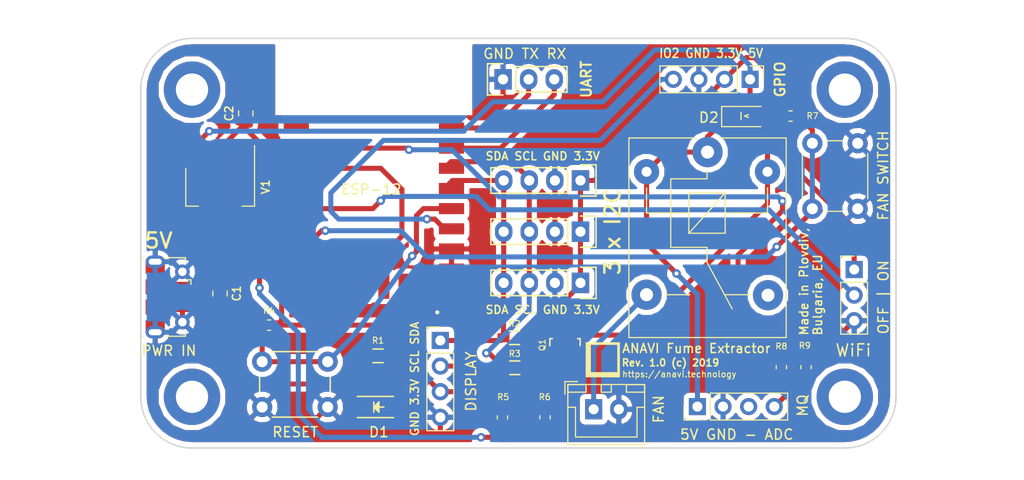
<source format=kicad_pcb>
(kicad_pcb (version 20171130) (host pcbnew 5.0.2-bee76a0~70~ubuntu18.04.1)

  (general
    (thickness 1.6)
    (drawings 24)
    (tracks 239)
    (zones 0)
    (modules 34)
    (nets 21)
  )

  (page A4)
  (layers
    (0 F.Cu signal)
    (31 B.Cu signal)
    (32 B.Adhes user)
    (33 F.Adhes user)
    (34 B.Paste user)
    (35 F.Paste user)
    (36 B.SilkS user)
    (37 F.SilkS user)
    (38 B.Mask user)
    (39 F.Mask user)
    (40 Dwgs.User user)
    (41 Cmts.User user)
    (42 Eco1.User user)
    (43 Eco2.User user)
    (44 Edge.Cuts user)
    (45 Margin user)
    (46 B.CrtYd user)
    (47 F.CrtYd user)
    (48 B.Fab user)
    (49 F.Fab user)
  )

  (setup
    (last_trace_width 0.5)
    (user_trace_width 0.254)
    (user_trace_width 0.5)
    (trace_clearance 0.254)
    (zone_clearance 0.508)
    (zone_45_only yes)
    (trace_min 0.2)
    (segment_width 0.2)
    (edge_width 0.15)
    (via_size 0.85)
    (via_drill 0.4)
    (via_min_size 0.4)
    (via_min_drill 0.3)
    (uvia_size 0.35)
    (uvia_drill 0.1)
    (uvias_allowed no)
    (uvia_min_size 0.2)
    (uvia_min_drill 0.1)
    (pcb_text_width 0.3)
    (pcb_text_size 1.5 1.5)
    (mod_edge_width 0.15)
    (mod_text_size 1 1)
    (mod_text_width 0.15)
    (pad_size 1.7 2)
    (pad_drill 1)
    (pad_to_mask_clearance 0.2)
    (solder_mask_min_width 0.25)
    (aux_axis_origin 0 0)
    (visible_elements FFFFFF7F)
    (pcbplotparams
      (layerselection 0x010fc_ffffffff)
      (usegerberextensions true)
      (usegerberattributes false)
      (usegerberadvancedattributes false)
      (creategerberjobfile false)
      (excludeedgelayer true)
      (linewidth 1.000000)
      (plotframeref false)
      (viasonmask false)
      (mode 1)
      (useauxorigin false)
      (hpglpennumber 1)
      (hpglpenspeed 20)
      (hpglpendiameter 15.000000)
      (psnegative false)
      (psa4output false)
      (plotreference true)
      (plotvalue true)
      (plotinvisibletext false)
      (padsonsilk false)
      (subtractmaskfromsilk false)
      (outputformat 1)
      (mirror false)
      (drillshape 0)
      (scaleselection 1)
      (outputdirectory "plots/anavi-fume-extractor-10/"))
  )

  (net 0 "")
  (net 1 "Net-(D1-Pad2)")
  (net 2 GND)
  (net 3 +3V3)
  (net 4 "Net-(ESP-12-Pad13)")
  (net 5 "Net-(ESP-12-Pad14)")
  (net 6 "Net-(ESP-12-Pad6)")
  (net 7 "Net-(ESP-12-Pad15)")
  (net 8 "Net-(ESP-12-Pad16)")
  (net 9 "Net-(ESP-12-Pad4)")
  (net 10 "Net-(ESP-12-Pad12)")
  (net 11 +5V)
  (net 12 "Net-(ESP-12-Pad11)")
  (net 13 "Net-(D2-Pad2)")
  (net 14 "Net-(ESP-12-Pad2)")
  (net 15 "Net-(ESP-12-Pad7)")
  (net 16 "Net-(U5-Pad3)")
  (net 17 "Net-(R8-Pad1)")
  (net 18 "Net-(FAN1-Pad1)")
  (net 19 "Net-(Q1-Pad1)")
  (net 20 "Net-(ESP-12-Pad5)")

  (net_class Default "This is the default net class."
    (clearance 0.254)
    (trace_width 0.5)
    (via_dia 0.85)
    (via_drill 0.4)
    (uvia_dia 0.35)
    (uvia_drill 0.1)
    (add_net +3V3)
    (add_net +5V)
    (add_net GND)
    (add_net "Net-(D1-Pad2)")
    (add_net "Net-(D2-Pad2)")
    (add_net "Net-(ESP-12-Pad11)")
    (add_net "Net-(ESP-12-Pad12)")
    (add_net "Net-(ESP-12-Pad13)")
    (add_net "Net-(ESP-12-Pad14)")
    (add_net "Net-(ESP-12-Pad15)")
    (add_net "Net-(ESP-12-Pad16)")
    (add_net "Net-(ESP-12-Pad2)")
    (add_net "Net-(ESP-12-Pad4)")
    (add_net "Net-(ESP-12-Pad5)")
    (add_net "Net-(ESP-12-Pad6)")
    (add_net "Net-(ESP-12-Pad7)")
    (add_net "Net-(FAN1-Pad1)")
    (add_net "Net-(Q1-Pad1)")
    (add_net "Net-(R8-Pad1)")
    (add_net "Net-(U5-Pad3)")
  )

  (net_class 12V ""
    (clearance 0.254)
    (trace_width 1.5)
    (via_dia 0.85)
    (via_drill 0.4)
    (uvia_dia 0.35)
    (uvia_drill 0.1)
  )

  (net_class usb ""
    (clearance 0.254)
    (trace_width 0.254)
    (via_dia 0.85)
    (via_drill 0.4)
    (uvia_dia 0.35)
    (uvia_drill 0.1)
  )

  (net_class vcc ""
    (clearance 0.254)
    (trace_width 1.5)
    (via_dia 0.85)
    (via_drill 0.4)
    (uvia_dia 0.35)
    (uvia_drill 0.1)
  )

  (module Pin_Headers:Pin_Header_Straight_1x04 (layer F.Cu) (tedit 598C067A) (tstamp 5BA8F36B)
    (at 108.3945 85.217 270)
    (descr "Through hole pin header")
    (tags "pin header")
    (path /598AD681)
    (fp_text reference U3 (at 0 -5.1 270) (layer F.SilkS) hide
      (effects (font (size 1 1) (thickness 0.15)))
    )
    (fp_text value I2C_SENS_1 (at 0 -3.1 270) (layer F.Fab) hide
      (effects (font (size 1 1) (thickness 0.15)))
    )
    (fp_line (start -1.75 -1.75) (end -1.75 9.4) (layer F.CrtYd) (width 0.05))
    (fp_line (start 1.75 -1.75) (end 1.75 9.4) (layer F.CrtYd) (width 0.05))
    (fp_line (start -1.75 -1.75) (end 1.75 -1.75) (layer F.CrtYd) (width 0.05))
    (fp_line (start -1.75 9.4) (end 1.75 9.4) (layer F.CrtYd) (width 0.05))
    (fp_line (start -1.27 1.27) (end -1.27 8.89) (layer F.SilkS) (width 0.15))
    (fp_line (start 1.27 1.27) (end 1.27 8.89) (layer F.SilkS) (width 0.15))
    (fp_line (start 1.55 -1.55) (end 1.55 0) (layer F.SilkS) (width 0.15))
    (fp_line (start -1.27 8.89) (end 1.27 8.89) (layer F.SilkS) (width 0.15))
    (fp_line (start 1.27 1.27) (end -1.27 1.27) (layer F.SilkS) (width 0.15))
    (fp_line (start -1.55 0) (end -1.55 -1.55) (layer F.SilkS) (width 0.15))
    (fp_line (start -1.55 -1.55) (end 1.55 -1.55) (layer F.SilkS) (width 0.15))
    (pad 1 thru_hole rect (at 0 0 270) (size 2.032 1.7272) (drill 1.016) (layers *.Cu *.Mask)
      (net 3 +3V3))
    (pad 2 thru_hole oval (at 0 2.54 270) (size 2.032 1.7272) (drill 1.016) (layers *.Cu *.Mask)
      (net 2 GND))
    (pad 3 thru_hole oval (at 0 5.08 270) (size 2.032 1.7272) (drill 1.016) (layers *.Cu *.Mask)
      (net 5 "Net-(ESP-12-Pad14)"))
    (pad 4 thru_hole oval (at 0 7.62 270) (size 2.032 1.7272) (drill 1.016) (layers *.Cu *.Mask)
      (net 4 "Net-(ESP-12-Pad13)"))
    (model Pin_Headers.3dshapes/Pin_Header_Straight_1x04.wrl
      (offset (xyz 0 -3.809999942779541 0))
      (scale (xyz 1 1 1))
      (rotate (xyz 0 0 90))
    )
  )

  (module ESP-12E_SMD (layer F.Cu) (tedit 5AEAC490) (tstamp 5BA8EF65)
    (at 80.899 80.01)
    (descr "Module, ESP-8266, ESP-12, 16 pad, SMD")
    (tags "Module ESP-8266 ESP8266")
    (path /598AC515)
    (fp_text reference ESP-12 (at 6.731 6.096 180) (layer F.SilkS)
      (effects (font (size 1 1) (thickness 0.15)))
    )
    (fp_text value ESP-12E (at 5.08 6.35 90) (layer F.Fab) hide
      (effects (font (size 1 1) (thickness 0.15)))
    )
    (fp_line (start -2.25 -0.5) (end -2.25 -8.75) (layer F.CrtYd) (width 0.05))
    (fp_line (start -2.25 -8.75) (end 15.25 -8.75) (layer F.CrtYd) (width 0.05))
    (fp_line (start 15.25 -8.75) (end 16.25 -8.75) (layer F.CrtYd) (width 0.05))
    (fp_line (start 16.25 -8.75) (end 16.25 16) (layer F.CrtYd) (width 0.05))
    (fp_line (start 16.25 16) (end -2.25 16) (layer F.CrtYd) (width 0.05))
    (fp_line (start -2.25 16) (end -2.25 -0.5) (layer F.CrtYd) (width 0.05))
    (fp_line (start -1.016 -8.382) (end 14.986 -8.382) (layer F.CrtYd) (width 0.1524))
    (fp_line (start 14.986 -8.382) (end 14.986 -0.889) (layer F.CrtYd) (width 0.1524))
    (fp_line (start -1.016 -8.382) (end -1.016 -1.016) (layer F.CrtYd) (width 0.1524))
    (fp_line (start 14.992 -8.4) (end -1.008 -2.6) (layer F.CrtYd) (width 0.1524))
    (fp_line (start -1.008 -8.4) (end 14.992 -2.6) (layer F.CrtYd) (width 0.1524))
    (fp_text user "No Copper" (at 6.892 -5.4) (layer F.CrtYd)
      (effects (font (size 1 1) (thickness 0.15)))
    )
    (fp_line (start -1.008 -2.6) (end 14.992 -2.6) (layer F.CrtYd) (width 0.1524))
    (fp_line (start 15 -8.4) (end 15 15.6) (layer F.Fab) (width 0.05))
    (fp_line (start 14.992 15.6) (end -1.008 15.6) (layer F.Fab) (width 0.05))
    (fp_line (start -1.008 15.6) (end -1.008 -8.4) (layer F.Fab) (width 0.05))
    (fp_line (start -1.008 -8.4) (end 14.992 -8.4) (layer F.Fab) (width 0.05))
    (pad 1 smd rect (at 0 0) (size 2.5 1.1) (drill (offset -0.7 0)) (layers F.Cu F.Paste F.Mask))
    (pad 2 smd rect (at 0 2) (size 2.5 1.1) (drill (offset -0.7 0)) (layers F.Cu F.Paste F.Mask)
      (net 14 "Net-(ESP-12-Pad2)"))
    (pad 3 smd rect (at 0 4) (size 2.5 1.1) (drill (offset -0.7 0)) (layers F.Cu F.Paste F.Mask)
      (net 3 +3V3))
    (pad 4 smd rect (at 0 6) (size 2.5 1.1) (drill (offset -0.7 0)) (layers F.Cu F.Paste F.Mask)
      (net 9 "Net-(ESP-12-Pad4)"))
    (pad 5 smd rect (at 0 8) (size 2.5 1.1) (drill (offset -0.7 0)) (layers F.Cu F.Paste F.Mask)
      (net 20 "Net-(ESP-12-Pad5)"))
    (pad 6 smd rect (at 0 10) (size 2.5 1.1) (drill (offset -0.7 0)) (layers F.Cu F.Paste F.Mask)
      (net 6 "Net-(ESP-12-Pad6)"))
    (pad 7 smd rect (at 0 12) (size 2.5 1.1) (drill (offset -0.7 0)) (layers F.Cu F.Paste F.Mask)
      (net 15 "Net-(ESP-12-Pad7)"))
    (pad 8 smd rect (at 0 14) (size 2.5 1.1) (drill (offset -0.7 0)) (layers F.Cu F.Paste F.Mask)
      (net 3 +3V3))
    (pad 9 smd rect (at 14 14) (size 2.5 1.1) (drill (offset 0.7 0)) (layers F.Cu F.Paste F.Mask)
      (net 2 GND))
    (pad 10 smd rect (at 14 12) (size 2.5 1.1) (drill (offset 0.7 0)) (layers F.Cu F.Paste F.Mask)
      (net 2 GND))
    (pad 11 smd rect (at 14 10) (size 2.5 1.1) (drill (offset 0.7 0)) (layers F.Cu F.Paste F.Mask)
      (net 12 "Net-(ESP-12-Pad11)"))
    (pad 12 smd rect (at 14 8) (size 2.5 1.1) (drill (offset 0.7 0)) (layers F.Cu F.Paste F.Mask)
      (net 10 "Net-(ESP-12-Pad12)"))
    (pad 13 smd rect (at 14 6) (size 2.5 1.1) (drill (offset 0.7 0)) (layers F.Cu F.Paste F.Mask)
      (net 4 "Net-(ESP-12-Pad13)"))
    (pad 14 smd rect (at 14 4) (size 2.5 1.1) (drill (offset 0.7 0)) (layers F.Cu F.Paste F.Mask)
      (net 5 "Net-(ESP-12-Pad14)"))
    (pad 15 smd rect (at 14 2) (size 2.5 1.1) (drill (offset 0.7 0)) (layers F.Cu F.Paste F.Mask)
      (net 7 "Net-(ESP-12-Pad15)"))
    (pad 16 smd rect (at 14 0) (size 2.5 1.1) (drill (offset 0.7 0)) (layers F.Cu F.Paste F.Mask)
      (net 8 "Net-(ESP-12-Pad16)"))
    (pad 17 smd rect (at 1.99 15 90) (size 2.5 1.1) (drill (offset -0.7 0)) (layers F.Cu F.Paste F.Mask))
    (pad 18 smd rect (at 3.99 15 90) (size 2.5 1.1) (drill (offset -0.7 0)) (layers F.Cu F.Paste F.Mask))
    (pad 19 smd rect (at 5.99 15 90) (size 2.5 1.1) (drill (offset -0.7 0)) (layers F.Cu F.Paste F.Mask))
    (pad 20 smd rect (at 7.99 15 90) (size 2.5 1.1) (drill (offset -0.7 0)) (layers F.Cu F.Paste F.Mask))
    (pad 21 smd rect (at 9.99 15 90) (size 2.5 1.1) (drill (offset -0.7 0)) (layers F.Cu F.Paste F.Mask))
    (pad 22 smd rect (at 11.99 15 90) (size 2.5 1.1) (drill (offset -0.7 0)) (layers F.Cu F.Paste F.Mask))
    (model ${ESPLIB}/ESP8266.3dshapes/ESP-12.wrl
      (at (xyz 0 0 0))
      (scale (xyz 0.3937 0.3937 0.3937))
      (rotate (xyz 0 0 0))
    )
  )

  (module Mounting_Holes:MountingHole_3.2mm_M3_DIN965_Pad (layer F.Cu) (tedit 598CCB59) (tstamp 599001D4)
    (at 69.85 106.68)
    (descr "Mounting Hole 3.2mm, M3, DIN965")
    (tags "mounting hole 3.2mm m3 din965")
    (fp_text reference REF** (at 0 -3.8) (layer F.SilkS) hide
      (effects (font (size 1 1) (thickness 0.15)))
    )
    (fp_text value MountingHole_3.2mm_M3_DIN965_Pad (at 0 3.8) (layer F.Fab) hide
      (effects (font (size 1 1) (thickness 0.15)))
    )
    (fp_circle (center 0 0) (end 2.8 0) (layer Cmts.User) (width 0.15))
    (fp_circle (center 0 0) (end 3.05 0) (layer F.CrtYd) (width 0.05))
    (pad 4 thru_hole circle (at 0 0) (size 5.6 5.6) (drill 3.2) (layers *.Cu *.Mask))
  )

  (module LEDs:LED_1206 (layer F.Cu) (tedit 5AF0B2B3) (tstamp 598AECB1)
    (at 88.392 107.696)
    (descr "LED 1206 smd package")
    (tags "LED1206 SMD")
    (path /598AC94C)
    (attr smd)
    (fp_text reference D1 (at 0 2.4892) (layer F.SilkS)
      (effects (font (size 1 1) (thickness 0.15)))
    )
    (fp_text value LED (at 0 2) (layer F.Fab) hide
      (effects (font (size 1 1) (thickness 0.15)))
    )
    (fp_line (start -0.5 -0.5) (end -0.5 0.5) (layer F.Fab) (width 0.15))
    (fp_line (start -0.5 0) (end 0 -0.5) (layer F.Fab) (width 0.15))
    (fp_line (start 0 0.5) (end -0.5 0) (layer F.Fab) (width 0.15))
    (fp_line (start 0 -0.5) (end 0 0.5) (layer F.Fab) (width 0.15))
    (fp_line (start -1.6 0.8) (end -1.6 -0.8) (layer F.Fab) (width 0.15))
    (fp_line (start 1.6 0.8) (end -1.6 0.8) (layer F.Fab) (width 0.15))
    (fp_line (start 1.6 -0.8) (end 1.6 0.8) (layer F.Fab) (width 0.15))
    (fp_line (start -1.6 -0.8) (end 1.6 -0.8) (layer F.Fab) (width 0.15))
    (fp_line (start -2.15 1.05) (end 1.45 1.05) (layer F.SilkS) (width 0.15))
    (fp_line (start -2.15 -1.05) (end 1.45 -1.05) (layer F.SilkS) (width 0.15))
    (fp_line (start -0.1 -0.3) (end -0.1 0.3) (layer F.SilkS) (width 0.15))
    (fp_line (start -0.1 0.3) (end -0.4 0) (layer F.SilkS) (width 0.15))
    (fp_line (start -0.4 0) (end -0.2 -0.2) (layer F.SilkS) (width 0.15))
    (fp_line (start -0.2 -0.2) (end -0.2 0.05) (layer F.SilkS) (width 0.15))
    (fp_line (start -0.2 0.05) (end -0.25 0) (layer F.SilkS) (width 0.15))
    (fp_line (start -0.5 -0.5) (end -0.5 0.5) (layer F.SilkS) (width 0.15))
    (fp_line (start 0 0) (end 0.5 0) (layer F.SilkS) (width 0.15))
    (fp_line (start -0.5 0) (end 0 -0.5) (layer F.SilkS) (width 0.15))
    (fp_line (start 0 -0.5) (end 0 0.5) (layer F.SilkS) (width 0.15))
    (fp_line (start 0 0.5) (end -0.5 0) (layer F.SilkS) (width 0.15))
    (fp_line (start 2.5 -1.25) (end -2.5 -1.25) (layer F.CrtYd) (width 0.05))
    (fp_line (start -2.5 -1.25) (end -2.5 1.25) (layer F.CrtYd) (width 0.05))
    (fp_line (start -2.5 1.25) (end 2.5 1.25) (layer F.CrtYd) (width 0.05))
    (fp_line (start 2.5 1.25) (end 2.5 -1.25) (layer F.CrtYd) (width 0.05))
    (pad 2 smd rect (at 1.41986 0 180) (size 1.59766 1.80086) (layers F.Cu F.Paste F.Mask)
      (net 1 "Net-(D1-Pad2)"))
    (pad 1 smd rect (at -1.41986 0 180) (size 1.59766 1.80086) (layers F.Cu F.Paste F.Mask)
      (net 2 GND))
    (model LEDs.3dshapes/LED_1206.wrl
      (at (xyz 0 0 0))
      (scale (xyz 1 1 1))
      (rotate (xyz 0 0 180))
    )
  )

  (module Pin_Headers:Pin_Header_Straight_1x03 (layer F.Cu) (tedit 598C0697) (tstamp 5BA8F3A6)
    (at 100.711 75.184 90)
    (descr "Through hole pin header")
    (tags "pin header")
    (path /598AC863)
    (fp_text reference P1 (at 0 -5.1 90) (layer F.SilkS) hide
      (effects (font (size 1 1) (thickness 0.15)))
    )
    (fp_text value CONN_01X03 (at 0 -3.1 90) (layer F.Fab) hide
      (effects (font (size 1 1) (thickness 0.15)))
    )
    (fp_line (start -1.75 -1.75) (end -1.75 6.85) (layer F.CrtYd) (width 0.05))
    (fp_line (start 1.75 -1.75) (end 1.75 6.85) (layer F.CrtYd) (width 0.05))
    (fp_line (start -1.75 -1.75) (end 1.75 -1.75) (layer F.CrtYd) (width 0.05))
    (fp_line (start -1.75 6.85) (end 1.75 6.85) (layer F.CrtYd) (width 0.05))
    (fp_line (start -1.27 1.27) (end -1.27 6.35) (layer F.SilkS) (width 0.15))
    (fp_line (start -1.27 6.35) (end 1.27 6.35) (layer F.SilkS) (width 0.15))
    (fp_line (start 1.27 6.35) (end 1.27 1.27) (layer F.SilkS) (width 0.15))
    (fp_line (start 1.55 -1.55) (end 1.55 0) (layer F.SilkS) (width 0.15))
    (fp_line (start 1.27 1.27) (end -1.27 1.27) (layer F.SilkS) (width 0.15))
    (fp_line (start -1.55 0) (end -1.55 -1.55) (layer F.SilkS) (width 0.15))
    (fp_line (start -1.55 -1.55) (end 1.55 -1.55) (layer F.SilkS) (width 0.15))
    (pad 1 thru_hole rect (at 0 0 90) (size 2.032 1.7272) (drill 1.016) (layers *.Cu *.Mask)
      (net 2 GND))
    (pad 2 thru_hole oval (at 0 2.54 90) (size 2.032 1.7272) (drill 1.016) (layers *.Cu *.Mask)
      (net 8 "Net-(ESP-12-Pad16)"))
    (pad 3 thru_hole oval (at 0 5.08 90) (size 2.032 1.7272) (drill 1.016) (layers *.Cu *.Mask)
      (net 7 "Net-(ESP-12-Pad15)"))
    (model Pin_Headers.3dshapes/Pin_Header_Straight_1x03.wrl
      (offset (xyz 0 -2.5399999618530269 0))
      (scale (xyz 1 1 1))
      (rotate (xyz 0 0 90))
    )
  )

  (module Resistors_SMD:R_0603_HandSoldering (layer F.Cu) (tedit 5D2A035D) (tstamp 598AED39)
    (at 88.308 102.616)
    (descr "Resistor SMD 0603, hand soldering")
    (tags "resistor 0603")
    (path /598ADC31)
    (attr smd)
    (fp_text reference R1 (at 0 -1.524) (layer F.SilkS)
      (effects (font (size 0.6 0.6) (thickness 0.1)))
    )
    (fp_text value 68R (at 0.1348 1.7272) (layer F.Fab)
      (effects (font (size 1 1) (thickness 0.15)))
    )
    (fp_line (start -0.8 0.4) (end -0.8 -0.4) (layer F.Fab) (width 0.1))
    (fp_line (start 0.8 0.4) (end -0.8 0.4) (layer F.Fab) (width 0.1))
    (fp_line (start 0.8 -0.4) (end 0.8 0.4) (layer F.Fab) (width 0.1))
    (fp_line (start -0.8 -0.4) (end 0.8 -0.4) (layer F.Fab) (width 0.1))
    (fp_line (start -2 -0.8) (end 2 -0.8) (layer F.CrtYd) (width 0.05))
    (fp_line (start -2 0.8) (end 2 0.8) (layer F.CrtYd) (width 0.05))
    (fp_line (start -2 -0.8) (end -2 0.8) (layer F.CrtYd) (width 0.05))
    (fp_line (start 2 -0.8) (end 2 0.8) (layer F.CrtYd) (width 0.05))
    (fp_line (start 0.5 0.675) (end -0.5 0.675) (layer F.SilkS) (width 0.15))
    (fp_line (start -0.5 -0.675) (end 0.5 -0.675) (layer F.SilkS) (width 0.15))
    (pad 1 smd rect (at -1.1 0) (size 1.2 0.9) (layers F.Cu F.Paste F.Mask)
      (net 9 "Net-(ESP-12-Pad4)"))
    (pad 2 smd rect (at 1.1 0) (size 1.2 0.9) (layers F.Cu F.Paste F.Mask)
      (net 1 "Net-(D1-Pad2)"))
    (model Resistors_SMD.3dshapes/R_0603_HandSoldering.wrl
      (at (xyz 0 0 0))
      (scale (xyz 1 1 1))
      (rotate (xyz 0 0 0))
    )
  )

  (module Resistors_SMD:R_0603_HandSoldering (layer F.Cu) (tedit 5D29FBDD) (tstamp 5BA8F2F3)
    (at 101.854 100.825 180)
    (descr "Resistor SMD 0603, hand soldering")
    (tags "resistor 0603")
    (path /598ADBC1)
    (attr smd)
    (fp_text reference R2 (at 0 1.397 180) (layer F.SilkS)
      (effects (font (size 0.6 0.6) (thickness 0.1)))
    )
    (fp_text value 4,7K (at 0.084 1.524 180) (layer F.Fab)
      (effects (font (size 1 1) (thickness 0.15)))
    )
    (fp_line (start -0.5 -0.675) (end 0.5 -0.675) (layer F.SilkS) (width 0.15))
    (fp_line (start 0.5 0.675) (end -0.5 0.675) (layer F.SilkS) (width 0.15))
    (fp_line (start 2 -0.8) (end 2 0.8) (layer F.CrtYd) (width 0.05))
    (fp_line (start -2 -0.8) (end -2 0.8) (layer F.CrtYd) (width 0.05))
    (fp_line (start -2 0.8) (end 2 0.8) (layer F.CrtYd) (width 0.05))
    (fp_line (start -2 -0.8) (end 2 -0.8) (layer F.CrtYd) (width 0.05))
    (fp_line (start -0.8 -0.4) (end 0.8 -0.4) (layer F.Fab) (width 0.1))
    (fp_line (start 0.8 -0.4) (end 0.8 0.4) (layer F.Fab) (width 0.1))
    (fp_line (start 0.8 0.4) (end -0.8 0.4) (layer F.Fab) (width 0.1))
    (fp_line (start -0.8 0.4) (end -0.8 -0.4) (layer F.Fab) (width 0.1))
    (pad 2 smd rect (at 1.1 0 180) (size 1.2 0.9) (layers F.Cu F.Paste F.Mask)
      (net 4 "Net-(ESP-12-Pad13)"))
    (pad 1 smd rect (at -1.1 0 180) (size 1.2 0.9) (layers F.Cu F.Paste F.Mask)
      (net 3 +3V3))
    (model Resistors_SMD.3dshapes/R_0603_HandSoldering.wrl
      (at (xyz 0 0 0))
      (scale (xyz 1 1 1))
      (rotate (xyz 0 0 0))
    )
  )

  (module Resistors_SMD:R_0603_HandSoldering (layer F.Cu) (tedit 5D29FBD6) (tstamp 5BA8F28D)
    (at 101.875 103.8 180)
    (descr "Resistor SMD 0603, hand soldering")
    (tags "resistor 0603")
    (path /598ADBF6)
    (attr smd)
    (fp_text reference R3 (at 0 1.397 180) (layer F.SilkS)
      (effects (font (size 0.6 0.6) (thickness 0.1)))
    )
    (fp_text value 4,7K (at 0 1.27 180) (layer F.Fab)
      (effects (font (size 1 1) (thickness 0.15)))
    )
    (fp_line (start -0.8 0.4) (end -0.8 -0.4) (layer F.Fab) (width 0.1))
    (fp_line (start 0.8 0.4) (end -0.8 0.4) (layer F.Fab) (width 0.1))
    (fp_line (start 0.8 -0.4) (end 0.8 0.4) (layer F.Fab) (width 0.1))
    (fp_line (start -0.8 -0.4) (end 0.8 -0.4) (layer F.Fab) (width 0.1))
    (fp_line (start -2 -0.8) (end 2 -0.8) (layer F.CrtYd) (width 0.05))
    (fp_line (start -2 0.8) (end 2 0.8) (layer F.CrtYd) (width 0.05))
    (fp_line (start -2 -0.8) (end -2 0.8) (layer F.CrtYd) (width 0.05))
    (fp_line (start 2 -0.8) (end 2 0.8) (layer F.CrtYd) (width 0.05))
    (fp_line (start 0.5 0.675) (end -0.5 0.675) (layer F.SilkS) (width 0.15))
    (fp_line (start -0.5 -0.675) (end 0.5 -0.675) (layer F.SilkS) (width 0.15))
    (pad 1 smd rect (at -1.1 0 180) (size 1.2 0.9) (layers F.Cu F.Paste F.Mask)
      (net 3 +3V3))
    (pad 2 smd rect (at 1.1 0 180) (size 1.2 0.9) (layers F.Cu F.Paste F.Mask)
      (net 5 "Net-(ESP-12-Pad14)"))
    (model Resistors_SMD.3dshapes/R_0603_HandSoldering.wrl
      (at (xyz 0 0 0))
      (scale (xyz 1 1 1))
      (rotate (xyz 0 0 0))
    )
  )

  (module Buttons_Switches_ThroughHole:SW_PUSH_6mm_h4.3mm (layer F.Cu) (tedit 5BA48320) (tstamp 598AED77)
    (at 83.312 107.696 180)
    (descr "tactile push button, 6x6mm e.g. PHAP33xx series, height=4.3mm")
    (tags "tact sw push 6mm")
    (path /598B559F)
    (fp_text reference RESET (at 3.222 -2.494) (layer F.SilkS)
      (effects (font (size 1 1) (thickness 0.15)))
    )
    (fp_text value SW_DIP_x01 (at 3.75 6.7 180) (layer F.Fab) hide
      (effects (font (size 1 1) (thickness 0.15)))
    )
    (fp_line (start 3.25 -0.75) (end 6.25 -0.75) (layer F.Fab) (width 0.1))
    (fp_line (start 6.25 -0.75) (end 6.25 5.25) (layer F.Fab) (width 0.1))
    (fp_line (start 6.25 5.25) (end 0.25 5.25) (layer F.Fab) (width 0.1))
    (fp_line (start 0.25 5.25) (end 0.25 -0.75) (layer F.Fab) (width 0.1))
    (fp_line (start 0.25 -0.75) (end 3.25 -0.75) (layer F.Fab) (width 0.1))
    (fp_line (start 7.75 6) (end 8 6) (layer F.CrtYd) (width 0.05))
    (fp_line (start 8 6) (end 8 5.75) (layer F.CrtYd) (width 0.05))
    (fp_line (start 7.75 -1.5) (end 8 -1.5) (layer F.CrtYd) (width 0.05))
    (fp_line (start 8 -1.5) (end 8 -1.25) (layer F.CrtYd) (width 0.05))
    (fp_line (start -1.5 -1.25) (end -1.5 -1.5) (layer F.CrtYd) (width 0.05))
    (fp_line (start -1.5 -1.5) (end -1.25 -1.5) (layer F.CrtYd) (width 0.05))
    (fp_line (start -1.5 5.75) (end -1.5 6) (layer F.CrtYd) (width 0.05))
    (fp_line (start -1.5 6) (end -1.25 6) (layer F.CrtYd) (width 0.05))
    (fp_line (start -1.25 -1.5) (end 7.75 -1.5) (layer F.CrtYd) (width 0.05))
    (fp_line (start -1.5 5.75) (end -1.5 -1.25) (layer F.CrtYd) (width 0.05))
    (fp_line (start 7.75 6) (end -1.25 6) (layer F.CrtYd) (width 0.05))
    (fp_line (start 8 -1.25) (end 8 5.75) (layer F.CrtYd) (width 0.05))
    (fp_line (start 1 5.5) (end 5.5 5.5) (layer F.SilkS) (width 0.15))
    (fp_line (start -0.25 1.5) (end -0.25 3) (layer F.SilkS) (width 0.15))
    (fp_line (start 5.5 -1) (end 1 -1) (layer F.SilkS) (width 0.15))
    (fp_line (start 6.75 3) (end 6.75 1.5) (layer F.SilkS) (width 0.15))
    (fp_circle (center 3.25 2.25) (end 1.25 2.5) (layer F.Fab) (width 0.1))
    (pad 2 thru_hole circle (at 0 4.5 270) (size 2 2) (drill 1.1) (layers *.Cu *.Mask)
      (net 10 "Net-(ESP-12-Pad12)"))
    (pad 1 thru_hole circle (at 0 0 270) (size 2 2) (drill 1.1) (layers *.Cu *.Mask)
      (net 2 GND))
    (pad 2 thru_hole circle (at 6.5 4.5 270) (size 2 2) (drill 1.1) (layers *.Cu *.Mask)
      (net 10 "Net-(ESP-12-Pad12)"))
    (pad 1 thru_hole circle (at 6.5 0 270) (size 2 2) (drill 1.1) (layers *.Cu *.Mask)
      (net 2 GND))
    (model Buttons_Switches_ThroughHole.3dshapes/SW_PUSH_6mm_h4.3mm.wrl
      (offset (xyz 0.1269999980926514 0 0))
      (scale (xyz 0.3937 0.3937 0.3937))
      (rotate (xyz 0 0 0))
    )
  )

  (module Pin_Headers:Pin_Header_Straight_1x04 (layer F.Cu) (tedit 598C0680) (tstamp 5BA8F329)
    (at 108.3945 95.377 270)
    (descr "Through hole pin header")
    (tags "pin header")
    (path /598AD5F1)
    (fp_text reference U1 (at 0 -5.1 270) (layer F.SilkS) hide
      (effects (font (size 1 1) (thickness 0.15)))
    )
    (fp_text value I2C_SENS_1 (at 0 -3.1 270) (layer F.Fab) hide
      (effects (font (size 1 1) (thickness 0.15)))
    )
    (fp_line (start -1.75 -1.75) (end -1.75 9.4) (layer F.CrtYd) (width 0.05))
    (fp_line (start 1.75 -1.75) (end 1.75 9.4) (layer F.CrtYd) (width 0.05))
    (fp_line (start -1.75 -1.75) (end 1.75 -1.75) (layer F.CrtYd) (width 0.05))
    (fp_line (start -1.75 9.4) (end 1.75 9.4) (layer F.CrtYd) (width 0.05))
    (fp_line (start -1.27 1.27) (end -1.27 8.89) (layer F.SilkS) (width 0.15))
    (fp_line (start 1.27 1.27) (end 1.27 8.89) (layer F.SilkS) (width 0.15))
    (fp_line (start 1.55 -1.55) (end 1.55 0) (layer F.SilkS) (width 0.15))
    (fp_line (start -1.27 8.89) (end 1.27 8.89) (layer F.SilkS) (width 0.15))
    (fp_line (start 1.27 1.27) (end -1.27 1.27) (layer F.SilkS) (width 0.15))
    (fp_line (start -1.55 0) (end -1.55 -1.55) (layer F.SilkS) (width 0.15))
    (fp_line (start -1.55 -1.55) (end 1.55 -1.55) (layer F.SilkS) (width 0.15))
    (pad 1 thru_hole rect (at 0 0 270) (size 2.032 1.7272) (drill 1.016) (layers *.Cu *.Mask)
      (net 3 +3V3))
    (pad 2 thru_hole oval (at 0 2.54 270) (size 2.032 1.7272) (drill 1.016) (layers *.Cu *.Mask)
      (net 2 GND))
    (pad 3 thru_hole oval (at 0 5.08 270) (size 2.032 1.7272) (drill 1.016) (layers *.Cu *.Mask)
      (net 5 "Net-(ESP-12-Pad14)"))
    (pad 4 thru_hole oval (at 0 7.62 270) (size 2.032 1.7272) (drill 1.016) (layers *.Cu *.Mask)
      (net 4 "Net-(ESP-12-Pad13)"))
    (model Pin_Headers.3dshapes/Pin_Header_Straight_1x04.wrl
      (offset (xyz 0 -3.809999942779541 0))
      (scale (xyz 1 1 1))
      (rotate (xyz 0 0 90))
    )
  )

  (module Pin_Headers:Pin_Header_Straight_1x04 (layer F.Cu) (tedit 598C067C) (tstamp 5BA8F2BD)
    (at 108.3945 90.297 270)
    (descr "Through hole pin header")
    (tags "pin header")
    (path /598AD642)
    (fp_text reference U2 (at 0 -5.1 270) (layer F.SilkS) hide
      (effects (font (size 1 1) (thickness 0.15)))
    )
    (fp_text value I2C_SENS_1 (at 0 -3.1 270) (layer F.Fab) hide
      (effects (font (size 1 1) (thickness 0.15)))
    )
    (fp_line (start -1.75 -1.75) (end -1.75 9.4) (layer F.CrtYd) (width 0.05))
    (fp_line (start 1.75 -1.75) (end 1.75 9.4) (layer F.CrtYd) (width 0.05))
    (fp_line (start -1.75 -1.75) (end 1.75 -1.75) (layer F.CrtYd) (width 0.05))
    (fp_line (start -1.75 9.4) (end 1.75 9.4) (layer F.CrtYd) (width 0.05))
    (fp_line (start -1.27 1.27) (end -1.27 8.89) (layer F.SilkS) (width 0.15))
    (fp_line (start 1.27 1.27) (end 1.27 8.89) (layer F.SilkS) (width 0.15))
    (fp_line (start 1.55 -1.55) (end 1.55 0) (layer F.SilkS) (width 0.15))
    (fp_line (start -1.27 8.89) (end 1.27 8.89) (layer F.SilkS) (width 0.15))
    (fp_line (start 1.27 1.27) (end -1.27 1.27) (layer F.SilkS) (width 0.15))
    (fp_line (start -1.55 0) (end -1.55 -1.55) (layer F.SilkS) (width 0.15))
    (fp_line (start -1.55 -1.55) (end 1.55 -1.55) (layer F.SilkS) (width 0.15))
    (pad 1 thru_hole rect (at 0 0 270) (size 2.032 1.7272) (drill 1.016) (layers *.Cu *.Mask)
      (net 3 +3V3))
    (pad 2 thru_hole oval (at 0 2.54 270) (size 2.032 1.7272) (drill 1.016) (layers *.Cu *.Mask)
      (net 2 GND))
    (pad 3 thru_hole oval (at 0 5.08 270) (size 2.032 1.7272) (drill 1.016) (layers *.Cu *.Mask)
      (net 5 "Net-(ESP-12-Pad14)"))
    (pad 4 thru_hole oval (at 0 7.62 270) (size 2.032 1.7272) (drill 1.016) (layers *.Cu *.Mask)
      (net 4 "Net-(ESP-12-Pad13)"))
    (model Pin_Headers.3dshapes/Pin_Header_Straight_1x04.wrl
      (offset (xyz 0 -3.809999942779541 0))
      (scale (xyz 1 1 1))
      (rotate (xyz 0 0 90))
    )
  )

  (module logo:anavi-logo (layer F.Cu) (tedit 0) (tstamp 5D2BF895)
    (at 110.61 103.05)
    (fp_text reference G*** (at 0 0) (layer F.SilkS) hide
      (effects (font (size 1.524 1.524) (thickness 0.3)))
    )
    (fp_text value LOGO (at 0.75 0) (layer F.SilkS) hide
      (effects (font (size 1.524 1.524) (thickness 0.3)))
    )
    (fp_poly (pts (xy 1.693334 1.693334) (xy -1.693333 1.693334) (xy -1.693333 -1.524) (xy -1.185333 -1.524)
      (xy -1.185333 1.185334) (xy 1.439334 1.185334) (xy 1.439334 -1.524) (xy -1.185333 -1.524)
      (xy -1.693333 -1.524) (xy -1.693333 -1.778) (xy 1.693334 -1.778) (xy 1.693334 1.693334)) (layer F.SilkS) (width 0.01))
  )

  (module Mounting_Holes:MountingHole_3.2mm_M3_DIN965_Pad (layer F.Cu) (tedit 598CCB4F) (tstamp 59900192)
    (at 134.62 76.2)
    (descr "Mounting Hole 3.2mm, M3, DIN965")
    (tags "mounting hole 3.2mm m3 din965")
    (fp_text reference REF** (at 0 -3.8) (layer F.SilkS) hide
      (effects (font (size 1 1) (thickness 0.15)))
    )
    (fp_text value MountingHole_3.2mm_M3_DIN965_Pad (at 0 3.8) (layer F.Fab) hide
      (effects (font (size 1 1) (thickness 0.15)))
    )
    (fp_circle (center 0 0) (end 2.8 0) (layer Cmts.User) (width 0.15))
    (fp_circle (center 0 0) (end 3.05 0) (layer F.CrtYd) (width 0.05))
    (pad 2 thru_hole circle (at 0 0) (size 5.6 5.6) (drill 3.2) (layers *.Cu *.Mask))
  )

  (module Mounting_Holes:MountingHole_3.2mm_M3_DIN965_Pad (layer F.Cu) (tedit 598CCB4B) (tstamp 599001B2)
    (at 69.85 76.2)
    (descr "Mounting Hole 3.2mm, M3, DIN965")
    (tags "mounting hole 3.2mm m3 din965")
    (fp_text reference REF** (at 0 -3.8) (layer F.SilkS) hide
      (effects (font (size 1 1) (thickness 0.15)))
    )
    (fp_text value MountingHole_3.2mm_M3_DIN965_Pad (at 0 3.8) (layer F.Fab) hide
      (effects (font (size 1 1) (thickness 0.15)))
    )
    (fp_circle (center 0 0) (end 2.8 0) (layer Cmts.User) (width 0.15))
    (fp_circle (center 0 0) (end 3.05 0) (layer F.CrtYd) (width 0.05))
    (pad 1 thru_hole circle (at 0 0) (size 5.6 5.6) (drill 3.2) (layers *.Cu *.Mask))
  )

  (module Mounting_Holes:MountingHole_3.2mm_M3_DIN965_Pad (layer F.Cu) (tedit 598CCB55) (tstamp 599001F4)
    (at 134.62 106.68)
    (descr "Mounting Hole 3.2mm, M3, DIN965")
    (tags "mounting hole 3.2mm m3 din965")
    (fp_text reference REF** (at 0 -3.8) (layer F.SilkS) hide
      (effects (font (size 1 1) (thickness 0.15)))
    )
    (fp_text value MountingHole_3.2mm_M3_DIN965_Pad (at 0 3.8) (layer F.Fab) hide
      (effects (font (size 1 1) (thickness 0.15)))
    )
    (fp_circle (center 0 0) (end 2.8 0) (layer Cmts.User) (width 0.15))
    (fp_circle (center 0 0) (end 3.05 0) (layer F.CrtYd) (width 0.05))
    (pad 3 thru_hole circle (at 0 0) (size 5.6 5.6) (drill 3.2) (layers *.Cu *.Mask))
  )

  (module Connector_USB:USB_Micro-B_Molex-105017-0001 (layer F.Cu) (tedit 5BA483A8) (tstamp 5BA8DF26)
    (at 67.437 96.774 270)
    (descr http://www.molex.com/pdm_docs/sd/1050170001_sd.pdf)
    (tags "Micro-USB SMD Typ-B")
    (path /5BA451A0)
    (attr smd)
    (fp_text reference "PWR IN" (at 5.334 -0.127) (layer F.SilkS)
      (effects (font (size 1 1) (thickness 0.15)))
    )
    (fp_text value USB_B_Micro (at 0.3 4.3375 270) (layer F.Fab)
      (effects (font (size 1 1) (thickness 0.15)))
    )
    (fp_text user "PCB Edge" (at 0 2.6875 270) (layer Dwgs.User)
      (effects (font (size 0.5 0.5) (thickness 0.08)))
    )
    (fp_text user %R (at 0 0.8875 270) (layer F.Fab)
      (effects (font (size 1 1) (thickness 0.15)))
    )
    (fp_line (start -4.4 3.64) (end 4.4 3.64) (layer F.CrtYd) (width 0.05))
    (fp_line (start 4.4 -2.46) (end 4.4 3.64) (layer F.CrtYd) (width 0.05))
    (fp_line (start -4.4 -2.46) (end 4.4 -2.46) (layer F.CrtYd) (width 0.05))
    (fp_line (start -4.4 3.64) (end -4.4 -2.46) (layer F.CrtYd) (width 0.05))
    (fp_line (start -3.9 -1.7625) (end -3.45 -1.7625) (layer F.SilkS) (width 0.12))
    (fp_line (start -3.9 0.0875) (end -3.9 -1.7625) (layer F.SilkS) (width 0.12))
    (fp_line (start 3.9 2.6375) (end 3.9 2.3875) (layer F.SilkS) (width 0.12))
    (fp_line (start 3.75 3.3875) (end 3.75 -1.6125) (layer F.Fab) (width 0.1))
    (fp_line (start -3 2.689204) (end 3 2.689204) (layer F.Fab) (width 0.1))
    (fp_line (start -3.75 3.389204) (end 3.75 3.389204) (layer F.Fab) (width 0.1))
    (fp_line (start -3.75 -1.6125) (end 3.75 -1.6125) (layer F.Fab) (width 0.1))
    (fp_line (start -3.75 3.3875) (end -3.75 -1.6125) (layer F.Fab) (width 0.1))
    (fp_line (start -3.9 2.6375) (end -3.9 2.3875) (layer F.SilkS) (width 0.12))
    (fp_line (start 3.9 0.0875) (end 3.9 -1.7625) (layer F.SilkS) (width 0.12))
    (fp_line (start 3.9 -1.7625) (end 3.45 -1.7625) (layer F.SilkS) (width 0.12))
    (fp_line (start -1.7 -2.3125) (end -1.25 -2.3125) (layer F.SilkS) (width 0.12))
    (fp_line (start -1.7 -2.3125) (end -1.7 -1.8625) (layer F.SilkS) (width 0.12))
    (fp_line (start -1.3 -1.7125) (end -1.5 -1.9125) (layer F.Fab) (width 0.1))
    (fp_line (start -1.1 -1.9125) (end -1.3 -1.7125) (layer F.Fab) (width 0.1))
    (fp_line (start -1.5 -2.1225) (end -1.1 -2.1225) (layer F.Fab) (width 0.1))
    (fp_line (start -1.5 -2.1225) (end -1.5 -1.9125) (layer F.Fab) (width 0.1))
    (fp_line (start -1.1 -2.1225) (end -1.1 -1.9125) (layer F.Fab) (width 0.1))
    (pad 6 smd rect (at 1 1.2375 270) (size 1.5 1.9) (layers F.Cu F.Paste F.Mask)
      (net 2 GND))
    (pad 6 thru_hole circle (at -2.5 -1.4625 270) (size 1.45 1.45) (drill 0.85) (layers *.Cu *.Mask)
      (net 2 GND))
    (pad 2 smd rect (at -0.65 -1.4625 270) (size 0.4 1.35) (layers F.Cu F.Paste F.Mask))
    (pad 1 smd rect (at -1.3 -1.4625 270) (size 0.4 1.35) (layers F.Cu F.Paste F.Mask)
      (net 11 +5V))
    (pad 5 smd rect (at 1.3 -1.4625 270) (size 0.4 1.35) (layers F.Cu F.Paste F.Mask)
      (net 2 GND))
    (pad 4 smd rect (at 0.65 -1.4625 270) (size 0.4 1.35) (layers F.Cu F.Paste F.Mask))
    (pad 3 smd rect (at 0 -1.4625 270) (size 0.4 1.35) (layers F.Cu F.Paste F.Mask))
    (pad 6 thru_hole circle (at 2.5 -1.4625 270) (size 1.45 1.45) (drill 0.85) (layers *.Cu *.Mask)
      (net 2 GND))
    (pad 6 smd rect (at -1 1.2375 270) (size 1.5 1.9) (layers F.Cu F.Paste F.Mask)
      (net 2 GND))
    (pad 6 thru_hole oval (at -3.5 1.2375 90) (size 1.2 1.9) (drill oval 0.6 1.3) (layers *.Cu *.Mask)
      (net 2 GND))
    (pad 6 thru_hole oval (at 3.5 1.2375 270) (size 1.2 1.9) (drill oval 0.6 1.3) (layers *.Cu *.Mask)
      (net 2 GND))
    (pad 6 smd rect (at 2.9 1.2375 270) (size 1.2 1.9) (layers F.Cu F.Mask)
      (net 2 GND))
    (pad 6 smd rect (at -2.9 1.2375 270) (size 1.2 1.9) (layers F.Cu F.Mask)
      (net 2 GND))
    (model ${KISYS3DMOD}/Connector_USB.3dshapes/USB_Micro-B_Molex-105017-0001.wrl
      (at (xyz 0 0 0))
      (scale (xyz 1 1 1))
      (rotate (xyz 0 0 0))
    )
  )

  (module Resistor_SMD:R_0603_1608Metric (layer F.Cu) (tedit 5D2A0366) (tstamp 5BA47910)
    (at 77.4955 99.568)
    (descr "Resistor SMD 0603 (1608 Metric), square (rectangular) end terminal, IPC_7351 nominal, (Body size source: http://www.tortai-tech.com/upload/download/2011102023233369053.pdf), generated with kicad-footprint-generator")
    (tags resistor)
    (path /59B813FF)
    (attr smd)
    (fp_text reference R4 (at 0 -1.43) (layer F.SilkS)
      (effects (font (size 0.6 0.6) (thickness 0.1)))
    )
    (fp_text value 2K (at 0 1.43) (layer F.Fab)
      (effects (font (size 1 1) (thickness 0.15)))
    )
    (fp_line (start -0.8 0.4) (end -0.8 -0.4) (layer F.Fab) (width 0.1))
    (fp_line (start -0.8 -0.4) (end 0.8 -0.4) (layer F.Fab) (width 0.1))
    (fp_line (start 0.8 -0.4) (end 0.8 0.4) (layer F.Fab) (width 0.1))
    (fp_line (start 0.8 0.4) (end -0.8 0.4) (layer F.Fab) (width 0.1))
    (fp_line (start -0.162779 -0.51) (end 0.162779 -0.51) (layer F.SilkS) (width 0.12))
    (fp_line (start -0.162779 0.51) (end 0.162779 0.51) (layer F.SilkS) (width 0.12))
    (fp_line (start -1.48 0.73) (end -1.48 -0.73) (layer F.CrtYd) (width 0.05))
    (fp_line (start -1.48 -0.73) (end 1.48 -0.73) (layer F.CrtYd) (width 0.05))
    (fp_line (start 1.48 -0.73) (end 1.48 0.73) (layer F.CrtYd) (width 0.05))
    (fp_line (start 1.48 0.73) (end -1.48 0.73) (layer F.CrtYd) (width 0.05))
    (fp_text user %R (at 0 0) (layer F.Fab)
      (effects (font (size 0.4 0.4) (thickness 0.06)))
    )
    (pad 1 smd roundrect (at -0.7875 0) (size 0.875 0.95) (layers F.Cu F.Paste F.Mask) (roundrect_rratio 0.25)
      (net 10 "Net-(ESP-12-Pad12)"))
    (pad 2 smd roundrect (at 0.7875 0) (size 0.875 0.95) (layers F.Cu F.Paste F.Mask) (roundrect_rratio 0.25)
      (net 3 +3V3))
    (model ${KISYS3DMOD}/Resistor_SMD.3dshapes/R_0603_1608Metric.wrl
      (at (xyz 0 0 0))
      (scale (xyz 1 1 1))
      (rotate (xyz 0 0 0))
    )
  )

  (module Connector_PinHeader_2.54mm:PinHeader_1x04_P2.54mm_Vertical (layer F.Cu) (tedit 5CAA6058) (tstamp 5BA8DAEB)
    (at 94.488 101.092)
    (descr "Through hole straight pin header, 1x04, 2.54mm pitch, single row")
    (tags "Through hole pin header THT 1x04 2.54mm single row")
    (path /5BA4BCDB)
    (fp_text reference DISPLAY (at 3.048 4.064 90) (layer F.SilkS)
      (effects (font (size 1 1) (thickness 0.15)))
    )
    (fp_text value Conn_01x04 (at 0 9.95) (layer F.Fab) hide
      (effects (font (size 1 1) (thickness 0.15)))
    )
    (fp_line (start -0.635 -1.27) (end 1.27 -1.27) (layer F.Fab) (width 0.1))
    (fp_line (start 1.27 -1.27) (end 1.27 8.89) (layer F.Fab) (width 0.1))
    (fp_line (start 1.27 8.89) (end -1.27 8.89) (layer F.Fab) (width 0.1))
    (fp_line (start -1.27 8.89) (end -1.27 -0.635) (layer F.Fab) (width 0.1))
    (fp_line (start -1.27 -0.635) (end -0.635 -1.27) (layer F.Fab) (width 0.1))
    (fp_line (start -1.33 8.95) (end 1.33 8.95) (layer F.SilkS) (width 0.12))
    (fp_line (start -1.33 1.27) (end -1.33 8.95) (layer F.SilkS) (width 0.12))
    (fp_line (start 1.33 1.27) (end 1.33 8.95) (layer F.SilkS) (width 0.12))
    (fp_line (start -1.33 1.27) (end 1.33 1.27) (layer F.SilkS) (width 0.12))
    (fp_line (start -1.33 0) (end -1.33 -1.33) (layer F.SilkS) (width 0.12))
    (fp_line (start -1.33 -1.33) (end 0 -1.33) (layer F.SilkS) (width 0.12))
    (fp_line (start -1.8 -1.8) (end -1.8 9.4) (layer F.CrtYd) (width 0.05))
    (fp_line (start -1.8 9.4) (end 1.8 9.4) (layer F.CrtYd) (width 0.05))
    (fp_line (start 1.8 9.4) (end 1.8 -1.8) (layer F.CrtYd) (width 0.05))
    (fp_line (start 1.8 -1.8) (end -1.8 -1.8) (layer F.CrtYd) (width 0.05))
    (fp_text user %R (at 0 3.81 90) (layer F.Fab)
      (effects (font (size 1 1) (thickness 0.15)))
    )
    (pad 1 thru_hole rect (at 0 0) (size 1.7 1.7) (drill 1) (layers *.Cu *.Mask)
      (net 4 "Net-(ESP-12-Pad13)"))
    (pad 2 thru_hole oval (at 0 2.54) (size 1.7 1.7) (drill 1) (layers *.Cu *.Mask)
      (net 5 "Net-(ESP-12-Pad14)"))
    (pad 3 thru_hole oval (at 0 5.08) (size 1.7 1.7) (drill 1) (layers *.Cu *.Mask)
      (net 3 +3V3))
    (pad 4 thru_hole oval (at 0 7.62) (size 1.7 1.7) (drill 1) (layers *.Cu *.Mask)
      (net 2 GND))
    (model ${KISYS3DMOD}/Connector_PinHeader_2.54mm.3dshapes/PinHeader_1x04_P2.54mm_Vertical.wrl
      (at (xyz 0 0 0))
      (scale (xyz 1 1 1))
      (rotate (xyz 0 0 0))
    )
  )

  (module Capacitor_SMD:C_0805_2012Metric (layer F.Cu) (tedit 5BA96B32) (tstamp 5BA4765A)
    (at 72.63 96.4275 270)
    (descr "Capacitor SMD 0805 (2012 Metric), square (rectangular) end terminal, IPC_7351 nominal, (Body size source: https://docs.google.com/spreadsheets/d/1BsfQQcO9C6DZCsRaXUlFlo91Tg2WpOkGARC1WS5S8t0/edit?usp=sharing), generated with kicad-footprint-generator")
    (tags capacitor)
    (path /598B21AC)
    (attr smd)
    (fp_text reference C1 (at 0 -1.65 270) (layer F.SilkS)
      (effects (font (size 0.8 0.8) (thickness 0.15)))
    )
    (fp_text value 10uF (at 2.5625 -0.14) (layer F.Fab)
      (effects (font (size 1 1) (thickness 0.15)))
    )
    (fp_line (start -1 0.6) (end -1 -0.6) (layer F.Fab) (width 0.1))
    (fp_line (start -1 -0.6) (end 1 -0.6) (layer F.Fab) (width 0.1))
    (fp_line (start 1 -0.6) (end 1 0.6) (layer F.Fab) (width 0.1))
    (fp_line (start 1 0.6) (end -1 0.6) (layer F.Fab) (width 0.1))
    (fp_line (start -0.258578 -0.71) (end 0.258578 -0.71) (layer F.SilkS) (width 0.12))
    (fp_line (start -0.258578 0.71) (end 0.258578 0.71) (layer F.SilkS) (width 0.12))
    (fp_line (start -1.68 0.95) (end -1.68 -0.95) (layer F.CrtYd) (width 0.05))
    (fp_line (start -1.68 -0.95) (end 1.68 -0.95) (layer F.CrtYd) (width 0.05))
    (fp_line (start 1.68 -0.95) (end 1.68 0.95) (layer F.CrtYd) (width 0.05))
    (fp_line (start 1.68 0.95) (end -1.68 0.95) (layer F.CrtYd) (width 0.05))
    (fp_text user %R (at 0 0 270) (layer F.Fab)
      (effects (font (size 0.5 0.5) (thickness 0.08)))
    )
    (pad 1 smd roundrect (at -0.9375 0 270) (size 0.975 1.4) (layers F.Cu F.Paste F.Mask) (roundrect_rratio 0.25)
      (net 11 +5V))
    (pad 2 smd roundrect (at 0.9375 0 270) (size 0.975 1.4) (layers F.Cu F.Paste F.Mask) (roundrect_rratio 0.25)
      (net 2 GND))
    (model ${KISYS3DMOD}/Capacitor_SMD.3dshapes/C_0805_2012Metric.wrl
      (at (xyz 0 0 0))
      (scale (xyz 1 1 1))
      (rotate (xyz 0 0 0))
    )
  )

  (module Capacitor_SMD:C_0805_2012Metric (layer F.Cu) (tedit 5BA96B3F) (tstamp 5BA8E38B)
    (at 75.184 78.5645 90)
    (descr "Capacitor SMD 0805 (2012 Metric), square (rectangular) end terminal, IPC_7351 nominal, (Body size source: https://docs.google.com/spreadsheets/d/1BsfQQcO9C6DZCsRaXUlFlo91Tg2WpOkGARC1WS5S8t0/edit?usp=sharing), generated with kicad-footprint-generator")
    (tags capacitor)
    (path /598B222D)
    (attr smd)
    (fp_text reference C2 (at 0 -1.65 90) (layer F.SilkS)
      (effects (font (size 0.8 0.8) (thickness 0.15)))
    )
    (fp_text value 10uF (at 0.0785 1.778 90) (layer F.Fab)
      (effects (font (size 1 1) (thickness 0.15)))
    )
    (fp_text user %R (at 0 0 90) (layer F.Fab)
      (effects (font (size 0.5 0.5) (thickness 0.08)))
    )
    (fp_line (start 1.68 0.95) (end -1.68 0.95) (layer F.CrtYd) (width 0.05))
    (fp_line (start 1.68 -0.95) (end 1.68 0.95) (layer F.CrtYd) (width 0.05))
    (fp_line (start -1.68 -0.95) (end 1.68 -0.95) (layer F.CrtYd) (width 0.05))
    (fp_line (start -1.68 0.95) (end -1.68 -0.95) (layer F.CrtYd) (width 0.05))
    (fp_line (start -0.258578 0.71) (end 0.258578 0.71) (layer F.SilkS) (width 0.12))
    (fp_line (start -0.258578 -0.71) (end 0.258578 -0.71) (layer F.SilkS) (width 0.12))
    (fp_line (start 1 0.6) (end -1 0.6) (layer F.Fab) (width 0.1))
    (fp_line (start 1 -0.6) (end 1 0.6) (layer F.Fab) (width 0.1))
    (fp_line (start -1 -0.6) (end 1 -0.6) (layer F.Fab) (width 0.1))
    (fp_line (start -1 0.6) (end -1 -0.6) (layer F.Fab) (width 0.1))
    (pad 2 smd roundrect (at 0.9375 0 90) (size 0.975 1.4) (layers F.Cu F.Paste F.Mask) (roundrect_rratio 0.25)
      (net 2 GND))
    (pad 1 smd roundrect (at -0.9375 0 90) (size 0.975 1.4) (layers F.Cu F.Paste F.Mask) (roundrect_rratio 0.25)
      (net 3 +3V3))
    (model ${KISYS3DMOD}/Capacitor_SMD.3dshapes/C_0805_2012Metric.wrl
      (at (xyz 0 0 0))
      (scale (xyz 1 1 1))
      (rotate (xyz 0 0 0))
    )
  )

  (module Package_TO_SOT_SMD:SOT-223 (layer F.Cu) (tedit 5BA96B3A) (tstamp 5BA4976F)
    (at 72.644 85.852 270)
    (descr "module CMS SOT223 4 pins")
    (tags "CMS SOT")
    (path /59B80669)
    (attr smd)
    (fp_text reference V1 (at 0 -4.5 270) (layer F.SilkS)
      (effects (font (size 0.8 0.8) (thickness 0.15)))
    )
    (fp_text value LD1117S33TR (at 0 4.5 270) (layer F.Fab)
      (effects (font (size 1 1) (thickness 0.15)))
    )
    (fp_text user %R (at 0 0) (layer F.Fab)
      (effects (font (size 0.8 0.8) (thickness 0.12)))
    )
    (fp_line (start -1.85 -2.3) (end -0.8 -3.35) (layer F.Fab) (width 0.1))
    (fp_line (start 1.91 3.41) (end 1.91 2.15) (layer F.SilkS) (width 0.12))
    (fp_line (start 1.91 -3.41) (end 1.91 -2.15) (layer F.SilkS) (width 0.12))
    (fp_line (start 4.4 -3.6) (end -4.4 -3.6) (layer F.CrtYd) (width 0.05))
    (fp_line (start 4.4 3.6) (end 4.4 -3.6) (layer F.CrtYd) (width 0.05))
    (fp_line (start -4.4 3.6) (end 4.4 3.6) (layer F.CrtYd) (width 0.05))
    (fp_line (start -4.4 -3.6) (end -4.4 3.6) (layer F.CrtYd) (width 0.05))
    (fp_line (start -1.85 -2.3) (end -1.85 3.35) (layer F.Fab) (width 0.1))
    (fp_line (start -1.85 3.41) (end 1.91 3.41) (layer F.SilkS) (width 0.12))
    (fp_line (start -0.8 -3.35) (end 1.85 -3.35) (layer F.Fab) (width 0.1))
    (fp_line (start -4.1 -3.41) (end 1.91 -3.41) (layer F.SilkS) (width 0.12))
    (fp_line (start -1.85 3.35) (end 1.85 3.35) (layer F.Fab) (width 0.1))
    (fp_line (start 1.85 -3.35) (end 1.85 3.35) (layer F.Fab) (width 0.1))
    (pad 4 smd rect (at 3.15 0 270) (size 2 3.8) (layers F.Cu F.Paste F.Mask))
    (pad 2 smd rect (at -3.15 0 270) (size 2 1.5) (layers F.Cu F.Paste F.Mask)
      (net 3 +3V3))
    (pad 3 smd rect (at -3.15 2.3 270) (size 2 1.5) (layers F.Cu F.Paste F.Mask)
      (net 11 +5V))
    (pad 1 smd rect (at -3.15 -2.3 270) (size 2 1.5) (layers F.Cu F.Paste F.Mask)
      (net 2 GND))
    (model ${KISYS3DMOD}/Package_TO_SOT_SMD.3dshapes/SOT-223.wrl
      (at (xyz 0 0 0))
      (scale (xyz 1 1 1))
      (rotate (xyz 0 0 0))
    )
  )

  (module Connector_PinHeader_2.54mm:PinHeader_1x04_P2.54mm_Vertical (layer F.Cu) (tedit 5CAA5ADA) (tstamp 5CAA66C6)
    (at 120 107.65 90)
    (descr "Through hole straight pin header, 1x04, 2.54mm pitch, single row")
    (tags "Through hole pin header THT 1x04 2.54mm single row")
    (path /5CAB7080)
    (fp_text reference MQ (at 0.11 10.43 90) (layer F.SilkS)
      (effects (font (size 1 1) (thickness 0.15)))
    )
    (fp_text value Conn_01x04 (at 0 9.95 90) (layer F.Fab) hide
      (effects (font (size 1 1) (thickness 0.15)))
    )
    (fp_text user %R (at 0 3.81 180) (layer F.Fab)
      (effects (font (size 1 1) (thickness 0.15)))
    )
    (fp_line (start 1.8 -1.8) (end -1.8 -1.8) (layer F.CrtYd) (width 0.05))
    (fp_line (start 1.8 9.4) (end 1.8 -1.8) (layer F.CrtYd) (width 0.05))
    (fp_line (start -1.8 9.4) (end 1.8 9.4) (layer F.CrtYd) (width 0.05))
    (fp_line (start -1.8 -1.8) (end -1.8 9.4) (layer F.CrtYd) (width 0.05))
    (fp_line (start -1.33 -1.33) (end 0 -1.33) (layer F.SilkS) (width 0.12))
    (fp_line (start -1.33 0) (end -1.33 -1.33) (layer F.SilkS) (width 0.12))
    (fp_line (start -1.33 1.27) (end 1.33 1.27) (layer F.SilkS) (width 0.12))
    (fp_line (start 1.33 1.27) (end 1.33 8.95) (layer F.SilkS) (width 0.12))
    (fp_line (start -1.33 1.27) (end -1.33 8.95) (layer F.SilkS) (width 0.12))
    (fp_line (start -1.33 8.95) (end 1.33 8.95) (layer F.SilkS) (width 0.12))
    (fp_line (start -1.27 -0.635) (end -0.635 -1.27) (layer F.Fab) (width 0.1))
    (fp_line (start -1.27 8.89) (end -1.27 -0.635) (layer F.Fab) (width 0.1))
    (fp_line (start 1.27 8.89) (end -1.27 8.89) (layer F.Fab) (width 0.1))
    (fp_line (start 1.27 -1.27) (end 1.27 8.89) (layer F.Fab) (width 0.1))
    (fp_line (start -0.635 -1.27) (end 1.27 -1.27) (layer F.Fab) (width 0.1))
    (pad 4 thru_hole oval (at 0 7.62 90) (size 1.7 1.7) (drill 1) (layers *.Cu *.Mask)
      (net 14 "Net-(ESP-12-Pad2)"))
    (pad 3 thru_hole oval (at 0 5.08 90) (size 1.7 1.7) (drill 1) (layers *.Cu *.Mask)
      (net 16 "Net-(U5-Pad3)"))
    (pad 2 thru_hole oval (at 0 2.54 90) (size 1.7 1.7) (drill 1) (layers *.Cu *.Mask)
      (net 2 GND))
    (pad 1 thru_hole rect (at 0 0 90) (size 1.7 1.7) (drill 1) (layers *.Cu *.Mask)
      (net 11 +5V))
    (model ${KISYS3DMOD}/Connector_PinHeader_2.54mm.3dshapes/PinHeader_1x04_P2.54mm_Vertical.wrl
      (at (xyz 0 0 0))
      (scale (xyz 1 1 1))
      (rotate (xyz 0 0 0))
    )
  )

  (module Connector_PinHeader_2.54mm:PinHeader_1x04_P2.54mm_Vertical (layer F.Cu) (tedit 5CAB2E03) (tstamp 5CAA3B7C)
    (at 125.222 75.184 270)
    (descr "Through hole straight pin header, 1x04, 2.54mm pitch, single row")
    (tags "Through hole pin header THT 1x04 2.54mm single row")
    (path /5CABCF1E)
    (fp_text reference GPIO (at 0 -2.9718 270) (layer F.SilkS)
      (effects (font (size 1 1) (thickness 0.2)))
    )
    (fp_text value Conn_01x04 (at 0 9.95 270) (layer F.Fab) hide
      (effects (font (size 1 1) (thickness 0.15)))
    )
    (fp_line (start -0.635 -1.27) (end 1.27 -1.27) (layer F.Fab) (width 0.1))
    (fp_line (start 1.27 -1.27) (end 1.27 8.89) (layer F.Fab) (width 0.1))
    (fp_line (start 1.27 8.89) (end -1.27 8.89) (layer F.Fab) (width 0.1))
    (fp_line (start -1.27 8.89) (end -1.27 -0.635) (layer F.Fab) (width 0.1))
    (fp_line (start -1.27 -0.635) (end -0.635 -1.27) (layer F.Fab) (width 0.1))
    (fp_line (start -1.33 8.95) (end 1.33 8.95) (layer F.SilkS) (width 0.12))
    (fp_line (start -1.33 1.27) (end -1.33 8.95) (layer F.SilkS) (width 0.12))
    (fp_line (start 1.33 1.27) (end 1.33 8.95) (layer F.SilkS) (width 0.12))
    (fp_line (start -1.33 1.27) (end 1.33 1.27) (layer F.SilkS) (width 0.12))
    (fp_line (start -1.33 0) (end -1.33 -1.33) (layer F.SilkS) (width 0.12))
    (fp_line (start -1.33 -1.33) (end 0 -1.33) (layer F.SilkS) (width 0.12))
    (fp_line (start -1.8 -1.8) (end -1.8 9.4) (layer F.CrtYd) (width 0.05))
    (fp_line (start -1.8 9.4) (end 1.8 9.4) (layer F.CrtYd) (width 0.05))
    (fp_line (start 1.8 9.4) (end 1.8 -1.8) (layer F.CrtYd) (width 0.05))
    (fp_line (start 1.8 -1.8) (end -1.8 -1.8) (layer F.CrtYd) (width 0.05))
    (fp_text user %R (at 0 3.81) (layer F.Fab)
      (effects (font (size 1 1) (thickness 0.15)))
    )
    (pad 1 thru_hole rect (at 0 0 270) (size 1.7 1.7) (drill 1) (layers *.Cu *.Mask)
      (net 11 +5V))
    (pad 2 thru_hole oval (at 0 2.54 270) (size 1.7 1.7) (drill 1) (layers *.Cu *.Mask)
      (net 3 +3V3))
    (pad 3 thru_hole oval (at 0 5.08 270) (size 1.7 1.7) (drill 1) (layers *.Cu *.Mask)
      (net 2 GND))
    (pad 4 thru_hole oval (at 0 7.62 270) (size 1.7 1.7) (drill 1) (layers *.Cu *.Mask)
      (net 12 "Net-(ESP-12-Pad11)"))
    (model ${KISYS3DMOD}/Connector_PinHeader_2.54mm.3dshapes/PinHeader_1x04_P2.54mm_Vertical.wrl
      (at (xyz 0 0 0))
      (scale (xyz 1 1 1))
      (rotate (xyz 0 0 0))
    )
  )

  (module Resistor_SMD:R_0603_1608Metric (layer F.Cu) (tedit 5D29F56D) (tstamp 5CB2A140)
    (at 128.325 103.7375 90)
    (descr "Resistor SMD 0603 (1608 Metric), square (rectangular) end terminal, IPC_7351 nominal, (Body size source: http://www.tortai-tech.com/upload/download/2011102023233369053.pdf), generated with kicad-footprint-generator")
    (tags resistor)
    (path /5CB2C30F)
    (attr smd)
    (fp_text reference R8 (at 2.0625 0 180) (layer F.SilkS)
      (effects (font (size 0.6 0.6) (thickness 0.1)))
    )
    (fp_text value 220K (at -1.9625 0.025 180) (layer F.Fab)
      (effects (font (size 0.6 0.6) (thickness 0.15)))
    )
    (fp_text user %R (at 0 0 90) (layer F.Fab)
      (effects (font (size 0.4 0.4) (thickness 0.06)))
    )
    (fp_line (start 1.48 0.73) (end -1.48 0.73) (layer F.CrtYd) (width 0.05))
    (fp_line (start 1.48 -0.73) (end 1.48 0.73) (layer F.CrtYd) (width 0.05))
    (fp_line (start -1.48 -0.73) (end 1.48 -0.73) (layer F.CrtYd) (width 0.05))
    (fp_line (start -1.48 0.73) (end -1.48 -0.73) (layer F.CrtYd) (width 0.05))
    (fp_line (start -0.162779 0.51) (end 0.162779 0.51) (layer F.SilkS) (width 0.12))
    (fp_line (start -0.162779 -0.51) (end 0.162779 -0.51) (layer F.SilkS) (width 0.12))
    (fp_line (start 0.8 0.4) (end -0.8 0.4) (layer F.Fab) (width 0.1))
    (fp_line (start 0.8 -0.4) (end 0.8 0.4) (layer F.Fab) (width 0.1))
    (fp_line (start -0.8 -0.4) (end 0.8 -0.4) (layer F.Fab) (width 0.1))
    (fp_line (start -0.8 0.4) (end -0.8 -0.4) (layer F.Fab) (width 0.1))
    (pad 2 smd roundrect (at 0.7875 0 90) (size 0.875 0.95) (layers F.Cu F.Paste F.Mask) (roundrect_rratio 0.25)
      (net 14 "Net-(ESP-12-Pad2)"))
    (pad 1 smd roundrect (at -0.7875 0 90) (size 0.875 0.95) (layers F.Cu F.Paste F.Mask) (roundrect_rratio 0.25)
      (net 17 "Net-(R8-Pad1)"))
    (model ${KISYS3DMOD}/Resistor_SMD.3dshapes/R_0603_1608Metric.wrl
      (at (xyz 0 0 0))
      (scale (xyz 1 1 1))
      (rotate (xyz 0 0 0))
    )
  )

  (module Resistor_SMD:R_0603_1608Metric (layer F.Cu) (tedit 5D29F573) (tstamp 5CB29F28)
    (at 130.775 103.7375 90)
    (descr "Resistor SMD 0603 (1608 Metric), square (rectangular) end terminal, IPC_7351 nominal, (Body size source: http://www.tortai-tech.com/upload/download/2011102023233369053.pdf), generated with kicad-footprint-generator")
    (tags resistor)
    (path /5CB2C3AE)
    (attr smd)
    (fp_text reference R9 (at 2.1375 -0.125 180) (layer F.SilkS)
      (effects (font (size 0.6 0.6) (thickness 0.1)))
    )
    (fp_text value 56K (at -1.9625 0.025 180) (layer F.Fab)
      (effects (font (size 0.6 0.6) (thickness 0.15)))
    )
    (fp_line (start -0.8 0.4) (end -0.8 -0.4) (layer F.Fab) (width 0.1))
    (fp_line (start -0.8 -0.4) (end 0.8 -0.4) (layer F.Fab) (width 0.1))
    (fp_line (start 0.8 -0.4) (end 0.8 0.4) (layer F.Fab) (width 0.1))
    (fp_line (start 0.8 0.4) (end -0.8 0.4) (layer F.Fab) (width 0.1))
    (fp_line (start -0.162779 -0.51) (end 0.162779 -0.51) (layer F.SilkS) (width 0.12))
    (fp_line (start -0.162779 0.51) (end 0.162779 0.51) (layer F.SilkS) (width 0.12))
    (fp_line (start -1.48 0.73) (end -1.48 -0.73) (layer F.CrtYd) (width 0.05))
    (fp_line (start -1.48 -0.73) (end 1.48 -0.73) (layer F.CrtYd) (width 0.05))
    (fp_line (start 1.48 -0.73) (end 1.48 0.73) (layer F.CrtYd) (width 0.05))
    (fp_line (start 1.48 0.73) (end -1.48 0.73) (layer F.CrtYd) (width 0.05))
    (fp_text user %R (at 0 0 90) (layer F.Fab)
      (effects (font (size 0.4 0.4) (thickness 0.06)))
    )
    (pad 1 smd roundrect (at -0.7875 0 90) (size 0.875 0.95) (layers F.Cu F.Paste F.Mask) (roundrect_rratio 0.25)
      (net 14 "Net-(ESP-12-Pad2)"))
    (pad 2 smd roundrect (at 0.7875 0 90) (size 0.875 0.95) (layers F.Cu F.Paste F.Mask) (roundrect_rratio 0.25)
      (net 2 GND))
    (model ${KISYS3DMOD}/Resistor_SMD.3dshapes/R_0603_1608Metric.wrl
      (at (xyz 0 0 0))
      (scale (xyz 1 1 1))
      (rotate (xyz 0 0 0))
    )
  )

  (module Diode_SMD:D_SOD-123 (layer F.Cu) (tedit 5D29EEEE) (tstamp 5D2B0706)
    (at 124.65 78.875)
    (descr SOD-123)
    (tags SOD-123)
    (path /5D2CCF79)
    (attr smd)
    (fp_text reference D2 (at -3.525 0.1) (layer F.SilkS)
      (effects (font (size 1 1) (thickness 0.15)))
    )
    (fp_text value 1N4148W (at -5.93 -1.215) (layer F.Fab)
      (effects (font (size 1 1) (thickness 0.15)))
    )
    (fp_text user %R (at -3.4 0.05) (layer F.Fab) hide
      (effects (font (size 1 1) (thickness 0.15)))
    )
    (fp_line (start -2.25 -1) (end -2.25 1) (layer F.SilkS) (width 0.12))
    (fp_line (start 0.25 0) (end 0.75 0) (layer F.Fab) (width 0.1))
    (fp_line (start 0.25 0.4) (end -0.35 0) (layer F.Fab) (width 0.1))
    (fp_line (start 0.25 -0.4) (end 0.25 0.4) (layer F.Fab) (width 0.1))
    (fp_line (start -0.35 0) (end 0.25 -0.4) (layer F.Fab) (width 0.1))
    (fp_line (start -0.35 0) (end -0.35 0.55) (layer F.Fab) (width 0.1))
    (fp_line (start -0.35 0) (end -0.35 -0.55) (layer F.Fab) (width 0.1))
    (fp_line (start -0.75 0) (end -0.35 0) (layer F.Fab) (width 0.1))
    (fp_line (start -1.4 0.9) (end -1.4 -0.9) (layer F.Fab) (width 0.1))
    (fp_line (start 1.4 0.9) (end -1.4 0.9) (layer F.Fab) (width 0.1))
    (fp_line (start 1.4 -0.9) (end 1.4 0.9) (layer F.Fab) (width 0.1))
    (fp_line (start -1.4 -0.9) (end 1.4 -0.9) (layer F.Fab) (width 0.1))
    (fp_line (start -2.35 -1.15) (end 2.35 -1.15) (layer F.CrtYd) (width 0.05))
    (fp_line (start 2.35 -1.15) (end 2.35 1.15) (layer F.CrtYd) (width 0.05))
    (fp_line (start 2.35 1.15) (end -2.35 1.15) (layer F.CrtYd) (width 0.05))
    (fp_line (start -2.35 -1.15) (end -2.35 1.15) (layer F.CrtYd) (width 0.05))
    (fp_line (start -2.25 1) (end 1.65 1) (layer F.SilkS) (width 0.12))
    (fp_line (start -2.25 -1) (end 1.65 -1) (layer F.SilkS) (width 0.12))
    (pad 1 smd rect (at -1.65 0) (size 0.9 1.2) (layers F.Cu F.Paste F.Mask)
      (net 11 +5V))
    (pad 2 smd rect (at 1.65 0) (size 0.9 1.2) (layers F.Cu F.Paste F.Mask)
      (net 13 "Net-(D2-Pad2)"))
    (model ${KISYS3DMOD}/Diode_SMD.3dshapes/D_SOD-123.wrl
      (at (xyz 0 0 0))
      (scale (xyz 1 1 1))
      (rotate (xyz 0 0 0))
    )
  )

  (module Relay_THT:Relay_SPDT_SANYOU_SRD_Series_Form_C (layer F.Cu) (tedit 5D29F810) (tstamp 5D2BD02E)
    (at 121 82.4 270)
    (descr "relay Sanyou SRD series Form C http://www.sanyourelay.ca/public/products/pdf/SRD.pdf")
    (tags "relay Sanyu SRD form C")
    (path /5D2B79D4)
    (fp_text reference K1 (at -2.45 6.9) (layer F.SilkS) hide
      (effects (font (size 1 1) (thickness 0.15)))
    )
    (fp_text value SANYOU_SRD_Form_C (at 8 -9.6 270) (layer F.Fab) hide
      (effects (font (size 1 1) (thickness 0.15)))
    )
    (fp_line (start -1.4 1.2) (end -1.4 7.8) (layer F.SilkS) (width 0.12))
    (fp_line (start -1.4 -7.8) (end -1.4 -1.2) (layer F.SilkS) (width 0.12))
    (fp_line (start -1.4 -7.8) (end 18.4 -7.8) (layer F.SilkS) (width 0.12))
    (fp_line (start 18.4 -7.8) (end 18.4 7.8) (layer F.SilkS) (width 0.12))
    (fp_line (start 18.4 7.8) (end -1.4 7.8) (layer F.SilkS) (width 0.12))
    (fp_text user 1 (at 0 -2.3 270) (layer F.Fab)
      (effects (font (size 1 1) (thickness 0.15)))
    )
    (fp_line (start -1.3 -7.7) (end 18.3 -7.7) (layer F.Fab) (width 0.12))
    (fp_line (start 18.3 -7.7) (end 18.3 7.7) (layer F.Fab) (width 0.12))
    (fp_line (start 18.3 7.7) (end -1.3 7.7) (layer F.Fab) (width 0.12))
    (fp_line (start -1.3 7.7) (end -1.3 -7.7) (layer F.Fab) (width 0.12))
    (fp_text user %R (at 7.1 0.025 270) (layer F.Fab)
      (effects (font (size 1 1) (thickness 0.15)))
    )
    (fp_line (start 18.55 -7.95) (end -1.55 -7.95) (layer F.CrtYd) (width 0.05))
    (fp_line (start -1.55 7.95) (end -1.55 -7.95) (layer F.CrtYd) (width 0.05))
    (fp_line (start 18.55 -7.95) (end 18.55 7.95) (layer F.CrtYd) (width 0.05))
    (fp_line (start -1.55 7.95) (end 18.55 7.95) (layer F.CrtYd) (width 0.05))
    (fp_line (start 14.15 4.2) (end 14.15 1.75) (layer F.SilkS) (width 0.12))
    (fp_line (start 14.15 -4.2) (end 14.15 -1.7) (layer F.SilkS) (width 0.12))
    (fp_line (start 3.55 6.05) (end 6.05 6.05) (layer F.SilkS) (width 0.12))
    (fp_line (start 2.65 0.05) (end 1.85 0.05) (layer F.SilkS) (width 0.12))
    (fp_line (start 6.05 -5.95) (end 3.55 -5.95) (layer F.SilkS) (width 0.12))
    (fp_line (start 9.45 0.05) (end 10.95 0.05) (layer F.SilkS) (width 0.12))
    (fp_line (start 10.95 0.05) (end 15.55 -2.45) (layer F.SilkS) (width 0.12))
    (fp_line (start 9.45 3.65) (end 2.65 3.65) (layer F.SilkS) (width 0.12))
    (fp_line (start 9.45 0.05) (end 9.45 3.65) (layer F.SilkS) (width 0.12))
    (fp_line (start 2.65 0.05) (end 2.65 3.65) (layer F.SilkS) (width 0.12))
    (fp_line (start 6.05 -5.95) (end 6.05 -1.75) (layer F.SilkS) (width 0.12))
    (fp_line (start 6.05 1.85) (end 6.05 6.05) (layer F.SilkS) (width 0.12))
    (fp_line (start 8.05 1.85) (end 4.05 -1.75) (layer F.SilkS) (width 0.12))
    (fp_line (start 4.05 1.85) (end 4.05 -1.75) (layer F.SilkS) (width 0.12))
    (fp_line (start 4.05 -1.75) (end 8.05 -1.75) (layer F.SilkS) (width 0.12))
    (fp_line (start 8.05 -1.75) (end 8.05 1.85) (layer F.SilkS) (width 0.12))
    (fp_line (start 8.05 1.85) (end 4.05 1.85) (layer F.SilkS) (width 0.12))
    (pad 2 thru_hole circle (at 1.95 6.05) (size 2.5 2.5) (drill 1) (layers *.Cu *.Mask)
      (net 11 +5V))
    (pad 3 thru_hole circle (at 14.15 6.05) (size 3 3) (drill 1.3) (layers *.Cu *.Mask)
      (net 18 "Net-(FAN1-Pad1)"))
    (pad 4 thru_hole circle (at 14.2 -6) (size 3 3) (drill 1.3) (layers *.Cu *.Mask))
    (pad 5 thru_hole circle (at 1.95 -5.95) (size 2.5 2.5) (drill 1) (layers *.Cu *.Mask)
      (net 13 "Net-(D2-Pad2)"))
    (pad 1 thru_hole circle (at 0 0) (size 3 3) (drill 1.3) (layers *.Cu *.Mask)
      (net 11 +5V))
    (model ${KISYS3DMOD}/Relay_THT.3dshapes/Relay_SPDT_SANYOU_SRD_Series_Form_C.wrl
      (at (xyz 0 0 0))
      (scale (xyz 1 1 1))
      (rotate (xyz 0 0 0))
    )
  )

  (module TO_SOT_Packages_SMD:SOT-23 (layer F.Cu) (tedit 5D2A4C78) (tstamp 5D2B077E)
    (at 106.86 101.56)
    (descr "SOT-23, Standard")
    (tags SOT-23)
    (path /5D2CCD98)
    (attr smd)
    (fp_text reference Q1 (at -2.25076 -0.02 90) (layer F.SilkS)
      (effects (font (size 0.6 0.6) (thickness 0.1)))
    )
    (fp_text value BC817 (at 0 2.71) (layer F.Fab)
      (effects (font (size 1 1) (thickness 0.15)))
    )
    (fp_line (start -1.65 -1.6) (end 1.65 -1.6) (layer F.CrtYd) (width 0.05))
    (fp_line (start 1.65 -1.6) (end 1.65 1.6) (layer F.CrtYd) (width 0.05))
    (fp_line (start 1.65 1.6) (end -1.65 1.6) (layer F.CrtYd) (width 0.05))
    (fp_line (start -1.65 1.6) (end -1.65 -1.6) (layer F.CrtYd) (width 0.05))
    (fp_line (start 1.29916 -0.65024) (end 1.2509 -0.65024) (layer F.SilkS) (width 0.15))
    (fp_line (start -1.49982 0.0508) (end -1.49982 -0.65024) (layer F.SilkS) (width 0.15))
    (fp_line (start -1.49982 -0.65024) (end -1.2509 -0.65024) (layer F.SilkS) (width 0.15))
    (fp_line (start 1.29916 -0.65024) (end 1.49982 -0.65024) (layer F.SilkS) (width 0.15))
    (fp_line (start 1.49982 -0.65024) (end 1.49982 0.0508) (layer F.SilkS) (width 0.15))
    (pad 1 smd rect (at -0.95 1.00076) (size 0.8001 0.8001) (layers F.Cu F.Paste F.Mask)
      (net 19 "Net-(Q1-Pad1)"))
    (pad 2 smd rect (at 0.95 1.00076) (size 0.8001 0.8001) (layers F.Cu F.Paste F.Mask)
      (net 2 GND))
    (pad 3 smd rect (at 0 -0.99822) (size 0.8001 0.8001) (layers F.Cu F.Paste F.Mask)
      (net 13 "Net-(D2-Pad2)"))
    (model TO_SOT_Packages_SMD.3dshapes/SOT-23.wrl
      (at (xyz 0 0 0))
      (scale (xyz 1 1 1))
      (rotate (xyz 0 0 0))
    )
  )

  (module Resistor_SMD:R_0603_1608Metric (layer F.Cu) (tedit 5D29F7A8) (tstamp 5D2BD6AB)
    (at 100.65 108.725 90)
    (descr "Resistor SMD 0603 (1608 Metric), square (rectangular) end terminal, IPC_7351 nominal, (Body size source: http://www.tortai-tech.com/upload/download/2011102023233369053.pdf), generated with kicad-footprint-generator")
    (tags resistor)
    (path /5D2CA761)
    (attr smd)
    (fp_text reference R5 (at 2.025 0.075 180) (layer F.SilkS)
      (effects (font (size 0.6 0.6) (thickness 0.1)))
    )
    (fp_text value 2,7K (at 0 -1.575 90) (layer F.Fab)
      (effects (font (size 1 1) (thickness 0.15)))
    )
    (fp_text user %R (at 0 0 90) (layer F.Fab)
      (effects (font (size 0.4 0.4) (thickness 0.06)))
    )
    (fp_line (start 1.48 0.73) (end -1.48 0.73) (layer F.CrtYd) (width 0.05))
    (fp_line (start 1.48 -0.73) (end 1.48 0.73) (layer F.CrtYd) (width 0.05))
    (fp_line (start -1.48 -0.73) (end 1.48 -0.73) (layer F.CrtYd) (width 0.05))
    (fp_line (start -1.48 0.73) (end -1.48 -0.73) (layer F.CrtYd) (width 0.05))
    (fp_line (start -0.162779 0.51) (end 0.162779 0.51) (layer F.SilkS) (width 0.12))
    (fp_line (start -0.162779 -0.51) (end 0.162779 -0.51) (layer F.SilkS) (width 0.12))
    (fp_line (start 0.8 0.4) (end -0.8 0.4) (layer F.Fab) (width 0.1))
    (fp_line (start 0.8 -0.4) (end 0.8 0.4) (layer F.Fab) (width 0.1))
    (fp_line (start -0.8 -0.4) (end 0.8 -0.4) (layer F.Fab) (width 0.1))
    (fp_line (start -0.8 0.4) (end -0.8 -0.4) (layer F.Fab) (width 0.1))
    (pad 2 smd roundrect (at 0.7875 0 90) (size 0.875 0.95) (layers F.Cu F.Paste F.Mask) (roundrect_rratio 0.25)
      (net 19 "Net-(Q1-Pad1)"))
    (pad 1 smd roundrect (at -0.7875 0 90) (size 0.875 0.95) (layers F.Cu F.Paste F.Mask) (roundrect_rratio 0.25)
      (net 6 "Net-(ESP-12-Pad6)"))
    (model ${KISYS3DMOD}/Resistor_SMD.3dshapes/R_0603_1608Metric.wrl
      (at (xyz 0 0 0))
      (scale (xyz 1 1 1))
      (rotate (xyz 0 0 0))
    )
  )

  (module Resistor_SMD:R_0603_1608Metric (layer F.Cu) (tedit 5D29F79C) (tstamp 5D2B07A0)
    (at 104.875 108.7125 270)
    (descr "Resistor SMD 0603 (1608 Metric), square (rectangular) end terminal, IPC_7351 nominal, (Body size source: http://www.tortai-tech.com/upload/download/2011102023233369053.pdf), generated with kicad-footprint-generator")
    (tags resistor)
    (path /5D2CA813)
    (attr smd)
    (fp_text reference R6 (at -2.0125 0.025 180) (layer F.SilkS)
      (effects (font (size 0.6 0.6) (thickness 0.1)))
    )
    (fp_text value 27K (at 0.0125 1.5 270) (layer F.Fab)
      (effects (font (size 1 1) (thickness 0.15)))
    )
    (fp_line (start -0.8 0.4) (end -0.8 -0.4) (layer F.Fab) (width 0.1))
    (fp_line (start -0.8 -0.4) (end 0.8 -0.4) (layer F.Fab) (width 0.1))
    (fp_line (start 0.8 -0.4) (end 0.8 0.4) (layer F.Fab) (width 0.1))
    (fp_line (start 0.8 0.4) (end -0.8 0.4) (layer F.Fab) (width 0.1))
    (fp_line (start -0.162779 -0.51) (end 0.162779 -0.51) (layer F.SilkS) (width 0.12))
    (fp_line (start -0.162779 0.51) (end 0.162779 0.51) (layer F.SilkS) (width 0.12))
    (fp_line (start -1.48 0.73) (end -1.48 -0.73) (layer F.CrtYd) (width 0.05))
    (fp_line (start -1.48 -0.73) (end 1.48 -0.73) (layer F.CrtYd) (width 0.05))
    (fp_line (start 1.48 -0.73) (end 1.48 0.73) (layer F.CrtYd) (width 0.05))
    (fp_line (start 1.48 0.73) (end -1.48 0.73) (layer F.CrtYd) (width 0.05))
    (fp_text user %R (at 0 0 270) (layer F.Fab)
      (effects (font (size 0.4 0.4) (thickness 0.06)))
    )
    (pad 1 smd roundrect (at -0.7875 0 270) (size 0.875 0.95) (layers F.Cu F.Paste F.Mask) (roundrect_rratio 0.25)
      (net 19 "Net-(Q1-Pad1)"))
    (pad 2 smd roundrect (at 0.7875 0 270) (size 0.875 0.95) (layers F.Cu F.Paste F.Mask) (roundrect_rratio 0.25)
      (net 2 GND))
    (model ${KISYS3DMOD}/Resistor_SMD.3dshapes/R_0603_1608Metric.wrl
      (at (xyz 0 0 0))
      (scale (xyz 1 1 1))
      (rotate (xyz 0 0 0))
    )
  )

  (module Resistor_SMD:R_0603_1608Metric (layer F.Cu) (tedit 5D29FADE) (tstamp 5D2B07B1)
    (at 129.2375 78.825)
    (descr "Resistor SMD 0603 (1608 Metric), square (rectangular) end terminal, IPC_7351 nominal, (Body size source: http://www.tortai-tech.com/upload/download/2011102023233369053.pdf), generated with kicad-footprint-generator")
    (tags resistor)
    (path /5D2A5B46)
    (attr smd)
    (fp_text reference R7 (at 2.1825 -0.015) (layer F.SilkS)
      (effects (font (size 0.6 0.6) (thickness 0.1)))
    )
    (fp_text value 2K (at 0 1.43) (layer F.Fab)
      (effects (font (size 1 1) (thickness 0.15)))
    )
    (fp_line (start -0.8 0.4) (end -0.8 -0.4) (layer F.Fab) (width 0.1))
    (fp_line (start -0.8 -0.4) (end 0.8 -0.4) (layer F.Fab) (width 0.1))
    (fp_line (start 0.8 -0.4) (end 0.8 0.4) (layer F.Fab) (width 0.1))
    (fp_line (start 0.8 0.4) (end -0.8 0.4) (layer F.Fab) (width 0.1))
    (fp_line (start -0.162779 -0.51) (end 0.162779 -0.51) (layer F.SilkS) (width 0.12))
    (fp_line (start -0.162779 0.51) (end 0.162779 0.51) (layer F.SilkS) (width 0.12))
    (fp_line (start -1.48 0.73) (end -1.48 -0.73) (layer F.CrtYd) (width 0.05))
    (fp_line (start -1.48 -0.73) (end 1.48 -0.73) (layer F.CrtYd) (width 0.05))
    (fp_line (start 1.48 -0.73) (end 1.48 0.73) (layer F.CrtYd) (width 0.05))
    (fp_line (start 1.48 0.73) (end -1.48 0.73) (layer F.CrtYd) (width 0.05))
    (fp_text user %R (at 0 0) (layer F.Fab)
      (effects (font (size 0.4 0.4) (thickness 0.06)))
    )
    (pad 1 smd roundrect (at -0.7875 0) (size 0.875 0.95) (layers F.Cu F.Paste F.Mask) (roundrect_rratio 0.25)
      (net 3 +3V3))
    (pad 2 smd roundrect (at 0.7875 0) (size 0.875 0.95) (layers F.Cu F.Paste F.Mask) (roundrect_rratio 0.25)
      (net 15 "Net-(ESP-12-Pad7)"))
    (model ${KISYS3DMOD}/Resistor_SMD.3dshapes/R_0603_1608Metric.wrl
      (at (xyz 0 0 0))
      (scale (xyz 1 1 1))
      (rotate (xyz 0 0 0))
    )
  )

  (module Buttons_Switches_ThroughHole:SW_PUSH_6mm_h4.3mm (layer F.Cu) (tedit 5D2A05A1) (tstamp 5D2B07EF)
    (at 135.9 81.525 270)
    (descr "tactile push button, 6x6mm e.g. PHAP33xx series, height=4.3mm")
    (tags "tact sw push 6mm")
    (path /5D2A58E9)
    (fp_text reference "FAN SWITCH" (at 3.2 -2.525 270) (layer F.SilkS)
      (effects (font (size 1 1) (thickness 0.15)))
    )
    (fp_text value SW_DIP_x01 (at 3.75 6.7 270) (layer F.Fab) hide
      (effects (font (size 1 1) (thickness 0.15)))
    )
    (fp_text user %R (at 3.25 2.25 270) (layer F.Fab)
      (effects (font (size 1 1) (thickness 0.15)))
    )
    (fp_line (start 3.25 -0.75) (end 6.25 -0.75) (layer F.Fab) (width 0.1))
    (fp_line (start 6.25 -0.75) (end 6.25 5.25) (layer F.Fab) (width 0.1))
    (fp_line (start 6.25 5.25) (end 0.25 5.25) (layer F.Fab) (width 0.1))
    (fp_line (start 0.25 5.25) (end 0.25 -0.75) (layer F.Fab) (width 0.1))
    (fp_line (start 0.25 -0.75) (end 3.25 -0.75) (layer F.Fab) (width 0.1))
    (fp_line (start 7.75 6) (end 8 6) (layer F.CrtYd) (width 0.05))
    (fp_line (start 8 6) (end 8 5.75) (layer F.CrtYd) (width 0.05))
    (fp_line (start 7.75 -1.5) (end 8 -1.5) (layer F.CrtYd) (width 0.05))
    (fp_line (start 8 -1.5) (end 8 -1.25) (layer F.CrtYd) (width 0.05))
    (fp_line (start -1.5 -1.25) (end -1.5 -1.5) (layer F.CrtYd) (width 0.05))
    (fp_line (start -1.5 -1.5) (end -1.25 -1.5) (layer F.CrtYd) (width 0.05))
    (fp_line (start -1.5 5.75) (end -1.5 6) (layer F.CrtYd) (width 0.05))
    (fp_line (start -1.5 6) (end -1.25 6) (layer F.CrtYd) (width 0.05))
    (fp_line (start -1.25 -1.5) (end 7.75 -1.5) (layer F.CrtYd) (width 0.05))
    (fp_line (start -1.5 5.75) (end -1.5 -1.25) (layer F.CrtYd) (width 0.05))
    (fp_line (start 7.75 6) (end -1.25 6) (layer F.CrtYd) (width 0.05))
    (fp_line (start 8 -1.25) (end 8 5.75) (layer F.CrtYd) (width 0.05))
    (fp_line (start 1 5.5) (end 5.5 5.5) (layer F.SilkS) (width 0.12))
    (fp_line (start -0.25 1.5) (end -0.25 3) (layer F.SilkS) (width 0.12))
    (fp_line (start 5.5 -1) (end 1 -1) (layer F.SilkS) (width 0.12))
    (fp_line (start 6.75 3) (end 6.75 1.5) (layer F.SilkS) (width 0.12))
    (fp_circle (center 3.25 2.25) (end 1.25 2.5) (layer F.Fab) (width 0.1))
    (pad 2 thru_hole circle (at 0 4.5) (size 2 2) (drill 1.1) (layers *.Cu *.Mask)
      (net 15 "Net-(ESP-12-Pad7)"))
    (pad 1 thru_hole circle (at 0 0) (size 2 2) (drill 1.1) (layers *.Cu *.Mask)
      (net 2 GND))
    (pad 2 thru_hole circle (at 6.5 4.5) (size 2 2) (drill 1.1) (layers *.Cu *.Mask)
      (net 15 "Net-(ESP-12-Pad7)"))
    (pad 1 thru_hole circle (at 6.5 0) (size 2 2) (drill 1.1) (layers *.Cu *.Mask)
      (net 2 GND))
    (model ${KISYS3DMOD}/Buttons_Switches_THT.3dshapes/SW_PUSH_6mm_h4.3mm.wrl
      (offset (xyz 0.1269999980926514 0 0))
      (scale (xyz 0.3937 0.3937 0.3937))
      (rotate (xyz 0 0 0))
    )
  )

  (module Connector_PinHeader_2.54mm:PinHeader_1x03_P2.54mm_Vertical (layer F.Cu) (tedit 5D29F935) (tstamp 5D2BCA80)
    (at 135.55 94.05)
    (descr "Through hole straight pin header, 1x03, 2.54mm pitch, single row")
    (tags "Through hole pin header THT 1x03 2.54mm single row")
    (path /5D2B183F)
    (fp_text reference WiFi (at -0.075 8.025) (layer F.SilkS)
      (effects (font (size 1.2 1.2) (thickness 0.15)))
    )
    (fp_text value ConfigWiFi (at 2.275 7.675) (layer F.Fab) hide
      (effects (font (size 1 1) (thickness 0.15)))
    )
    (fp_line (start -0.635 -1.27) (end 1.27 -1.27) (layer F.Fab) (width 0.1))
    (fp_line (start 1.27 -1.27) (end 1.27 6.35) (layer F.Fab) (width 0.1))
    (fp_line (start 1.27 6.35) (end -1.27 6.35) (layer F.Fab) (width 0.1))
    (fp_line (start -1.27 6.35) (end -1.27 -0.635) (layer F.Fab) (width 0.1))
    (fp_line (start -1.27 -0.635) (end -0.635 -1.27) (layer F.Fab) (width 0.1))
    (fp_line (start -1.33 6.41) (end 1.33 6.41) (layer F.SilkS) (width 0.12))
    (fp_line (start -1.33 1.27) (end -1.33 6.41) (layer F.SilkS) (width 0.12))
    (fp_line (start 1.33 1.27) (end 1.33 6.41) (layer F.SilkS) (width 0.12))
    (fp_line (start -1.33 1.27) (end 1.33 1.27) (layer F.SilkS) (width 0.12))
    (fp_line (start -1.33 0) (end -1.33 -1.33) (layer F.SilkS) (width 0.12))
    (fp_line (start -1.33 -1.33) (end 0 -1.33) (layer F.SilkS) (width 0.12))
    (fp_line (start -1.8 -1.8) (end -1.8 6.85) (layer F.CrtYd) (width 0.05))
    (fp_line (start -1.8 6.85) (end 1.8 6.85) (layer F.CrtYd) (width 0.05))
    (fp_line (start 1.8 6.85) (end 1.8 -1.8) (layer F.CrtYd) (width 0.05))
    (fp_line (start 1.8 -1.8) (end -1.8 -1.8) (layer F.CrtYd) (width 0.05))
    (fp_text user %R (at 0 2.54 90) (layer F.Fab)
      (effects (font (size 1 1) (thickness 0.15)))
    )
    (pad 1 thru_hole rect (at 0 0) (size 1.7 1.7) (drill 1) (layers *.Cu *.Mask)
      (net 3 +3V3))
    (pad 2 thru_hole oval (at 0 2.54) (size 1.7 1.7) (drill 1) (layers *.Cu *.Mask)
      (net 20 "Net-(ESP-12-Pad5)"))
    (pad 3 thru_hole oval (at 0 5.08) (size 1.7 1.7) (drill 1) (layers *.Cu *.Mask)
      (net 2 GND))
    (model ${KISYS3DMOD}/Connector_PinHeader_2.54mm.3dshapes/PinHeader_1x03_P2.54mm_Vertical.wrl
      (at (xyz 0 0 0))
      (scale (xyz 1 1 1))
      (rotate (xyz 0 0 0))
    )
  )

  (module Connector_JST:JST_XH_B02B-XH-A_1x02_P2.50mm_Vertical (layer F.Cu) (tedit 5D2AC478) (tstamp 5D2DEE61)
    (at 109.7 107.92)
    (descr "JST XH series connector, B02B-XH-A (http://www.jst-mfg.com/product/pdf/eng/eXH.pdf), generated with kicad-footprint-generator")
    (tags "connector JST XH side entry")
    (path /5D2F1A0F)
    (fp_text reference FAN (at 6.45 -0.01 90) (layer F.SilkS)
      (effects (font (size 1 1) (thickness 0.15)))
    )
    (fp_text value Conn_01x02 (at 1.25 4.6) (layer F.Fab) hide
      (effects (font (size 1 1) (thickness 0.15)))
    )
    (fp_line (start -2.45 -2.35) (end -2.45 3.4) (layer F.Fab) (width 0.1))
    (fp_line (start -2.45 3.4) (end 4.95 3.4) (layer F.Fab) (width 0.1))
    (fp_line (start 4.95 3.4) (end 4.95 -2.35) (layer F.Fab) (width 0.1))
    (fp_line (start 4.95 -2.35) (end -2.45 -2.35) (layer F.Fab) (width 0.1))
    (fp_line (start -2.56 -2.46) (end -2.56 3.51) (layer F.SilkS) (width 0.12))
    (fp_line (start -2.56 3.51) (end 5.06 3.51) (layer F.SilkS) (width 0.12))
    (fp_line (start 5.06 3.51) (end 5.06 -2.46) (layer F.SilkS) (width 0.12))
    (fp_line (start 5.06 -2.46) (end -2.56 -2.46) (layer F.SilkS) (width 0.12))
    (fp_line (start -2.95 -2.85) (end -2.95 3.9) (layer F.CrtYd) (width 0.05))
    (fp_line (start -2.95 3.9) (end 5.45 3.9) (layer F.CrtYd) (width 0.05))
    (fp_line (start 5.45 3.9) (end 5.45 -2.85) (layer F.CrtYd) (width 0.05))
    (fp_line (start 5.45 -2.85) (end -2.95 -2.85) (layer F.CrtYd) (width 0.05))
    (fp_line (start -0.625 -2.35) (end 0 -1.35) (layer F.Fab) (width 0.1))
    (fp_line (start 0 -1.35) (end 0.625 -2.35) (layer F.Fab) (width 0.1))
    (fp_line (start 0.75 -2.45) (end 0.75 -1.7) (layer F.SilkS) (width 0.12))
    (fp_line (start 0.75 -1.7) (end 1.75 -1.7) (layer F.SilkS) (width 0.12))
    (fp_line (start 1.75 -1.7) (end 1.75 -2.45) (layer F.SilkS) (width 0.12))
    (fp_line (start 1.75 -2.45) (end 0.75 -2.45) (layer F.SilkS) (width 0.12))
    (fp_line (start -2.55 -2.45) (end -2.55 -1.7) (layer F.SilkS) (width 0.12))
    (fp_line (start -2.55 -1.7) (end -0.75 -1.7) (layer F.SilkS) (width 0.12))
    (fp_line (start -0.75 -1.7) (end -0.75 -2.45) (layer F.SilkS) (width 0.12))
    (fp_line (start -0.75 -2.45) (end -2.55 -2.45) (layer F.SilkS) (width 0.12))
    (fp_line (start 3.25 -2.45) (end 3.25 -1.7) (layer F.SilkS) (width 0.12))
    (fp_line (start 3.25 -1.7) (end 5.05 -1.7) (layer F.SilkS) (width 0.12))
    (fp_line (start 5.05 -1.7) (end 5.05 -2.45) (layer F.SilkS) (width 0.12))
    (fp_line (start 5.05 -2.45) (end 3.25 -2.45) (layer F.SilkS) (width 0.12))
    (fp_line (start -2.55 -0.2) (end -1.8 -0.2) (layer F.SilkS) (width 0.12))
    (fp_line (start -1.8 -0.2) (end -1.8 2.75) (layer F.SilkS) (width 0.12))
    (fp_line (start -1.8 2.75) (end 1.25 2.75) (layer F.SilkS) (width 0.12))
    (fp_line (start 5.05 -0.2) (end 4.3 -0.2) (layer F.SilkS) (width 0.12))
    (fp_line (start 4.3 -0.2) (end 4.3 2.75) (layer F.SilkS) (width 0.12))
    (fp_line (start 4.3 2.75) (end 1.25 2.75) (layer F.SilkS) (width 0.12))
    (fp_line (start -1.6 -2.75) (end -2.85 -2.75) (layer F.SilkS) (width 0.12))
    (fp_line (start -2.85 -2.75) (end -2.85 -1.5) (layer F.SilkS) (width 0.12))
    (fp_text user %R (at 1.25 2.7) (layer F.Fab) hide
      (effects (font (size 1 1) (thickness 0.15)))
    )
    (pad 1 thru_hole rect (at 0 0) (size 1.7 2) (drill 1) (layers *.Cu *.Mask)
      (net 18 "Net-(FAN1-Pad1)"))
    (pad 2 thru_hole oval (at 2.5 0) (size 1.7 2) (drill 1) (layers *.Cu *.Mask)
      (net 2 GND))
    (model ${KISYS3DMOD}/Connector_JST.3dshapes/JST_XH_B02B-XH-A_1x02_P2.50mm_Vertical.wrl
      (at (xyz 0 0 0))
      (scale (xyz 1 1 1))
      (rotate (xyz 0 0 0))
    )
  )

  (gr_text |< (at 124.63 78.79) (layer F.SilkS) (tstamp 5D2DF548)
    (effects (font (size 0.5 0.5) (thickness 0.125)))
  )
  (gr_text "OFF | ON" (at 138.45 96.8 90) (layer F.SilkS) (tstamp 5D2BF828)
    (effects (font (size 1 1) (thickness 0.15)))
  )
  (gr_text "IO2 GND 3.3V 5V" (at 121.3612 72.5932) (layer F.SilkS) (tstamp 5CAA68B7)
    (effects (font (size 0.9 0.8) (thickness 0.15)))
  )
  (gr_text "5V GND - ADC" (at 123.9 110.425) (layer F.SilkS)
    (effects (font (size 1 1) (thickness 0.15)))
  )
  (gr_text "GND 3.3V SCL SDA" (at 91.948 104.902 90) (layer F.SilkS) (tstamp 5BA49269)
    (effects (font (size 0.8 0.8) (thickness 0.15)))
  )
  (gr_text KP-3216EC (at 88.646 109.728) (layer F.Fab) (tstamp 5CAA682D)
    (effects (font (size 0.8 0.8) (thickness 0.15)))
  )
  (gr_text "SDA SCL GND 3.3V" (at 104.648 98.044) (layer F.SilkS) (tstamp 5BA49266)
    (effects (font (size 0.8 0.8) (thickness 0.15)))
  )
  (gr_text "SDA SCL GND 3.3V" (at 104.648 82.804) (layer F.SilkS) (tstamp 5BA47E17)
    (effects (font (size 0.8 0.8) (thickness 0.15)))
  )
  (gr_text 5V (at 66.548 91.186) (layer F.SilkS)
    (effects (font (size 1.5 1.5) (thickness 0.25)))
  )
  (gr_text UART (at 108.966 75.184 90) (layer F.SilkS) (tstamp 5BA3C82F)
    (effects (font (size 1 1) (thickness 0.2)))
  )
  (gr_text "3 x I2C" (at 111.5822 90.297 90) (layer F.SilkS) (tstamp 5BA8F315)
    (effects (font (size 1.5 1.5) (thickness 0.25)))
  )
  (gr_line (start 69.85 71.12) (end 134.62 71.12) (angle 90) (layer Edge.Cuts) (width 0.15) (tstamp 5BA8EF39))
  (gr_line (start 69.85 111.76) (end 134.62 111.76) (angle 90) (layer Edge.Cuts) (width 0.15))
  (gr_arc (start 69.85 76.2) (end 64.77 76.2) (angle 90) (layer Edge.Cuts) (width 0.15))
  (gr_arc (start 69.85 106.68) (end 69.85 111.76) (angle 90) (layer Edge.Cuts) (width 0.15))
  (gr_arc (start 134.62 106.68) (end 139.7 106.68) (angle 90) (layer Edge.Cuts) (width 0.15))
  (gr_arc (start 134.62 76.2) (end 134.62 71.12) (angle 90) (layer Edge.Cuts) (width 0.15))
  (gr_line (start 139.7 106.68) (end 139.7 76.2) (angle 90) (layer Edge.Cuts) (width 0.15))
  (gr_line (start 64.77 106.68) (end 64.77 76.2) (angle 90) (layer Edge.Cuts) (width 0.15))
  (gr_text "GND TX RX" (at 102.87 72.644) (layer F.SilkS) (tstamp 5BAFB664)
    (effects (font (size 1 1) (thickness 0.15)))
  )
  (gr_text "Made in Plovdiv,\nBulgaria, EU" (at 131.25 100.675 90) (layer F.SilkS) (tstamp 5D2BF782)
    (effects (font (size 0.85 0.85) (thickness 0.15)) (justify left))
  )
  (gr_text https://anavi.technology (at 118.2 104.44) (layer F.SilkS) (tstamp 5CB42D1E)
    (effects (font (size 0.6 0.6) (thickness 0.1)))
  )
  (gr_text "Rev. 1.0 (c) 2019" (at 117.33 103.3) (layer F.SilkS) (tstamp 5CB42D1B)
    (effects (font (size 0.7 0.7) (thickness 0.15)))
  )
  (gr_text "ANAVI Fume Extractor" (at 119.89 101.88) (layer F.SilkS) (tstamp 5D2BF2F0)
    (effects (font (size 0.9 0.9) (thickness 0.15)))
  )

  (segment (start 89.81186 103.01986) (end 89.408 102.616) (width 0.5) (layer F.Cu) (net 1))
  (segment (start 89.81186 107.696) (end 89.81186 103.01986) (width 0.5) (layer F.Cu) (net 1))
  (segment (start 68.8995 99.274) (end 68.8995 98.128001) (width 0.5) (layer F.Cu) (net 2))
  (via (at 94.1832 98.298) (size 0.85) (drill 0.4) (layers F.Cu B.Cu) (net 2))
  (segment (start 94.899 94.01) (end 94.899 97.5822) (width 0.5) (layer F.Cu) (net 2))
  (segment (start 94.899 97.5822) (end 94.1832 98.298) (width 0.5) (layer F.Cu) (net 2))
  (segment (start 93.58216 98.298) (end 91.948 99.93216) (width 0.5) (layer B.Cu) (net 2))
  (segment (start 94.1832 98.298) (end 93.58216 98.298) (width 0.5) (layer B.Cu) (net 2))
  (segment (start 91.948 106.172) (end 94.488 108.712) (width 0.5) (layer B.Cu) (net 2))
  (segment (start 91.948 99.93216) (end 91.948 106.172) (width 0.5) (layer B.Cu) (net 2))
  (segment (start 131.73 102.95) (end 135.55 99.13) (width 0.5) (layer F.Cu) (net 2))
  (segment (start 130.775 102.95) (end 131.73 102.95) (width 0.5) (layer F.Cu) (net 2))
  (segment (start 108.288 85.1105) (end 108.3945 85.217) (width 0.5) (layer F.Cu) (net 3) (tstamp 5BA8F357))
  (segment (start 74.384 79.502) (end 75.184 79.502) (width 0.5) (layer F.Cu) (net 3))
  (segment (start 72.644 82.042) (end 75.184 79.502) (width 0.5) (layer F.Cu) (net 3))
  (segment (start 72.644 82.702) (end 72.644 82.042) (width 0.5) (layer F.Cu) (net 3))
  (segment (start 78.283 99.568) (end 89.916 99.568) (width 0.5) (layer F.Cu) (net 3))
  (segment (start 89.916 99.568) (end 91.948 101.6) (width 0.5) (layer F.Cu) (net 3))
  (segment (start 91.948 103.632) (end 94.488 106.172) (width 0.5) (layer F.Cu) (net 3))
  (segment (start 91.948 101.6) (end 91.948 103.632) (width 0.5) (layer F.Cu) (net 3))
  (segment (start 108.3945 86.733) (end 108.3945 90.297) (width 0.5) (layer F.Cu) (net 3))
  (segment (start 108.3945 85.217) (end 108.3945 86.733) (width 0.5) (layer F.Cu) (net 3))
  (segment (start 108.3945 91.813) (end 108.3945 95.377) (width 0.5) (layer F.Cu) (net 3))
  (segment (start 108.3945 90.297) (end 108.3945 91.813) (width 0.5) (layer F.Cu) (net 3))
  (segment (start 108.3945 95.5294) (end 108.3945 95.377) (width 0.5) (layer F.Cu) (net 3))
  (segment (start 78.283 99.568) (end 78.283 99.619) (width 0.5) (layer F.Cu) (net 3))
  (segment (start 80.899 84.01) (end 88.582 84.01) (width 0.5) (layer F.Cu) (net 3))
  (segment (start 88.582 84.01) (end 90.678 86.106) (width 0.5) (layer F.Cu) (net 3))
  (segment (start 90.678 86.106) (end 90.678 90.7415) (width 0.5) (layer F.Cu) (net 3))
  (segment (start 90.678 90.7415) (end 88.8365 92.583) (width 0.5) (layer F.Cu) (net 3))
  (segment (start 82.326 92.583) (end 80.899 94.01) (width 0.5) (layer F.Cu) (net 3))
  (segment (start 88.8365 92.583) (end 82.326 92.583) (width 0.5) (layer F.Cu) (net 3))
  (segment (start 79.1045 84.01) (end 80.899 84.01) (width 0.5) (layer F.Cu) (net 3))
  (segment (start 75.184 80.0895) (end 79.1045 84.01) (width 0.5) (layer F.Cu) (net 3))
  (segment (start 75.184 79.502) (end 75.184 80.0895) (width 0.5) (layer F.Cu) (net 3))
  (segment (start 78.744612 99.106388) (end 78.744612 96.164388) (width 0.5) (layer F.Cu) (net 3))
  (segment (start 78.744612 96.164388) (end 80.899 94.01) (width 0.5) (layer F.Cu) (net 3))
  (segment (start 78.283 99.568) (end 78.744612 99.106388) (width 0.5) (layer F.Cu) (net 3))
  (segment (start 108.3945 95.5345) (end 108.3945 95.377) (width 0.5) (layer F.Cu) (net 3))
  (segment (start 103.104 100.825) (end 108.3945 95.5345) (width 0.5) (layer F.Cu) (net 3))
  (segment (start 102.954 100.825) (end 103.104 100.825) (width 0.5) (layer F.Cu) (net 3))
  (segment (start 102.975 104.75) (end 102.975 103.8) (width 0.5) (layer F.Cu) (net 3))
  (segment (start 101.553 106.172) (end 102.975 104.75) (width 0.5) (layer F.Cu) (net 3))
  (segment (start 94.488 106.172) (end 101.553 106.172) (width 0.5) (layer F.Cu) (net 3))
  (segment (start 102.975 100.846) (end 102.954 100.825) (width 0.5) (layer F.Cu) (net 3))
  (segment (start 102.975 103.8) (end 102.975 100.846) (width 0.5) (layer F.Cu) (net 3))
  (segment (start 122.682 75.184) (end 124.841 73.025) (width 0.5) (layer F.Cu) (net 3))
  (segment (start 128.45 78.25) (end 128.45 78.825) (width 0.5) (layer F.Cu) (net 3))
  (segment (start 128.45 75.804798) (end 128.45 78.25) (width 0.5) (layer F.Cu) (net 3))
  (segment (start 125.670202 73.025) (end 128.45 75.804798) (width 0.5) (layer F.Cu) (net 3))
  (segment (start 124.841 73.025) (end 125.670202 73.025) (width 0.5) (layer F.Cu) (net 3))
  (segment (start 128.9875 78.825) (end 129.08349 78.92099) (width 0.5) (layer F.Cu) (net 3))
  (segment (start 128.45 78.825) (end 128.9875 78.825) (width 0.5) (layer F.Cu) (net 3))
  (segment (start 122.682 75.184) (end 116.891 80.975) (width 0.5) (layer F.Cu) (net 3))
  (segment (start 109.7581 85.217) (end 108.3945 85.217) (width 0.5) (layer F.Cu) (net 3))
  (segment (start 114.0001 80.975) (end 109.7581 85.217) (width 0.5) (layer F.Cu) (net 3))
  (segment (start 116.891 80.975) (end 114.0001 80.975) (width 0.5) (layer F.Cu) (net 3))
  (segment (start 129.08349 83.482568) (end 129.08349 82.425) (width 0.5) (layer F.Cu) (net 3))
  (segment (start 135.55 89.949078) (end 129.08349 83.482568) (width 0.5) (layer F.Cu) (net 3))
  (segment (start 135.55 94.05) (end 135.55 89.949078) (width 0.5) (layer F.Cu) (net 3))
  (segment (start 129.08349 78.92099) (end 129.08349 82.425) (width 0.5) (layer F.Cu) (net 3))
  (segment (start 129.08349 82.425) (end 129.08349 82.857568) (width 0.5) (layer F.Cu) (net 3))
  (segment (start 100.5635 95.969) (end 100.7745 95.758) (width 0.5) (layer F.Cu) (net 4) (tstamp 5BA8F354))
  (segment (start 100.754 85.1965) (end 100.7745 85.217) (width 0.5) (layer F.Cu) (net 4) (tstamp 5BA8F34E))
  (segment (start 95.692 85.217) (end 100.7745 85.217) (width 0.5) (layer F.Cu) (net 4))
  (segment (start 94.899 86.01) (end 95.692 85.217) (width 0.5) (layer F.Cu) (net 4))
  (segment (start 100.7745 85.217) (end 100.7745 90.297) (width 0.5) (layer F.Cu) (net 4))
  (segment (start 100.7745 91.813) (end 100.7745 95.377) (width 0.5) (layer F.Cu) (net 4))
  (segment (start 100.7745 90.297) (end 100.7745 91.813) (width 0.5) (layer F.Cu) (net 4))
  (segment (start 100.584 95.5675) (end 100.7745 95.377) (width 0.5) (layer F.Cu) (net 4))
  (segment (start 94.8055 100.7745) (end 94.488 101.092) (width 0.5) (layer F.Cu) (net 4))
  (segment (start 100.487 101.092) (end 100.754 100.825) (width 0.5) (layer F.Cu) (net 4))
  (segment (start 94.488 101.092) (end 100.487 101.092) (width 0.5) (layer F.Cu) (net 4))
  (segment (start 100.754 95.3975) (end 100.7745 95.377) (width 0.5) (layer F.Cu) (net 4))
  (segment (start 100.754 100.825) (end 100.754 95.3975) (width 0.5) (layer F.Cu) (net 4))
  (segment (start 103.3145 85.0646) (end 101.6 83.3501) (width 0.5) (layer F.Cu) (net 5))
  (segment (start 95.5589 83.3501) (end 94.899 84.01) (width 0.5) (layer F.Cu) (net 5))
  (segment (start 101.6 83.3501) (end 95.5589 83.3501) (width 0.5) (layer F.Cu) (net 5))
  (segment (start 103.3145 85.0646) (end 103.3145 85.217) (width 0.5) (layer F.Cu) (net 5))
  (segment (start 103.3145 85.217) (end 103.3145 90.297) (width 0.5) (layer F.Cu) (net 5))
  (segment (start 103.3145 91.813) (end 103.3145 95.377) (width 0.5) (layer F.Cu) (net 5))
  (segment (start 103.3145 90.297) (end 103.3145 91.813) (width 0.5) (layer F.Cu) (net 5))
  (segment (start 100.607 103.632) (end 100.775 103.8) (width 0.5) (layer F.Cu) (net 5))
  (segment (start 94.488 103.632) (end 100.607 103.632) (width 0.5) (layer F.Cu) (net 5))
  (via (at 99.05 102.35) (size 0.85) (drill 0.4) (layers F.Cu B.Cu) (net 5))
  (segment (start 103.3145 95.377) (end 103.3145 98.0855) (width 0.5) (layer B.Cu) (net 5))
  (segment (start 103.3145 98.0855) (end 99.05 102.35) (width 0.5) (layer B.Cu) (net 5))
  (segment (start 99.325 102.35) (end 100.775 103.8) (width 0.5) (layer F.Cu) (net 5))
  (segment (start 99.05 102.35) (end 99.325 102.35) (width 0.5) (layer F.Cu) (net 5))
  (via (at 76.55 95.875) (size 0.85) (drill 0.4) (layers F.Cu B.Cu) (net 6))
  (segment (start 76.55 92.951798) (end 76.55 95.875) (width 0.5) (layer F.Cu) (net 6))
  (segment (start 80.899 90.01) (end 79.491798 90.01) (width 0.5) (layer F.Cu) (net 6))
  (segment (start 79.491798 90.01) (end 76.55 92.951798) (width 0.5) (layer F.Cu) (net 6))
  (segment (start 76.55 96.47604) (end 80.4 100.32604) (width 0.5) (layer B.Cu) (net 6))
  (segment (start 76.55 95.875) (end 76.55 96.47604) (width 0.5) (layer B.Cu) (net 6))
  (segment (start 80.4 100.32604) (end 80.4 108.375) (width 0.5) (layer B.Cu) (net 6))
  (via (at 98.525 110.7) (size 0.85) (drill 0.4) (layers F.Cu B.Cu) (net 6))
  (segment (start 80.4 108.375) (end 82.725 110.7) (width 0.5) (layer B.Cu) (net 6))
  (segment (start 82.725 110.7) (end 98.525 110.7) (width 0.5) (layer B.Cu) (net 6))
  (segment (start 99.4625 110.7) (end 100.65 109.5125) (width 0.5) (layer F.Cu) (net 6))
  (segment (start 98.525 110.7) (end 99.4625 110.7) (width 0.5) (layer F.Cu) (net 6))
  (segment (start 100.481 82.01) (end 94.899 82.01) (width 0.5) (layer F.Cu) (net 7))
  (segment (start 105.791 76.7) (end 100.481 82.01) (width 0.5) (layer F.Cu) (net 7))
  (segment (start 105.791 75.184) (end 105.791 76.7) (width 0.5) (layer F.Cu) (net 7))
  (segment (start 99.941 80.01) (end 94.899 80.01) (width 0.5) (layer F.Cu) (net 8))
  (segment (start 103.251 76.7) (end 99.941 80.01) (width 0.5) (layer F.Cu) (net 8))
  (segment (start 103.251 75.184) (end 103.251 76.7) (width 0.5) (layer F.Cu) (net 8))
  (segment (start 77.9 89.55) (end 77.9 87.601798) (width 0.5) (layer F.Cu) (net 9))
  (segment (start 79.491798 86.01) (end 80.899 86.01) (width 0.5) (layer F.Cu) (net 9))
  (segment (start 87.208 102.616) (end 87.208 104.2064) (width 0.5) (layer F.Cu) (net 9))
  (segment (start 77.9 87.601798) (end 79.491798 86.01) (width 0.5) (layer F.Cu) (net 9))
  (segment (start 87.208 104.2064) (end 86.0044 105.41) (width 0.5) (layer F.Cu) (net 9))
  (segment (start 86.0044 105.41) (end 76.1492 105.41) (width 0.5) (layer F.Cu) (net 9))
  (segment (start 76.1492 105.41) (end 74.975 104.2358) (width 0.5) (layer F.Cu) (net 9))
  (segment (start 75.55 91.9) (end 76.15 91.3) (width 0.5) (layer F.Cu) (net 9))
  (segment (start 74.975 98.09) (end 74.975 92.475) (width 0.5) (layer F.Cu) (net 9))
  (segment (start 74.975 98.09) (end 74.975 97.75) (width 0.5) (layer F.Cu) (net 9))
  (segment (start 74.975 92.475) (end 76.15 91.3) (width 0.5) (layer F.Cu) (net 9))
  (segment (start 76.15 91.3) (end 77.9 89.55) (width 0.5) (layer F.Cu) (net 9))
  (segment (start 74.975 104.2358) (end 74.975 98.09) (width 0.5) (layer F.Cu) (net 9))
  (segment (start 76.812 99.672) (end 76.708 99.568) (width 0.5) (layer F.Cu) (net 10))
  (segment (start 76.812 103.196) (end 76.812 99.672) (width 0.5) (layer F.Cu) (net 10))
  (via (at 83.312 103.196) (size 0.85) (drill 0.4) (layers F.Cu B.Cu) (net 10))
  (segment (start 85.852 100.656) (end 83.312 103.196) (width 0.5) (layer B.Cu) (net 10))
  (via (at 91.694 92.71) (size 0.85) (drill 0.4) (layers F.Cu B.Cu) (net 10))
  (segment (start 91.694 92.71) (end 85.852 100.656) (width 0.5) (layer B.Cu) (net 10))
  (segment (start 76.812 103.196) (end 83.312 103.196) (width 0.5) (layer F.Cu) (net 10))
  (segment (start 92.815078 88.01) (end 94.899 88.01) (width 0.5) (layer F.Cu) (net 10))
  (segment (start 92.118999 88.706079) (end 92.815078 88.01) (width 0.5) (layer F.Cu) (net 10))
  (segment (start 92.118999 92.285001) (end 92.118999 88.706079) (width 0.5) (layer F.Cu) (net 10))
  (segment (start 91.694 92.71) (end 92.118999 92.285001) (width 0.5) (layer F.Cu) (net 10))
  (segment (start 69.3745 95.474) (end 69.4045 95.504) (width 0.254) (layer F.Cu) (net 11))
  (segment (start 68.8995 95.474) (end 69.3745 95.474) (width 0.254) (layer F.Cu) (net 11))
  (segment (start 70.344 82.952) (end 68.072 85.224) (width 0.5) (layer F.Cu) (net 11))
  (segment (start 70.344 82.702) (end 70.344 82.952) (width 0.5) (layer F.Cu) (net 11))
  (segment (start 125.222 73.834) (end 123.651 72.263) (width 0.5) (layer B.Cu) (net 11))
  (segment (start 125.222 75.184) (end 125.222 73.834) (width 0.5) (layer B.Cu) (net 11))
  (segment (start 123.651 72.263) (end 115.7605 72.263) (width 0.5) (layer B.Cu) (net 11))
  (segment (start 115.7605 72.263) (end 110.617 77.4065) (width 0.5) (layer B.Cu) (net 11))
  (segment (start 110.617 77.4065) (end 99.70928 77.4065) (width 0.5) (layer B.Cu) (net 11))
  (via (at 71.5645 80.3275) (size 0.85) (drill 0.4) (layers F.Cu B.Cu) (net 11))
  (segment (start 70.344 82.702) (end 70.344 81.548) (width 0.5) (layer F.Cu) (net 11))
  (segment (start 70.344 81.548) (end 71.5645 80.3275) (width 0.5) (layer F.Cu) (net 11))
  (segment (start 71.5645 80.3275) (end 96.8375 80.3275) (width 0.5) (layer B.Cu) (net 11))
  (segment (start 96.8375 80.27828) (end 99.70928 77.4065) (width 0.5) (layer B.Cu) (net 11))
  (segment (start 96.8375 80.3275) (end 96.8375 80.27828) (width 0.5) (layer B.Cu) (net 11))
  (segment (start 124.875 75.531) (end 125.222 75.184) (width 0.5) (layer F.Cu) (net 11))
  (segment (start 123.95 78.875) (end 123 78.875) (width 0.5) (layer F.Cu) (net 11))
  (segment (start 125.222 77.603) (end 123.95 78.875) (width 0.5) (layer F.Cu) (net 11))
  (segment (start 125.222 75.184) (end 125.222 77.603) (width 0.5) (layer F.Cu) (net 11))
  (segment (start 121 80.875) (end 123 78.875) (width 0.5) (layer F.Cu) (net 11))
  (segment (start 121 82.4) (end 121 80.875) (width 0.5) (layer F.Cu) (net 11))
  (via (at 117.925 94.45) (size 0.85) (drill 0.4) (layers F.Cu B.Cu) (net 11))
  (segment (start 120 107.65) (end 120 96.525) (width 0.5) (layer B.Cu) (net 11))
  (segment (start 120 96.525) (end 117.925 94.45) (width 0.5) (layer B.Cu) (net 11))
  (segment (start 114.95 91.475) (end 114.95 84.35) (width 0.5) (layer F.Cu) (net 11))
  (segment (start 117.925 94.45) (end 114.95 91.475) (width 0.5) (layer F.Cu) (net 11))
  (segment (start 116.9 82.4) (end 121 82.4) (width 0.5) (layer F.Cu) (net 11))
  (segment (start 114.95 84.35) (end 116.9 82.4) (width 0.5) (layer F.Cu) (net 11))
  (segment (start 72.63 94.9025) (end 72.64 94.8925) (width 0.5) (layer F.Cu) (net 11))
  (segment (start 68.072 90.3445) (end 68.072 85.224) (width 0.5) (layer F.Cu) (net 11))
  (segment (start 72.63 94.9025) (end 68.072 90.3445) (width 0.5) (layer F.Cu) (net 11))
  (segment (start 72.63 95.49) (end 72.63 94.9025) (width 0.5) (layer F.Cu) (net 11))
  (segment (start 68.8995 95.474) (end 70.464 95.474) (width 0.254) (layer F.Cu) (net 11))
  (segment (start 70.48 95.49) (end 72.63 95.49) (width 0.5) (layer F.Cu) (net 11))
  (segment (start 70.464 95.474) (end 70.48 95.49) (width 0.5) (layer F.Cu) (net 11))
  (segment (start 96.306202 90.01) (end 94.899 90.01) (width 0.5) (layer F.Cu) (net 12))
  (segment (start 94.899 90.01) (end 96.614 90.01) (width 0.5) (layer F.Cu) (net 12))
  (segment (start 110.34392 81.239999) (end 90.235001 81.239999) (width 0.5) (layer B.Cu) (net 12))
  (segment (start 117.602 75.184) (end 116.399919 75.184) (width 0.5) (layer B.Cu) (net 12))
  (segment (start 116.399919 75.184) (end 110.34392 81.239999) (width 0.5) (layer B.Cu) (net 12))
  (segment (start 90.235001 81.239999) (end 88.835001 81.239999) (width 0.5) (layer B.Cu) (net 12))
  (segment (start 88.835001 81.239999) (end 83.625 86.45) (width 0.5) (layer B.Cu) (net 12))
  (segment (start 83.625 86.45) (end 83.625 88.275) (width 0.5) (layer B.Cu) (net 12))
  (segment (start 83.625 88.275) (end 84.4 89.05) (width 0.5) (layer B.Cu) (net 12))
  (via (at 93.15 89.05) (size 0.85) (drill 0.4) (layers F.Cu B.Cu) (net 12))
  (segment (start 84.4 89.05) (end 93.15 89.05) (width 0.5) (layer B.Cu) (net 12))
  (segment (start 93.939 89.05) (end 94.899 90.01) (width 0.5) (layer F.Cu) (net 12))
  (segment (start 93.15 89.05) (end 93.939 89.05) (width 0.5) (layer F.Cu) (net 12))
  (segment (start 126.95 79.525) (end 126.3 78.875) (width 0.5) (layer F.Cu) (net 13))
  (segment (start 126.95 84.35) (end 126.95 79.525) (width 0.5) (layer F.Cu) (net 13))
  (segment (start 126.95 87.515922) (end 118.37 96.095922) (width 0.5) (layer F.Cu) (net 13))
  (segment (start 126.95 84.35) (end 126.95 87.515922) (width 0.5) (layer F.Cu) (net 13))
  (segment (start 118.37 96.095922) (end 118.37 98.25) (width 0.5) (layer F.Cu) (net 13))
  (segment (start 116.05822 100.56178) (end 106.86 100.56178) (width 0.5) (layer F.Cu) (net 13))
  (segment (start 118.37 98.25) (end 116.05822 100.56178) (width 0.5) (layer F.Cu) (net 13))
  (via (at 91.3765 82.169) (size 0.85) (drill 0.4) (layers F.Cu B.Cu) (net 14))
  (segment (start 80.899 82.01) (end 91.2175 82.01) (width 0.5) (layer F.Cu) (net 14))
  (segment (start 91.2175 82.01) (end 91.3765 82.169) (width 0.5) (layer F.Cu) (net 14))
  (via (at 128.435719 87.264745) (size 0.85) (drill 0.4) (layers F.Cu B.Cu) (net 14))
  (segment (start 128.435719 88.205612) (end 128.435719 87.264745) (width 0.5) (layer F.Cu) (net 14))
  (segment (start 91.97754 82.169) (end 91.3765 82.169) (width 0.5) (layer B.Cu) (net 14))
  (segment (start 95.640008 82.169) (end 91.97754 82.169) (width 0.5) (layer B.Cu) (net 14))
  (segment (start 100.310754 86.839746) (end 95.640008 82.169) (width 0.5) (layer B.Cu) (net 14))
  (segment (start 128.01072 86.839746) (end 100.310754 86.839746) (width 0.5) (layer B.Cu) (net 14))
  (segment (start 128.435719 87.264745) (end 128.01072 86.839746) (width 0.5) (layer B.Cu) (net 14))
  (segment (start 127.65 107.65) (end 130.775 104.525) (width 0.5) (layer F.Cu) (net 14))
  (segment (start 127.62 107.65) (end 127.65 107.65) (width 0.5) (layer F.Cu) (net 14))
  (segment (start 129.2 102.95) (end 130.775 104.525) (width 0.5) (layer F.Cu) (net 14))
  (segment (start 128.325 102.95) (end 129.2 102.95) (width 0.5) (layer F.Cu) (net 14))
  (segment (start 124.18 92.461331) (end 124.85 91.791331) (width 0.5) (layer F.Cu) (net 14))
  (segment (start 124.588388 92.052943) (end 124.85 91.791331) (width 0.5) (layer F.Cu) (net 14))
  (segment (start 124.85 91.791331) (end 128.435719 88.205612) (width 0.5) (layer F.Cu) (net 14))
  (segment (start 128.325 102.4125) (end 128.32 102.4075) (width 0.5) (layer F.Cu) (net 14))
  (segment (start 128.325 102.95) (end 128.325 102.4125) (width 0.5) (layer F.Cu) (net 14))
  (segment (start 128.32 102.4075) (end 128.32 102.04) (width 0.5) (layer F.Cu) (net 14))
  (segment (start 124.03 97.75) (end 124.03 92.611331) (width 0.5) (layer F.Cu) (net 14))
  (segment (start 124.03 92.611331) (end 124.18 92.461331) (width 0.5) (layer F.Cu) (net 14))
  (segment (start 128.32 102.04) (end 124.03 97.75) (width 0.5) (layer F.Cu) (net 14))
  (segment (start 80.899 92.01) (end 81.4055 91.5035) (width 0.5) (layer F.Cu) (net 15))
  (via (at 83.075 90.2) (size 0.85) (drill 0.4) (layers F.Cu B.Cu) (net 15))
  (segment (start 82.709 90.2) (end 80.899 92.01) (width 0.5) (layer F.Cu) (net 15))
  (segment (start 83.075 90.2) (end 82.709 90.2) (width 0.5) (layer F.Cu) (net 15))
  (via (at 127.875 91.8) (size 0.85) (drill 0.4) (layers F.Cu B.Cu) (net 15))
  (segment (start 131.475 88.2) (end 132.2 88.2) (width 0.5) (layer F.Cu) (net 15))
  (segment (start 90.558922 90.2) (end 83.075 90.2) (width 0.5) (layer B.Cu) (net 15))
  (segment (start 93.158922 92.8) (end 90.558922 90.2) (width 0.5) (layer B.Cu) (net 15))
  (segment (start 127.875 91.8) (end 126.875 92.8) (width 0.5) (layer B.Cu) (net 15))
  (segment (start 126.875 92.8) (end 93.158922 92.8) (width 0.5) (layer B.Cu) (net 15))
  (segment (start 131.4 86.610787) (end 131.4 81.525) (width 0.5) (layer B.Cu) (net 15))
  (segment (start 131.4 88.025) (end 131.4 86.610787) (width 0.5) (layer B.Cu) (net 15))
  (segment (start 131.4 88.275) (end 131.4 88.025) (width 0.5) (layer F.Cu) (net 15))
  (segment (start 127.875 91.8) (end 131.4 88.275) (width 0.5) (layer F.Cu) (net 15))
  (segment (start 131.4 80.2) (end 130.025 78.825) (width 0.5) (layer F.Cu) (net 15))
  (segment (start 131.4 81.525) (end 131.4 80.2) (width 0.5) (layer F.Cu) (net 15))
  (segment (start 109.7 101.8) (end 114.95 96.55) (width 0.5) (layer B.Cu) (net 18))
  (segment (start 109.7 107.92) (end 109.7 101.8) (width 0.5) (layer B.Cu) (net 18))
  (segment (start 104.8625 107.9375) (end 104.875 107.925) (width 0.5) (layer F.Cu) (net 19))
  (segment (start 100.65 107.9375) (end 104.8625 107.9375) (width 0.5) (layer F.Cu) (net 19))
  (segment (start 105.91 106.89) (end 104.875 107.925) (width 0.5) (layer F.Cu) (net 19))
  (segment (start 105.91 102.56076) (end 105.91 106.89) (width 0.5) (layer F.Cu) (net 19))
  (via (at 88.575 87.225) (size 0.85) (drill 0.4) (layers F.Cu B.Cu) (net 20))
  (segment (start 80.899 88.01) (end 87.79 88.01) (width 0.5) (layer F.Cu) (net 20))
  (segment (start 87.79 88.01) (end 88.575 87.225) (width 0.5) (layer F.Cu) (net 20))
  (segment (start 98.050001 86.800001) (end 99.375 88.125) (width 0.5) (layer B.Cu) (net 20))
  (segment (start 88.999999 86.800001) (end 98.050001 86.800001) (width 0.5) (layer B.Cu) (net 20))
  (segment (start 88.575 87.225) (end 88.999999 86.800001) (width 0.5) (layer B.Cu) (net 20))
  (segment (start 127.085 88.125) (end 135.55 96.59) (width 0.5) (layer B.Cu) (net 20))
  (segment (start 99.375 88.125) (end 127.085 88.125) (width 0.5) (layer B.Cu) (net 20))

  (zone (net 2) (net_name GND) (layer F.Cu) (tstamp 5D2ACB7A) (hatch edge 0.508)
    (connect_pads (clearance 0.508))
    (min_thickness 0.254)
    (fill yes (arc_segments 16) (thermal_gap 0.508) (thermal_bridge_width 0.508))
    (polygon
      (pts
        (xy 152.4 114.935) (xy 50.8 114.935) (xy 50.8 67.31) (xy 152.4 67.31)
      )
    )
    (filled_polygon
      (pts
        (xy 135.393358 71.901842) (xy 136.142277 72.106723) (xy 136.843072 72.440986) (xy 137.473605 72.894069) (xy 138.013934 73.451645)
        (xy 138.446989 74.096099) (xy 138.759073 74.807044) (xy 138.94164 75.567493) (xy 138.990001 76.226044) (xy 138.99 106.648382)
        (xy 138.918158 107.453359) (xy 138.713277 108.202277) (xy 138.379013 108.903075) (xy 137.925931 109.533605) (xy 137.368354 110.073935)
        (xy 136.723901 110.506989) (xy 136.012956 110.819073) (xy 135.252506 111.00164) (xy 134.593968 111.05) (xy 100.364078 111.05)
        (xy 100.816639 110.59744) (xy 100.90625 110.59744) (xy 101.237727 110.531505) (xy 101.518739 110.343739) (xy 101.706505 110.062727)
        (xy 101.761599 109.78575) (xy 103.765 109.78575) (xy 103.765 110.063809) (xy 103.861673 110.297198) (xy 104.040301 110.475827)
        (xy 104.27369 110.5725) (xy 104.58925 110.5725) (xy 104.748 110.41375) (xy 104.748 109.627) (xy 105.002 109.627)
        (xy 105.002 110.41375) (xy 105.16075 110.5725) (xy 105.47631 110.5725) (xy 105.709699 110.475827) (xy 105.888327 110.297198)
        (xy 105.985 110.063809) (xy 105.985 109.78575) (xy 105.82625 109.627) (xy 105.002 109.627) (xy 104.748 109.627)
        (xy 103.92375 109.627) (xy 103.765 109.78575) (xy 101.761599 109.78575) (xy 101.77244 109.73125) (xy 101.77244 109.29375)
        (xy 101.706505 108.962273) (xy 101.613112 108.8225) (xy 103.812092 108.8225) (xy 103.765 108.936191) (xy 103.765 109.21425)
        (xy 103.92375 109.373) (xy 104.748 109.373) (xy 104.748 109.353) (xy 105.002 109.353) (xy 105.002 109.373)
        (xy 105.82625 109.373) (xy 105.985 109.21425) (xy 105.985 108.936191) (xy 105.888327 108.702802) (xy 105.823057 108.637531)
        (xy 105.931505 108.475227) (xy 105.99744 108.14375) (xy 105.99744 108.054138) (xy 106.474156 107.577423) (xy 106.548049 107.528049)
        (xy 106.598976 107.451833) (xy 106.659771 107.360846) (xy 106.743652 107.23531) (xy 106.795 106.977165) (xy 106.795 106.97716)
        (xy 106.806369 106.92) (xy 108.20256 106.92) (xy 108.20256 108.92) (xy 108.251843 109.167765) (xy 108.392191 109.377809)
        (xy 108.602235 109.518157) (xy 108.85 109.56744) (xy 110.55 109.56744) (xy 110.797765 109.518157) (xy 111.007809 109.377809)
        (xy 111.148157 109.167765) (xy 111.162388 109.096218) (xy 111.307955 109.258664) (xy 111.83074 109.509553) (xy 111.84311 109.511476)
        (xy 112.073 109.390155) (xy 112.073 108.047) (xy 112.327 108.047) (xy 112.327 109.390155) (xy 112.55689 109.511476)
        (xy 112.56926 109.509553) (xy 113.092045 109.258664) (xy 113.479024 108.826812) (xy 113.671284 108.279742) (xy 113.527231 108.047)
        (xy 112.327 108.047) (xy 112.073 108.047) (xy 112.053 108.047) (xy 112.053 107.793) (xy 112.073 107.793)
        (xy 112.073 106.449845) (xy 112.327 106.449845) (xy 112.327 107.793) (xy 113.527231 107.793) (xy 113.671284 107.560258)
        (xy 113.479024 107.013188) (xy 113.287988 106.8) (xy 118.50256 106.8) (xy 118.50256 108.5) (xy 118.551843 108.747765)
        (xy 118.692191 108.957809) (xy 118.902235 109.098157) (xy 119.15 109.14744) (xy 120.85 109.14744) (xy 121.097765 109.098157)
        (xy 121.307809 108.957809) (xy 121.448157 108.747765) (xy 121.468739 108.644292) (xy 121.773076 108.921645) (xy 122.18311 109.091476)
        (xy 122.413 108.970155) (xy 122.413 107.777) (xy 122.393 107.777) (xy 122.393 107.523) (xy 122.413 107.523)
        (xy 122.413 106.329845) (xy 122.18311 106.208524) (xy 121.773076 106.378355) (xy 121.468739 106.655708) (xy 121.448157 106.552235)
        (xy 121.307809 106.342191) (xy 121.097765 106.201843) (xy 120.85 106.15256) (xy 119.15 106.15256) (xy 118.902235 106.201843)
        (xy 118.692191 106.342191) (xy 118.551843 106.552235) (xy 118.50256 106.8) (xy 113.287988 106.8) (xy 113.092045 106.581336)
        (xy 112.56926 106.330447) (xy 112.55689 106.328524) (xy 112.327 106.449845) (xy 112.073 106.449845) (xy 111.84311 106.328524)
        (xy 111.83074 106.330447) (xy 111.307955 106.581336) (xy 111.162388 106.743782) (xy 111.148157 106.672235) (xy 111.007809 106.462191)
        (xy 110.797765 106.321843) (xy 110.55 106.27256) (xy 108.85 106.27256) (xy 108.602235 106.321843) (xy 108.392191 106.462191)
        (xy 108.251843 106.672235) (xy 108.20256 106.92) (xy 106.806369 106.92) (xy 106.812337 106.890001) (xy 106.795 106.802841)
        (xy 106.795 103.378) (xy 106.857001 103.285209) (xy 106.871623 103.320509) (xy 107.050252 103.499137) (xy 107.283641 103.59581)
        (xy 107.52425 103.59581) (xy 107.683 103.43706) (xy 107.683 102.68776) (xy 107.937 102.68776) (xy 107.937 103.43706)
        (xy 108.09575 103.59581) (xy 108.336359 103.59581) (xy 108.569748 103.499137) (xy 108.748377 103.320509) (xy 108.84505 103.08712)
        (xy 108.84505 102.84651) (xy 108.6863 102.68776) (xy 107.937 102.68776) (xy 107.683 102.68776) (xy 107.663 102.68776)
        (xy 107.663 102.43376) (xy 107.683 102.43376) (xy 107.683 101.68446) (xy 107.937 101.68446) (xy 107.937 102.43376)
        (xy 108.6863 102.43376) (xy 108.84505 102.27501) (xy 108.84505 102.0344) (xy 108.748377 101.801011) (xy 108.569748 101.622383)
        (xy 108.336359 101.52571) (xy 108.09575 101.52571) (xy 107.937 101.68446) (xy 107.683 101.68446) (xy 107.538215 101.539675)
        (xy 107.67724 101.44678) (xy 115.971059 101.44678) (xy 116.05822 101.464117) (xy 116.145381 101.44678) (xy 116.145385 101.44678)
        (xy 116.40353 101.395432) (xy 116.696269 101.199829) (xy 116.745645 101.125933) (xy 118.934156 98.937423) (xy 119.008049 98.888049)
        (xy 119.203652 98.59531) (xy 119.255 98.337165) (xy 119.255 98.337161) (xy 119.272337 98.25) (xy 119.255 98.162839)
        (xy 119.255 96.4625) (xy 123.133 92.584501) (xy 123.127663 92.611331) (xy 123.145001 92.698496) (xy 123.145 97.662839)
        (xy 123.127663 97.75) (xy 123.145 97.837161) (xy 123.145 97.837164) (xy 123.196348 98.095309) (xy 123.391951 98.388049)
        (xy 123.465847 98.437425) (xy 127.332461 102.30404) (xy 127.268495 102.399773) (xy 127.20256 102.73125) (xy 127.20256 103.16875)
        (xy 127.268495 103.500227) (xy 127.427036 103.7375) (xy 127.268495 103.974773) (xy 127.20256 104.30625) (xy 127.20256 104.74375)
        (xy 127.268495 105.075227) (xy 127.456261 105.356239) (xy 127.737273 105.544005) (xy 128.06875 105.60994) (xy 128.438482 105.60994)
        (xy 127.863983 106.184439) (xy 127.766256 106.165) (xy 127.473744 106.165) (xy 127.040582 106.251161) (xy 126.549375 106.579375)
        (xy 126.35 106.877761) (xy 126.150625 106.579375) (xy 125.659418 106.251161) (xy 125.226256 106.165) (xy 124.933744 106.165)
        (xy 124.500582 106.251161) (xy 124.009375 106.579375) (xy 123.796157 106.898478) (xy 123.735183 106.768642) (xy 123.306924 106.378355)
        (xy 122.89689 106.208524) (xy 122.667 106.329845) (xy 122.667 107.523) (xy 122.687 107.523) (xy 122.687 107.777)
        (xy 122.667 107.777) (xy 122.667 108.970155) (xy 122.89689 109.091476) (xy 123.306924 108.921645) (xy 123.735183 108.531358)
        (xy 123.796157 108.401522) (xy 124.009375 108.720625) (xy 124.500582 109.048839) (xy 124.933744 109.135) (xy 125.226256 109.135)
        (xy 125.659418 109.048839) (xy 126.150625 108.720625) (xy 126.35 108.422239) (xy 126.549375 108.720625) (xy 127.040582 109.048839)
        (xy 127.473744 109.135) (xy 127.766256 109.135) (xy 128.199418 109.048839) (xy 128.690625 108.720625) (xy 129.018839 108.229418)
        (xy 129.134092 107.65) (xy 129.095516 107.456063) (xy 130.941639 105.60994) (xy 131.03125 105.60994) (xy 131.362727 105.544005)
        (xy 131.376277 105.534951) (xy 131.185 105.996736) (xy 131.185 107.363264) (xy 131.707947 108.625771) (xy 132.674229 109.592053)
        (xy 133.936736 110.115) (xy 135.303264 110.115) (xy 136.565771 109.592053) (xy 137.532053 108.625771) (xy 138.055 107.363264)
        (xy 138.055 105.996736) (xy 137.532053 104.734229) (xy 136.565771 103.767947) (xy 135.303264 103.245) (xy 133.936736 103.245)
        (xy 132.674229 103.767947) (xy 131.89744 104.544736) (xy 131.89744 104.30625) (xy 131.831505 103.974773) (xy 131.723057 103.812469)
        (xy 131.788327 103.747198) (xy 131.885 103.513809) (xy 131.885 103.23575) (xy 131.72625 103.077) (xy 130.902 103.077)
        (xy 130.902 103.097) (xy 130.648 103.097) (xy 130.648 103.077) (xy 130.628 103.077) (xy 130.628 102.823)
        (xy 130.648 102.823) (xy 130.648 102.03625) (xy 130.902 102.03625) (xy 130.902 102.823) (xy 131.72625 102.823)
        (xy 131.885 102.66425) (xy 131.885 102.386191) (xy 131.788327 102.152802) (xy 131.609699 101.974173) (xy 131.37631 101.8775)
        (xy 131.06075 101.8775) (xy 130.902 102.03625) (xy 130.648 102.03625) (xy 130.48925 101.8775) (xy 130.17369 101.8775)
        (xy 129.940301 101.974173) (xy 129.761673 102.152802) (xy 129.726598 102.237481) (xy 129.54531 102.116348) (xy 129.287165 102.065)
        (xy 129.287161 102.065) (xy 129.22002 102.051645) (xy 129.222337 102.039999) (xy 129.205 101.952839) (xy 129.205 101.952836)
        (xy 129.153652 101.69469) (xy 129.034487 101.516348) (xy 129.007424 101.475845) (xy 129.007423 101.475844) (xy 128.958049 101.401951)
        (xy 128.884156 101.352577) (xy 127.018469 99.48689) (xy 134.108524 99.48689) (xy 134.278355 99.896924) (xy 134.668642 100.325183)
        (xy 135.193108 100.571486) (xy 135.423 100.450819) (xy 135.423 99.257) (xy 135.677 99.257) (xy 135.677 100.450819)
        (xy 135.906892 100.571486) (xy 136.431358 100.325183) (xy 136.821645 99.896924) (xy 136.991476 99.48689) (xy 136.870155 99.257)
        (xy 135.677 99.257) (xy 135.423 99.257) (xy 134.229845 99.257) (xy 134.108524 99.48689) (xy 127.018469 99.48689)
        (xy 126.048264 98.516685) (xy 126.575322 98.735) (xy 127.424678 98.735) (xy 128.20938 98.409966) (xy 128.809966 97.80938)
        (xy 129.135 97.024678) (xy 129.135 96.175322) (xy 128.809966 95.39062) (xy 128.20938 94.790034) (xy 127.424678 94.465)
        (xy 126.575322 94.465) (xy 125.79062 94.790034) (xy 125.190034 95.39062) (xy 124.915 96.054611) (xy 124.915 92.977909)
        (xy 125.537424 92.355486) (xy 125.537426 92.355483) (xy 128.999875 88.893035) (xy 129.073768 88.843661) (xy 129.269371 88.550922)
        (xy 129.320719 88.292777) (xy 129.320719 88.292773) (xy 129.338056 88.205613) (xy 129.320719 88.118453) (xy 129.320719 87.878812)
        (xy 129.334344 87.865187) (xy 129.495719 87.475592) (xy 129.495719 87.053898) (xy 129.334344 86.664303) (xy 129.036161 86.36612)
        (xy 128.646566 86.204745) (xy 128.224872 86.204745) (xy 127.835277 86.36612) (xy 127.835 86.366397) (xy 127.835 86.023731)
        (xy 128.017767 85.948026) (xy 128.548026 85.417767) (xy 128.835 84.72495) (xy 128.835 84.485656) (xy 130.83759 86.488247)
        (xy 130.473847 86.638914) (xy 130.013914 87.098847) (xy 129.765 87.699778) (xy 129.765 88.350222) (xy 129.85527 88.568152)
        (xy 127.683422 90.74) (xy 127.664153 90.74) (xy 127.274558 90.901375) (xy 126.976375 91.199558) (xy 126.815 91.589153)
        (xy 126.815 92.010847) (xy 126.976375 92.400442) (xy 127.274558 92.698625) (xy 127.664153 92.86) (xy 128.085847 92.86)
        (xy 128.475442 92.698625) (xy 128.773625 92.400442) (xy 128.935 92.010847) (xy 128.935 91.991578) (xy 131.266579 89.66)
        (xy 131.725222 89.66) (xy 132.326153 89.411086) (xy 132.786086 88.951153) (xy 132.830978 88.842774) (xy 132.838049 88.838049)
        (xy 132.977977 88.628633) (xy 134.665001 90.315658) (xy 134.665 92.559522) (xy 134.452235 92.601843) (xy 134.242191 92.742191)
        (xy 134.101843 92.952235) (xy 134.05256 93.2) (xy 134.05256 94.9) (xy 134.101843 95.147765) (xy 134.242191 95.357809)
        (xy 134.452235 95.498157) (xy 134.497619 95.507184) (xy 134.479375 95.519375) (xy 134.151161 96.010582) (xy 134.035908 96.59)
        (xy 134.151161 97.169418) (xy 134.479375 97.660625) (xy 134.798478 97.873843) (xy 134.668642 97.934817) (xy 134.278355 98.363076)
        (xy 134.108524 98.77311) (xy 134.229845 99.003) (xy 135.423 99.003) (xy 135.423 98.983) (xy 135.677 98.983)
        (xy 135.677 99.003) (xy 136.870155 99.003) (xy 136.991476 98.77311) (xy 136.821645 98.363076) (xy 136.431358 97.934817)
        (xy 136.301522 97.873843) (xy 136.620625 97.660625) (xy 136.948839 97.169418) (xy 137.064092 96.59) (xy 136.948839 96.010582)
        (xy 136.620625 95.519375) (xy 136.602381 95.507184) (xy 136.647765 95.498157) (xy 136.857809 95.357809) (xy 136.998157 95.147765)
        (xy 137.04744 94.9) (xy 137.04744 93.2) (xy 136.998157 92.952235) (xy 136.857809 92.742191) (xy 136.647765 92.601843)
        (xy 136.435 92.559522) (xy 136.435 90.036237) (xy 136.452337 89.949077) (xy 136.435 89.861917) (xy 136.435 89.861913)
        (xy 136.384096 89.606) (xy 136.774264 89.444387) (xy 136.872927 89.177532) (xy 135.9 88.204605) (xy 135.885858 88.218748)
        (xy 135.706253 88.039143) (xy 135.720395 88.025) (xy 136.079605 88.025) (xy 137.052532 88.997927) (xy 137.319387 88.899264)
        (xy 137.545908 88.289539) (xy 137.521856 87.63954) (xy 137.319387 87.150736) (xy 137.052532 87.052073) (xy 136.079605 88.025)
        (xy 135.720395 88.025) (xy 134.747468 87.052073) (xy 134.480613 87.150736) (xy 134.351302 87.498801) (xy 133.724969 86.872468)
        (xy 134.927073 86.872468) (xy 135.9 87.845395) (xy 136.872927 86.872468) (xy 136.774264 86.605613) (xy 136.164539 86.379092)
        (xy 135.51454 86.403144) (xy 135.025736 86.605613) (xy 134.927073 86.872468) (xy 133.724969 86.872468) (xy 129.96849 83.11599)
        (xy 129.96849 82.34149) (xy 130.013914 82.451153) (xy 130.473847 82.911086) (xy 131.074778 83.16) (xy 131.725222 83.16)
        (xy 132.326153 82.911086) (xy 132.559707 82.677532) (xy 134.927073 82.677532) (xy 135.025736 82.944387) (xy 135.635461 83.170908)
        (xy 136.28546 83.146856) (xy 136.774264 82.944387) (xy 136.872927 82.677532) (xy 135.9 81.704605) (xy 134.927073 82.677532)
        (xy 132.559707 82.677532) (xy 132.786086 82.451153) (xy 133.035 81.850222) (xy 133.035 81.260461) (xy 134.254092 81.260461)
        (xy 134.278144 81.91046) (xy 134.480613 82.399264) (xy 134.747468 82.497927) (xy 135.720395 81.525) (xy 136.079605 81.525)
        (xy 137.052532 82.497927) (xy 137.319387 82.399264) (xy 137.545908 81.789539) (xy 137.521856 81.13954) (xy 137.319387 80.650736)
        (xy 137.052532 80.552073) (xy 136.079605 81.525) (xy 135.720395 81.525) (xy 134.747468 80.552073) (xy 134.480613 80.650736)
        (xy 134.254092 81.260461) (xy 133.035 81.260461) (xy 133.035 81.199778) (xy 132.786086 80.598847) (xy 132.559707 80.372468)
        (xy 134.927073 80.372468) (xy 135.9 81.345395) (xy 136.872927 80.372468) (xy 136.774264 80.105613) (xy 136.164539 79.879092)
        (xy 135.51454 79.903144) (xy 135.025736 80.105613) (xy 134.927073 80.372468) (xy 132.559707 80.372468) (xy 132.326153 80.138914)
        (xy 132.286957 80.122679) (xy 132.285 80.112839) (xy 132.285 80.112835) (xy 132.233652 79.85469) (xy 132.136072 79.708652)
        (xy 132.087424 79.635845) (xy 132.087423 79.635844) (xy 132.038049 79.561951) (xy 131.964156 79.512577) (xy 131.10994 78.658362)
        (xy 131.10994 78.56875) (xy 131.044005 78.237273) (xy 130.856239 77.956261) (xy 130.575227 77.768495) (xy 130.24375 77.70256)
        (xy 129.80625 77.70256) (xy 129.474773 77.768495) (xy 129.335 77.861888) (xy 129.335 75.891958) (xy 129.352337 75.804797)
        (xy 129.335 75.717634) (xy 129.335 75.717633) (xy 129.29504 75.516736) (xy 131.185 75.516736) (xy 131.185 76.883264)
        (xy 131.707947 78.145771) (xy 132.674229 79.112053) (xy 133.936736 79.635) (xy 135.303264 79.635) (xy 136.565771 79.112053)
        (xy 137.532053 78.145771) (xy 138.055 76.883264) (xy 138.055 75.516736) (xy 137.532053 74.254229) (xy 136.565771 73.287947)
        (xy 135.303264 72.765) (xy 133.936736 72.765) (xy 132.674229 73.287947) (xy 131.707947 74.254229) (xy 131.185 75.516736)
        (xy 129.29504 75.516736) (xy 129.283652 75.459488) (xy 129.171841 75.292152) (xy 129.137424 75.240643) (xy 129.137423 75.240642)
        (xy 129.088049 75.166749) (xy 129.014156 75.117375) (xy 126.357627 72.460847) (xy 126.308251 72.386951) (xy 126.015512 72.191348)
        (xy 125.757367 72.14) (xy 125.757363 72.14) (xy 125.670202 72.122663) (xy 125.583041 72.14) (xy 124.928159 72.14)
        (xy 124.840999 72.122663) (xy 124.75384 72.14) (xy 124.753835 72.14) (xy 124.49569 72.191348) (xy 124.346081 72.291314)
        (xy 124.276845 72.337576) (xy 124.276844 72.337577) (xy 124.202951 72.386951) (xy 124.153577 72.460844) (xy 122.90096 73.713462)
        (xy 122.828256 73.699) (xy 122.535744 73.699) (xy 122.102582 73.785161) (xy 121.611375 74.113375) (xy 121.398157 74.432478)
        (xy 121.337183 74.302642) (xy 120.908924 73.912355) (xy 120.49889 73.742524) (xy 120.269 73.863845) (xy 120.269 75.057)
        (xy 120.289 75.057) (xy 120.289 75.311) (xy 120.269 75.311) (xy 120.269 75.331) (xy 120.015 75.331)
        (xy 120.015 75.311) (xy 119.995 75.311) (xy 119.995 75.057) (xy 120.015 75.057) (xy 120.015 73.863845)
        (xy 119.78511 73.742524) (xy 119.375076 73.912355) (xy 118.946817 74.302642) (xy 118.885843 74.432478) (xy 118.672625 74.113375)
        (xy 118.181418 73.785161) (xy 117.748256 73.699) (xy 117.455744 73.699) (xy 117.022582 73.785161) (xy 116.531375 74.113375)
        (xy 116.203161 74.604582) (xy 116.087908 75.184) (xy 116.203161 75.763418) (xy 116.531375 76.254625) (xy 117.022582 76.582839)
        (xy 117.455744 76.669) (xy 117.748256 76.669) (xy 118.181418 76.582839) (xy 118.672625 76.254625) (xy 118.885843 75.935522)
        (xy 118.946817 76.065358) (xy 119.375076 76.455645) (xy 119.78511 76.625476) (xy 120.014998 76.504156) (xy 120.014998 76.599423)
        (xy 116.524422 80.09) (xy 114.087261 80.09) (xy 114.0001 80.072663) (xy 113.912939 80.09) (xy 113.912935 80.09)
        (xy 113.667027 80.138914) (xy 113.65479 80.141348) (xy 113.435945 80.287576) (xy 113.435944 80.287577) (xy 113.362051 80.336951)
        (xy 113.312677 80.410844) (xy 109.821822 83.9017) (xy 109.715909 83.743191) (xy 109.505865 83.602843) (xy 109.2581 83.55356)
        (xy 107.5309 83.55356) (xy 107.283135 83.602843) (xy 107.073091 83.743191) (xy 106.932743 83.953235) (xy 106.914806 84.04341)
        (xy 106.756536 83.866268) (xy 106.229291 83.612291) (xy 106.213526 83.609642) (xy 105.9815 83.730783) (xy 105.9815 85.09)
        (xy 106.0015 85.09) (xy 106.0015 85.344) (xy 105.9815 85.344) (xy 105.9815 86.703217) (xy 106.213526 86.824358)
        (xy 106.229291 86.821709) (xy 106.756536 86.567732) (xy 106.914806 86.39059) (xy 106.932743 86.480765) (xy 107.073091 86.690809)
        (xy 107.283135 86.831157) (xy 107.5095 86.876183) (xy 107.509501 88.637817) (xy 107.283135 88.682843) (xy 107.073091 88.823191)
        (xy 106.932743 89.033235) (xy 106.914806 89.12341) (xy 106.756536 88.946268) (xy 106.229291 88.692291) (xy 106.213526 88.689642)
        (xy 105.9815 88.810783) (xy 105.9815 90.17) (xy 106.0015 90.17) (xy 106.0015 90.424) (xy 105.9815 90.424)
        (xy 105.9815 91.783217) (xy 106.213526 91.904358) (xy 106.229291 91.901709) (xy 106.756536 91.647732) (xy 106.914806 91.47059)
        (xy 106.932743 91.560765) (xy 107.073091 91.770809) (xy 107.283135 91.911157) (xy 107.5095 91.956183) (xy 107.509501 93.717817)
        (xy 107.283135 93.762843) (xy 107.073091 93.903191) (xy 106.932743 94.113235) (xy 106.914806 94.20341) (xy 106.756536 94.026268)
        (xy 106.229291 93.772291) (xy 106.213526 93.769642) (xy 105.9815 93.890783) (xy 105.9815 95.25) (xy 106.0015 95.25)
        (xy 106.0015 95.504) (xy 105.9815 95.504) (xy 105.9815 95.524) (xy 105.7275 95.524) (xy 105.7275 95.504)
        (xy 105.7075 95.504) (xy 105.7075 95.25) (xy 105.7275 95.25) (xy 105.7275 93.890783) (xy 105.495474 93.769642)
        (xy 105.479709 93.772291) (xy 104.952464 94.026268) (xy 104.588409 94.433733) (xy 104.39493 94.14417) (xy 104.1995 94.013588)
        (xy 104.1995 91.660412) (xy 104.39493 91.52983) (xy 104.58841 91.240268) (xy 104.952464 91.647732) (xy 105.479709 91.901709)
        (xy 105.495474 91.904358) (xy 105.7275 91.783217) (xy 105.7275 90.424) (xy 105.7075 90.424) (xy 105.7075 90.17)
        (xy 105.7275 90.17) (xy 105.7275 88.810783) (xy 105.495474 88.689642) (xy 105.479709 88.692291) (xy 104.952464 88.946268)
        (xy 104.588409 89.353733) (xy 104.39493 89.06417) (xy 104.1995 88.933588) (xy 104.1995 86.580412) (xy 104.39493 86.44983)
        (xy 104.58841 86.160268) (xy 104.952464 86.567732) (xy 105.479709 86.821709) (xy 105.495474 86.824358) (xy 105.7275 86.703217)
        (xy 105.7275 85.344) (xy 105.7075 85.344) (xy 105.7075 85.09) (xy 105.7275 85.09) (xy 105.7275 83.730783)
        (xy 105.495474 83.609642) (xy 105.479709 83.612291) (xy 104.952464 83.866268) (xy 104.588409 84.273733) (xy 104.39493 83.98417)
        (xy 103.899225 83.65295) (xy 103.3145 83.536641) (xy 103.083974 83.582496) (xy 102.287425 82.785947) (xy 102.238049 82.712051)
        (xy 101.94531 82.516448) (xy 101.687165 82.4651) (xy 101.687161 82.4651) (xy 101.6 82.447763) (xy 101.512839 82.4651)
        (xy 101.277478 82.4651) (xy 106.355156 77.387423) (xy 106.429049 77.338049) (xy 106.482744 77.25769) (xy 106.624652 77.04531)
        (xy 106.640636 76.964951) (xy 106.676 76.787165) (xy 106.676 76.787162) (xy 106.693337 76.700001) (xy 106.676 76.61284)
        (xy 106.676 76.547412) (xy 106.87143 76.41683) (xy 107.20265 75.921124) (xy 107.2896 75.483997) (xy 107.2896 74.884002)
        (xy 107.20265 74.446875) (xy 106.87143 73.95117) (xy 106.375724 73.61995) (xy 105.791 73.503641) (xy 105.206275 73.61995)
        (xy 104.71057 73.95117) (xy 104.521 74.234881) (xy 104.33143 73.95117) (xy 103.835724 73.61995) (xy 103.251 73.503641)
        (xy 102.666275 73.61995) (xy 102.171772 73.950367) (xy 102.112927 73.808302) (xy 101.934299 73.629673) (xy 101.70091 73.533)
        (xy 100.99675 73.533) (xy 100.838 73.69175) (xy 100.838 75.057) (xy 100.858 75.057) (xy 100.858 75.311)
        (xy 100.838 75.311) (xy 100.838 76.67625) (xy 100.99675 76.835) (xy 101.70091 76.835) (xy 101.934299 76.738327)
        (xy 102.112927 76.559698) (xy 102.171772 76.417633) (xy 102.237722 76.461699) (xy 99.574422 79.125) (xy 97.388868 79.125)
        (xy 97.306809 79.002191) (xy 97.104483 78.867) (xy 97.663 78.867) (xy 97.711601 78.857333) (xy 97.752803 78.829803)
        (xy 97.780333 78.788601) (xy 97.79 78.74) (xy 97.79 75.46975) (xy 99.2124 75.46975) (xy 99.2124 76.326309)
        (xy 99.309073 76.559698) (xy 99.487701 76.738327) (xy 99.72109 76.835) (xy 100.42525 76.835) (xy 100.584 76.67625)
        (xy 100.584 75.311) (xy 99.37115 75.311) (xy 99.2124 75.46975) (xy 97.79 75.46975) (xy 97.79 74.041691)
        (xy 99.2124 74.041691) (xy 99.2124 74.89825) (xy 99.37115 75.057) (xy 100.584 75.057) (xy 100.584 73.69175)
        (xy 100.42525 73.533) (xy 99.72109 73.533) (xy 99.487701 73.629673) (xy 99.309073 73.808302) (xy 99.2124 74.041691)
        (xy 97.79 74.041691) (xy 97.79 71.83) (xy 134.588382 71.83)
      )
    )
    (filled_polygon
      (pts
        (xy 77.978 78.74) (xy 77.987667 78.788601) (xy 78.015197 78.829803) (xy 78.056399 78.857333) (xy 78.105 78.867)
        (xy 78.693517 78.867) (xy 78.491191 79.002191) (xy 78.350843 79.212235) (xy 78.30156 79.46) (xy 78.30156 80.56)
        (xy 78.350843 80.807765) (xy 78.485973 81.01) (xy 78.350843 81.212235) (xy 78.30156 81.46) (xy 78.30156 81.955481)
        (xy 76.451293 80.105215) (xy 76.463602 80.086794) (xy 76.53144 79.74575) (xy 76.53144 79.25825) (xy 76.463602 78.917206)
        (xy 76.270416 78.628084) (xy 76.269233 78.627293) (xy 76.422327 78.474198) (xy 76.519 78.240809) (xy 76.519 77.91275)
        (xy 76.36025 77.754) (xy 75.311 77.754) (xy 75.311 77.774) (xy 75.057 77.774) (xy 75.057 77.754)
        (xy 74.00775 77.754) (xy 73.849 77.91275) (xy 73.849 78.240809) (xy 73.945673 78.474198) (xy 74.098767 78.627293)
        (xy 74.097584 78.628084) (xy 74.075584 78.661009) (xy 74.03869 78.668348) (xy 73.745951 78.863951) (xy 73.550348 79.15669)
        (xy 73.481662 79.502) (xy 73.550348 79.84731) (xy 73.565073 79.869348) (xy 72.379862 81.05456) (xy 72.336507 81.05456)
        (xy 72.463125 80.927942) (xy 72.6245 80.538347) (xy 72.6245 80.116653) (xy 72.463125 79.727058) (xy 72.164942 79.428875)
        (xy 71.775347 79.2675) (xy 71.420488 79.2675) (xy 71.795771 79.112053) (xy 72.762053 78.145771) (xy 73.231182 77.013191)
        (xy 73.849 77.013191) (xy 73.849 77.34125) (xy 74.00775 77.5) (xy 75.057 77.5) (xy 75.057 76.66325)
        (xy 75.311 76.66325) (xy 75.311 77.5) (xy 76.36025 77.5) (xy 76.519 77.34125) (xy 76.519 77.013191)
        (xy 76.422327 76.779802) (xy 76.243699 76.601173) (xy 76.01031 76.5045) (xy 75.46975 76.5045) (xy 75.311 76.66325)
        (xy 75.057 76.66325) (xy 74.89825 76.5045) (xy 74.35769 76.5045) (xy 74.124301 76.601173) (xy 73.945673 76.779802)
        (xy 73.849 77.013191) (xy 73.231182 77.013191) (xy 73.285 76.883264) (xy 73.285 75.516736) (xy 72.762053 74.254229)
        (xy 71.795771 73.287947) (xy 70.533264 72.765) (xy 69.166736 72.765) (xy 67.904229 73.287947) (xy 66.937947 74.254229)
        (xy 66.415 75.516736) (xy 66.415 76.883264) (xy 66.937947 78.145771) (xy 67.904229 79.112053) (xy 69.166736 79.635)
        (xy 70.533264 79.635) (xy 70.916798 79.476135) (xy 70.665875 79.727058) (xy 70.5045 80.116653) (xy 70.5045 80.135921)
        (xy 69.779845 80.860577) (xy 69.705952 80.909951) (xy 69.656578 80.983844) (xy 69.656576 80.983846) (xy 69.609326 81.05456)
        (xy 69.594 81.05456) (xy 69.346235 81.103843) (xy 69.136191 81.244191) (xy 68.995843 81.454235) (xy 68.94656 81.702)
        (xy 68.94656 83.097861) (xy 67.507845 84.536577) (xy 67.433952 84.585951) (xy 67.384578 84.659844) (xy 67.384576 84.659846)
        (xy 67.238348 84.878691) (xy 67.169663 85.224) (xy 67.187001 85.311165) (xy 67.187 90.257339) (xy 67.169663 90.3445)
        (xy 67.187 90.431661) (xy 67.187 90.431664) (xy 67.238348 90.689809) (xy 67.433951 90.982549) (xy 67.507847 91.031925)
        (xy 69.530652 93.05473) (xy 69.098354 92.901688) (xy 68.558056 92.930051) (xy 68.190622 93.082247) (xy 68.125707 93.320602)
        (xy 68.8995 94.094395) (xy 68.913643 94.080253) (xy 69.093248 94.259858) (xy 69.079105 94.274) (xy 69.093248 94.288143)
        (xy 68.913643 94.467748) (xy 68.8995 94.453605) (xy 68.885358 94.467748) (xy 68.705753 94.288143) (xy 68.719895 94.274)
        (xy 67.946102 93.500207) (xy 67.7845 93.544219) (xy 67.7845 93.147691) (xy 67.719875 92.991672) (xy 67.742962 92.956391)
        (xy 67.739092 92.918719) (xy 67.51258 92.490526) (xy 67.139447 92.18161) (xy 66.6765 92.039) (xy 66.3265 92.039)
        (xy 66.3265 95.647) (xy 66.3465 95.647) (xy 66.3465 95.901) (xy 66.3265 95.901) (xy 66.3265 97.647)
        (xy 66.3465 97.647) (xy 66.3465 97.901) (xy 66.3265 97.901) (xy 66.3265 101.509) (xy 66.6765 101.509)
        (xy 67.139447 101.36639) (xy 67.51258 101.057474) (xy 67.739092 100.629281) (xy 67.742962 100.591609) (xy 67.719875 100.556328)
        (xy 67.7845 100.400309) (xy 67.7845 100.227398) (xy 68.125707 100.227398) (xy 68.190622 100.465753) (xy 68.700646 100.646312)
        (xy 69.240944 100.617949) (xy 69.608378 100.465753) (xy 69.673293 100.227398) (xy 68.8995 99.453605) (xy 68.125707 100.227398)
        (xy 67.7845 100.227398) (xy 67.7845 100.003781) (xy 67.946102 100.047793) (xy 68.719895 99.274) (xy 68.705753 99.259858)
        (xy 68.885358 99.080253) (xy 68.8995 99.094395) (xy 68.913643 99.080253) (xy 69.093248 99.259858) (xy 69.079105 99.274)
        (xy 69.852898 100.047793) (xy 70.091253 99.982878) (xy 70.271812 99.472854) (xy 70.243449 98.932556) (xy 70.116243 98.625452)
        (xy 70.2095 98.400309) (xy 70.2095 98.33275) (xy 70.05075 98.174) (xy 69.894336 98.174) (xy 70.032309 98.081809)
        (xy 70.172657 97.871765) (xy 70.177542 97.847208) (xy 70.2095 97.81525) (xy 70.2095 97.747691) (xy 70.201283 97.727853)
        (xy 70.216619 97.65075) (xy 71.295 97.65075) (xy 71.295 97.978809) (xy 71.391673 98.212198) (xy 71.570301 98.390827)
        (xy 71.80369 98.4875) (xy 72.34425 98.4875) (xy 72.503 98.32875) (xy 72.503 97.492) (xy 72.757 97.492)
        (xy 72.757 98.32875) (xy 72.91575 98.4875) (xy 73.45631 98.4875) (xy 73.689699 98.390827) (xy 73.868327 98.212198)
        (xy 73.965 97.978809) (xy 73.965 97.65075) (xy 73.80625 97.492) (xy 72.757 97.492) (xy 72.503 97.492)
        (xy 71.45375 97.492) (xy 71.295 97.65075) (xy 70.216619 97.65075) (xy 70.22194 97.624) (xy 70.22194 97.224)
        (xy 70.197076 97.099) (xy 70.22194 96.974) (xy 70.22194 96.574) (xy 70.197076 96.449) (xy 70.218686 96.34036)
        (xy 70.392835 96.375) (xy 70.39284 96.375) (xy 70.479999 96.392337) (xy 70.567159 96.375) (xy 71.534474 96.375)
        (xy 71.391673 96.517802) (xy 71.295 96.751191) (xy 71.295 97.07925) (xy 71.45375 97.238) (xy 72.503 97.238)
        (xy 72.503 97.218) (xy 72.757 97.218) (xy 72.757 97.238) (xy 73.80625 97.238) (xy 73.965 97.07925)
        (xy 73.965 96.751191) (xy 73.868327 96.517802) (xy 73.715233 96.364707) (xy 73.716416 96.363916) (xy 73.909602 96.074794)
        (xy 73.97744 95.73375) (xy 73.97744 95.24625) (xy 73.909602 94.905206) (xy 73.716416 94.616084) (xy 73.427294 94.422898)
        (xy 73.384977 94.414481) (xy 73.278049 94.254451) (xy 73.143884 94.164805) (xy 68.957 89.977922) (xy 68.957 88.002)
        (xy 70.09656 88.002) (xy 70.09656 90.002) (xy 70.145843 90.249765) (xy 70.286191 90.459809) (xy 70.496235 90.600157)
        (xy 70.744 90.64944) (xy 74.544 90.64944) (xy 74.791765 90.600157) (xy 75.001809 90.459809) (xy 75.142157 90.249765)
        (xy 75.19144 90.002) (xy 75.19144 88.002) (xy 75.142157 87.754235) (xy 75.001809 87.544191) (xy 74.791765 87.403843)
        (xy 74.544 87.35456) (xy 70.744 87.35456) (xy 70.496235 87.403843) (xy 70.286191 87.544191) (xy 70.145843 87.754235)
        (xy 70.09656 88.002) (xy 68.957 88.002) (xy 68.957 85.590578) (xy 70.198139 84.34944) (xy 71.094 84.34944)
        (xy 71.341765 84.300157) (xy 71.494 84.198436) (xy 71.646235 84.300157) (xy 71.894 84.34944) (xy 73.394 84.34944)
        (xy 73.641765 84.300157) (xy 73.793047 84.199073) (xy 73.834301 84.240327) (xy 74.06769 84.337) (xy 74.65825 84.337)
        (xy 74.817 84.17825) (xy 74.817 82.829) (xy 75.071 82.829) (xy 75.071 84.17825) (xy 75.22975 84.337)
        (xy 75.82031 84.337) (xy 76.053699 84.240327) (xy 76.232327 84.061698) (xy 76.329 83.828309) (xy 76.329 82.98775)
        (xy 76.17025 82.829) (xy 75.071 82.829) (xy 74.817 82.829) (xy 74.797 82.829) (xy 74.797 82.575)
        (xy 74.817 82.575) (xy 74.817 82.555) (xy 75.071 82.555) (xy 75.071 82.575) (xy 76.17025 82.575)
        (xy 76.294086 82.451164) (xy 78.30156 84.458639) (xy 78.30156 84.56) (xy 78.350843 84.807765) (xy 78.485973 85.01)
        (xy 78.350843 85.212235) (xy 78.30156 85.46) (xy 78.30156 85.948659) (xy 77.335845 86.914375) (xy 77.261952 86.963749)
        (xy 77.212578 87.037642) (xy 77.212576 87.037644) (xy 77.066348 87.256489) (xy 76.997663 87.601798) (xy 77.015001 87.688963)
        (xy 77.015 89.183421) (xy 75.585848 90.612574) (xy 75.585845 90.612576) (xy 74.410845 91.787577) (xy 74.336952 91.836951)
        (xy 74.287578 91.910844) (xy 74.287576 91.910846) (xy 74.141348 92.129691) (xy 74.072663 92.475) (xy 74.090001 92.562165)
        (xy 74.09 98.177164) (xy 74.090001 98.177169) (xy 74.09 104.148639) (xy 74.072663 104.2358) (xy 74.09 104.322961)
        (xy 74.09 104.322964) (xy 74.141348 104.581109) (xy 74.336951 104.873849) (xy 74.410847 104.923225) (xy 75.461777 105.974156)
        (xy 75.511151 106.048049) (xy 75.585044 106.097423) (xy 75.585045 106.097424) (xy 75.80389 106.243652) (xy 75.948072 106.272332)
        (xy 75.937736 106.276613) (xy 75.839073 106.543468) (xy 76.812 107.516395) (xy 77.784927 106.543468) (xy 77.693062 106.295)
        (xy 82.430938 106.295) (xy 82.339073 106.543468) (xy 83.312 107.516395) (xy 84.284927 106.543468) (xy 84.193062 106.295)
        (xy 85.775855 106.295) (xy 85.634983 106.435871) (xy 85.53831 106.66926) (xy 85.53831 107.41025) (xy 85.69706 107.569)
        (xy 86.84514 107.569) (xy 86.84514 106.31932) (xy 86.68639 106.16057) (xy 86.47405 106.16057) (xy 86.642449 106.048049)
        (xy 86.691825 105.974153) (xy 87.772156 104.893823) (xy 87.846049 104.844449) (xy 87.913335 104.74375) (xy 88.041651 104.551711)
        (xy 88.041652 104.55171) (xy 88.093 104.293565) (xy 88.093 104.293561) (xy 88.110337 104.206401) (xy 88.093 104.119241)
        (xy 88.093 103.639277) (xy 88.265809 103.523809) (xy 88.308 103.460666) (xy 88.350191 103.523809) (xy 88.560235 103.664157)
        (xy 88.808 103.71344) (xy 88.926861 103.71344) (xy 88.92686 106.16527) (xy 88.765265 106.197413) (xy 88.555221 106.337761)
        (xy 88.414873 106.547805) (xy 88.395664 106.644378) (xy 88.309297 106.435871) (xy 88.130668 106.257243) (xy 87.897279 106.16057)
        (xy 87.25789 106.16057) (xy 87.09914 106.31932) (xy 87.09914 107.569) (xy 87.11914 107.569) (xy 87.11914 107.823)
        (xy 87.09914 107.823) (xy 87.09914 109.07268) (xy 87.25789 109.23143) (xy 87.897279 109.23143) (xy 88.130668 109.134757)
        (xy 88.309297 108.956129) (xy 88.395664 108.747622) (xy 88.414873 108.844195) (xy 88.555221 109.054239) (xy 88.765265 109.194587)
        (xy 89.01303 109.24387) (xy 90.61069 109.24387) (xy 90.858455 109.194587) (xy 91.046572 109.06889) (xy 93.046524 109.06889)
        (xy 93.216355 109.478924) (xy 93.606642 109.907183) (xy 94.131108 110.153486) (xy 94.361 110.032819) (xy 94.361 108.839)
        (xy 94.615 108.839) (xy 94.615 110.032819) (xy 94.844892 110.153486) (xy 95.369358 109.907183) (xy 95.759645 109.478924)
        (xy 95.929476 109.06889) (xy 95.808155 108.839) (xy 94.615 108.839) (xy 94.361 108.839) (xy 93.167845 108.839)
        (xy 93.046524 109.06889) (xy 91.046572 109.06889) (xy 91.068499 109.054239) (xy 91.208847 108.844195) (xy 91.25813 108.59643)
        (xy 91.25813 106.79557) (xy 91.208847 106.547805) (xy 91.068499 106.337761) (xy 90.858455 106.197413) (xy 90.69686 106.16527)
        (xy 90.69686 103.107019) (xy 90.714197 103.019859) (xy 90.69686 102.932699) (xy 90.69686 102.932695) (xy 90.65544 102.724462)
        (xy 90.65544 102.166) (xy 90.606157 101.918235) (xy 90.465809 101.708191) (xy 90.255765 101.567843) (xy 90.008 101.51856)
        (xy 88.808 101.51856) (xy 88.560235 101.567843) (xy 88.350191 101.708191) (xy 88.308 101.771334) (xy 88.265809 101.708191)
        (xy 88.055765 101.567843) (xy 87.808 101.51856) (xy 86.608 101.51856) (xy 86.360235 101.567843) (xy 86.150191 101.708191)
        (xy 86.009843 101.918235) (xy 85.96056 102.166) (xy 85.96056 103.066) (xy 86.009843 103.313765) (xy 86.150191 103.523809)
        (xy 86.323001 103.639278) (xy 86.323001 103.83982) (xy 85.637822 104.525) (xy 84.295239 104.525) (xy 84.698086 104.122153)
        (xy 84.947 103.521222) (xy 84.947 102.870778) (xy 84.698086 102.269847) (xy 84.238153 101.809914) (xy 83.637222 101.561)
        (xy 82.986778 101.561) (xy 82.385847 101.809914) (xy 81.925914 102.269847) (xy 81.908868 102.311) (xy 78.215132 102.311)
        (xy 78.198086 102.269847) (xy 77.738153 101.809914) (xy 77.697 101.792868) (xy 77.697 100.600602) (xy 77.732773 100.624505)
        (xy 78.06425 100.69044) (xy 78.50175 100.69044) (xy 78.833227 100.624505) (xy 79.089903 100.453) (xy 89.549422 100.453)
        (xy 91.063 101.966579) (xy 91.063001 103.544835) (xy 91.045663 103.632) (xy 91.114348 103.977309) (xy 91.260576 104.196154)
        (xy 91.260578 104.196156) (xy 91.309952 104.270049) (xy 91.383845 104.319423) (xy 93.017462 105.95304) (xy 92.973908 106.172)
        (xy 93.089161 106.751418) (xy 93.417375 107.242625) (xy 93.736478 107.455843) (xy 93.606642 107.516817) (xy 93.216355 107.945076)
        (xy 93.046524 108.35511) (xy 93.167845 108.585) (xy 94.361 108.585) (xy 94.361 108.565) (xy 94.615 108.565)
        (xy 94.615 108.585) (xy 95.808155 108.585) (xy 95.929476 108.35511) (xy 95.759645 107.945076) (xy 95.369358 107.516817)
        (xy 95.239522 107.455843) (xy 95.558625 107.242625) (xy 95.682656 107.057) (xy 99.854985 107.057) (xy 99.781261 107.106261)
        (xy 99.593495 107.387273) (xy 99.52756 107.71875) (xy 99.52756 108.15625) (xy 99.593495 108.487727) (xy 99.752036 108.725)
        (xy 99.593495 108.962273) (xy 99.52756 109.29375) (xy 99.52756 109.383361) (xy 99.114202 109.796719) (xy 98.735847 109.64)
        (xy 98.314153 109.64) (xy 97.924558 109.801375) (xy 97.626375 110.099558) (xy 97.465 110.489153) (xy 97.465 110.910847)
        (xy 97.522639 111.05) (xy 69.881618 111.05) (xy 69.076641 110.978158) (xy 68.327723 110.773277) (xy 67.626925 110.439013)
        (xy 66.996395 109.985931) (xy 66.456065 109.428354) (xy 66.023011 108.783901) (xy 65.710927 108.072956) (xy 65.52836 107.312506)
        (xy 65.48 106.653968) (xy 65.48 105.996736) (xy 66.415 105.996736) (xy 66.415 107.363264) (xy 66.937947 108.625771)
        (xy 67.904229 109.592053) (xy 69.166736 110.115) (xy 70.533264 110.115) (xy 71.795771 109.592053) (xy 72.539292 108.848532)
        (xy 75.839073 108.848532) (xy 75.937736 109.115387) (xy 76.547461 109.341908) (xy 77.19746 109.317856) (xy 77.686264 109.115387)
        (xy 77.784927 108.848532) (xy 82.339073 108.848532) (xy 82.437736 109.115387) (xy 83.047461 109.341908) (xy 83.69746 109.317856)
        (xy 84.186264 109.115387) (xy 84.284927 108.848532) (xy 83.312 107.875605) (xy 82.339073 108.848532) (xy 77.784927 108.848532)
        (xy 76.812 107.875605) (xy 75.839073 108.848532) (xy 72.539292 108.848532) (xy 72.762053 108.625771) (xy 73.256751 107.431461)
        (xy 75.166092 107.431461) (xy 75.190144 108.08146) (xy 75.392613 108.570264) (xy 75.659468 108.668927) (xy 76.632395 107.696)
        (xy 76.991605 107.696) (xy 77.964532 108.668927) (xy 78.231387 108.570264) (xy 78.457908 107.960539) (xy 78.438331 107.431461)
        (xy 81.666092 107.431461) (xy 81.690144 108.08146) (xy 81.892613 108.570264) (xy 82.159468 108.668927) (xy 83.132395 107.696)
        (xy 83.491605 107.696) (xy 84.464532 108.668927) (xy 84.731387 108.570264) (xy 84.950027 107.98175) (xy 85.53831 107.98175)
        (xy 85.53831 108.72274) (xy 85.634983 108.956129) (xy 85.813612 109.134757) (xy 86.047001 109.23143) (xy 86.68639 109.23143)
        (xy 86.84514 109.07268) (xy 86.84514 107.823) (xy 85.69706 107.823) (xy 85.53831 107.98175) (xy 84.950027 107.98175)
        (xy 84.957908 107.960539) (xy 84.933856 107.31054) (xy 84.731387 106.821736) (xy 84.464532 106.723073) (xy 83.491605 107.696)
        (xy 83.132395 107.696) (xy 82.159468 106.723073) (xy 81.892613 106.821736) (xy 81.666092 107.431461) (xy 78.438331 107.431461)
        (xy 78.433856 107.31054) (xy 78.231387 106.821736) (xy 77.964532 106.723073) (xy 76.991605 107.696) (xy 76.632395 107.696)
        (xy 75.659468 106.723073) (xy 75.392613 106.821736) (xy 75.166092 107.431461) (xy 73.256751 107.431461) (xy 73.285 107.363264)
        (xy 73.285 105.996736) (xy 72.762053 104.734229) (xy 71.795771 103.767947) (xy 70.533264 103.245) (xy 69.166736 103.245)
        (xy 67.904229 103.767947) (xy 66.937947 104.734229) (xy 66.415 105.996736) (xy 65.48 105.996736) (xy 65.48 101.434298)
        (xy 65.7225 101.509) (xy 66.0725 101.509) (xy 66.0725 97.901) (xy 66.0525 97.901) (xy 66.0525 97.647)
        (xy 66.0725 97.647) (xy 66.0725 95.901) (xy 66.0525 95.901) (xy 66.0525 95.647) (xy 66.0725 95.647)
        (xy 66.0725 92.039) (xy 65.7225 92.039) (xy 65.48 92.113702) (xy 65.48 76.231618) (xy 65.551842 75.426642)
        (xy 65.756723 74.677723) (xy 66.090986 73.976928) (xy 66.544069 73.346395) (xy 67.101645 72.806066) (xy 67.746099 72.373011)
        (xy 68.457044 72.060927) (xy 69.217493 71.87836) (xy 69.876031 71.83) (xy 77.978 71.83)
      )
    )
    (filled_polygon
      (pts
        (xy 99.69407 86.44983) (xy 99.8895 86.580413) (xy 99.889501 88.933587) (xy 99.69407 89.06417) (xy 99.36285 89.559875)
        (xy 99.2759 89.997002) (xy 99.2759 90.596997) (xy 99.36285 91.034124) (xy 99.69407 91.52983) (xy 99.889501 91.660413)
        (xy 99.889501 91.725831) (xy 99.8895 91.725836) (xy 99.889501 94.013588) (xy 99.69407 94.14417) (xy 99.36285 94.639875)
        (xy 99.2759 95.077002) (xy 99.2759 95.676997) (xy 99.36285 96.114124) (xy 99.69407 96.60983) (xy 99.869001 96.726715)
        (xy 99.869 99.801723) (xy 99.696191 99.917191) (xy 99.555843 100.127235) (xy 99.539977 100.207) (xy 95.978478 100.207)
        (xy 95.936157 99.994235) (xy 95.795809 99.784191) (xy 95.585765 99.643843) (xy 95.338 99.59456) (xy 93.638 99.59456)
        (xy 93.390235 99.643843) (xy 93.180191 99.784191) (xy 93.039843 99.994235) (xy 92.99056 100.242) (xy 92.99056 101.942)
        (xy 93.039843 102.189765) (xy 93.180191 102.399809) (xy 93.390235 102.540157) (xy 93.435619 102.549184) (xy 93.417375 102.561375)
        (xy 93.089161 103.052582) (xy 93.011349 103.443771) (xy 92.833 103.265422) (xy 92.833 101.687161) (xy 92.850337 101.6)
        (xy 92.833 101.512839) (xy 92.833 101.512835) (xy 92.781652 101.25469) (xy 92.691527 101.119809) (xy 92.635424 101.035845)
        (xy 92.635423 101.035844) (xy 92.586049 100.961951) (xy 92.512156 100.912577) (xy 90.603424 99.003846) (xy 90.554049 98.929951)
        (xy 90.26131 98.734348) (xy 90.003165 98.683) (xy 90.003161 98.683) (xy 89.916 98.665663) (xy 89.828839 98.683)
        (xy 79.629612 98.683) (xy 79.629612 96.530966) (xy 80.953139 95.20744) (xy 81.449 95.20744) (xy 81.69156 95.159192)
        (xy 81.69156 96.96) (xy 81.740843 97.207765) (xy 81.881191 97.417809) (xy 82.091235 97.558157) (xy 82.339 97.60744)
        (xy 83.439 97.60744) (xy 83.686765 97.558157) (xy 83.889 97.423027) (xy 84.091235 97.558157) (xy 84.339 97.60744)
        (xy 85.439 97.60744) (xy 85.686765 97.558157) (xy 85.889 97.423027) (xy 86.091235 97.558157) (xy 86.339 97.60744)
        (xy 87.439 97.60744) (xy 87.686765 97.558157) (xy 87.889 97.423027) (xy 88.091235 97.558157) (xy 88.339 97.60744)
        (xy 89.439 97.60744) (xy 89.686765 97.558157) (xy 89.889 97.423027) (xy 90.091235 97.558157) (xy 90.339 97.60744)
        (xy 91.439 97.60744) (xy 91.686765 97.558157) (xy 91.889 97.423027) (xy 92.091235 97.558157) (xy 92.339 97.60744)
        (xy 93.439 97.60744) (xy 93.686765 97.558157) (xy 93.896809 97.417809) (xy 94.037157 97.207765) (xy 94.08644 96.96)
        (xy 94.08644 95.138563) (xy 94.222691 95.195) (xy 95.31325 95.195) (xy 95.472 95.03625) (xy 95.472 94.137)
        (xy 95.726 94.137) (xy 95.726 95.03625) (xy 95.88475 95.195) (xy 96.975309 95.195) (xy 97.208698 95.098327)
        (xy 97.387327 94.919699) (xy 97.484 94.68631) (xy 97.484 94.29575) (xy 97.32525 94.137) (xy 95.726 94.137)
        (xy 95.472 94.137) (xy 95.452 94.137) (xy 95.452 93.883) (xy 95.472 93.883) (xy 95.472 92.137)
        (xy 95.726 92.137) (xy 95.726 93.883) (xy 97.32525 93.883) (xy 97.484 93.72425) (xy 97.484 93.33369)
        (xy 97.387327 93.100301) (xy 97.297025 93.01) (xy 97.387327 92.919699) (xy 97.484 92.68631) (xy 97.484 92.29575)
        (xy 97.32525 92.137) (xy 95.726 92.137) (xy 95.472 92.137) (xy 93.87275 92.137) (xy 93.714 92.29575)
        (xy 93.714 92.68631) (xy 93.810673 92.919699) (xy 93.900975 93.01) (xy 93.810673 93.100301) (xy 93.714 93.33369)
        (xy 93.714 93.72425) (xy 93.872748 93.882998) (xy 93.718425 93.882998) (xy 93.686765 93.861843) (xy 93.439 93.81256)
        (xy 92.339 93.81256) (xy 92.091235 93.861843) (xy 91.889 93.996973) (xy 91.686765 93.861843) (xy 91.439 93.81256)
        (xy 90.339 93.81256) (xy 90.091235 93.861843) (xy 89.889 93.996973) (xy 89.686765 93.861843) (xy 89.439 93.81256)
        (xy 88.339 93.81256) (xy 88.091235 93.861843) (xy 87.889 93.996973) (xy 87.686765 93.861843) (xy 87.439 93.81256)
        (xy 86.339 93.81256) (xy 86.091235 93.861843) (xy 85.889 93.996973) (xy 85.686765 93.861843) (xy 85.439 93.81256)
        (xy 84.339 93.81256) (xy 84.091235 93.861843) (xy 83.889 93.996973) (xy 83.686765 93.861843) (xy 83.439 93.81256)
        (xy 82.348019 93.81256) (xy 82.692579 93.468) (xy 88.749339 93.468) (xy 88.8365 93.485337) (xy 88.923661 93.468)
        (xy 88.923665 93.468) (xy 89.18181 93.416652) (xy 89.474549 93.221049) (xy 89.523925 93.147153) (xy 91.233999 91.43708)
        (xy 91.233999 91.753203) (xy 91.093558 91.811375) (xy 90.795375 92.109558) (xy 90.634 92.499153) (xy 90.634 92.920847)
        (xy 90.795375 93.310442) (xy 91.093558 93.608625) (xy 91.483153 93.77) (xy 91.904847 93.77) (xy 92.294442 93.608625)
        (xy 92.592625 93.310442) (xy 92.751572 92.926709) (xy 92.757048 92.92305) (xy 92.952651 92.630311) (xy 93.003999 92.372166)
        (xy 93.003999 92.372162) (xy 93.021336 92.285002) (xy 93.003999 92.197842) (xy 93.003999 90.11) (xy 93.360847 90.11)
        (xy 93.634197 89.996775) (xy 93.70156 90.064138) (xy 93.70156 90.56) (xy 93.750843 90.807765) (xy 93.891191 91.017809)
        (xy 93.892375 91.0186) (xy 93.810673 91.100301) (xy 93.714 91.33369) (xy 93.714 91.72425) (xy 93.87275 91.883)
        (xy 95.472 91.883) (xy 95.472 91.863) (xy 95.726 91.863) (xy 95.726 91.883) (xy 97.32525 91.883)
        (xy 97.484 91.72425) (xy 97.484 91.33369) (xy 97.387327 91.100301) (xy 97.305625 91.0186) (xy 97.306809 91.017809)
        (xy 97.447157 90.807765) (xy 97.49644 90.56) (xy 97.49644 90.110035) (xy 97.516338 90.01) (xy 97.49644 89.909965)
        (xy 97.49644 89.46) (xy 97.447157 89.212235) (xy 97.312027 89.01) (xy 97.447157 88.807765) (xy 97.49644 88.56)
        (xy 97.49644 87.46) (xy 97.447157 87.212235) (xy 97.312027 87.01) (xy 97.447157 86.807765) (xy 97.49644 86.56)
        (xy 97.49644 86.102) (xy 99.461658 86.102)
      )
    )
  )
  (zone (net 0) (net_name "") (layer F.Cu) (tstamp 5BA8EFBA) (hatch edge 0.508)
    (connect_pads (clearance 0.508))
    (min_thickness 0.254)
    (keepout (tracks not_allowed) (vias not_allowed) (copperpour not_allowed))
    (fill (arc_segments 16) (thermal_gap 0.508) (thermal_bridge_width 0.508))
    (polygon
      (pts
        (xy 97.663 78.74) (xy 78.105 78.74) (xy 78.105 70.866) (xy 97.663 70.866)
      )
    )
  )
  (zone (net 0) (net_name "") (layer B.Cu) (tstamp 5BA8EFBD) (hatch edge 0.508)
    (connect_pads (clearance 0.508))
    (min_thickness 0.254)
    (keepout (tracks not_allowed) (vias not_allowed) (copperpour not_allowed))
    (fill (arc_segments 16) (thermal_gap 0.508) (thermal_bridge_width 0.508))
    (polygon
      (pts
        (xy 97.663 78.74) (xy 78.105 78.74) (xy 78.105 70.866) (xy 97.663 70.866)
      )
    )
  )
  (zone (net 2) (net_name GND) (layer B.Cu) (tstamp 5D2ACB77) (hatch edge 0.508)
    (connect_pads (clearance 0.508))
    (min_thickness 0.254)
    (fill yes (arc_segments 16) (thermal_gap 0.508) (thermal_bridge_width 0.508))
    (polygon
      (pts
        (xy 152.4 114.935) (xy 50.8 114.935) (xy 50.8 67.31) (xy 152.4 67.31)
      )
    )
    (filled_polygon
      (pts
        (xy 77.978 78.74) (xy 77.987667 78.788601) (xy 78.015197 78.829803) (xy 78.056399 78.857333) (xy 78.105 78.867)
        (xy 96.997202 78.867) (xy 96.421702 79.4425) (xy 72.178567 79.4425) (xy 72.164942 79.428875) (xy 71.775347 79.2675)
        (xy 71.420488 79.2675) (xy 71.795771 79.112053) (xy 72.762053 78.145771) (xy 73.285 76.883264) (xy 73.285 75.516736)
        (xy 72.762053 74.254229) (xy 71.795771 73.287947) (xy 70.533264 72.765) (xy 69.166736 72.765) (xy 67.904229 73.287947)
        (xy 66.937947 74.254229) (xy 66.415 75.516736) (xy 66.415 76.883264) (xy 66.937947 78.145771) (xy 67.904229 79.112053)
        (xy 69.166736 79.635) (xy 70.533264 79.635) (xy 70.916798 79.476135) (xy 70.665875 79.727058) (xy 70.5045 80.116653)
        (xy 70.5045 80.538347) (xy 70.665875 80.927942) (xy 70.964058 81.226125) (xy 71.353653 81.3875) (xy 71.775347 81.3875)
        (xy 72.164942 81.226125) (xy 72.178567 81.2125) (xy 87.610921 81.2125) (xy 83.060847 85.762575) (xy 82.986951 85.811951)
        (xy 82.791348 86.104691) (xy 82.74 86.362836) (xy 82.74 86.362839) (xy 82.722663 86.45) (xy 82.74 86.537161)
        (xy 82.740001 88.187835) (xy 82.722663 88.275) (xy 82.791348 88.620309) (xy 82.937576 88.839154) (xy 82.937578 88.839156)
        (xy 82.986952 88.913049) (xy 83.060845 88.962423) (xy 83.238422 89.14) (xy 82.864153 89.14) (xy 82.474558 89.301375)
        (xy 82.176375 89.599558) (xy 82.015 89.989153) (xy 82.015 90.410847) (xy 82.176375 90.800442) (xy 82.474558 91.098625)
        (xy 82.864153 91.26) (xy 83.285847 91.26) (xy 83.675442 91.098625) (xy 83.689067 91.085) (xy 90.192344 91.085)
        (xy 91.006138 91.898795) (xy 90.795375 92.109558) (xy 90.634 92.499153) (xy 90.634 92.657705) (xy 85.178743 100.077678)
        (xy 83.678375 101.578046) (xy 83.637222 101.561) (xy 82.986778 101.561) (xy 82.385847 101.809914) (xy 81.925914 102.269847)
        (xy 81.677 102.870778) (xy 81.677 103.521222) (xy 81.925914 104.122153) (xy 82.385847 104.582086) (xy 82.986778 104.831)
        (xy 83.637222 104.831) (xy 84.238153 104.582086) (xy 84.698086 104.122153) (xy 84.901114 103.632) (xy 92.973908 103.632)
        (xy 93.089161 104.211418) (xy 93.417375 104.702625) (xy 93.715761 104.902) (xy 93.417375 105.101375) (xy 93.089161 105.592582)
        (xy 92.973908 106.172) (xy 93.089161 106.751418) (xy 93.417375 107.242625) (xy 93.736478 107.455843) (xy 93.606642 107.516817)
        (xy 93.216355 107.945076) (xy 93.046524 108.35511) (xy 93.167845 108.585) (xy 94.361 108.585) (xy 94.361 108.565)
        (xy 94.615 108.565) (xy 94.615 108.585) (xy 95.808155 108.585) (xy 95.929476 108.35511) (xy 95.759645 107.945076)
        (xy 95.369358 107.516817) (xy 95.239522 107.455843) (xy 95.558625 107.242625) (xy 95.774196 106.92) (xy 108.20256 106.92)
        (xy 108.20256 108.92) (xy 108.251843 109.167765) (xy 108.392191 109.377809) (xy 108.602235 109.518157) (xy 108.85 109.56744)
        (xy 110.55 109.56744) (xy 110.797765 109.518157) (xy 111.007809 109.377809) (xy 111.148157 109.167765) (xy 111.162388 109.096218)
        (xy 111.307955 109.258664) (xy 111.83074 109.509553) (xy 111.84311 109.511476) (xy 112.073 109.390155) (xy 112.073 108.047)
        (xy 112.327 108.047) (xy 112.327 109.390155) (xy 112.55689 109.511476) (xy 112.56926 109.509553) (xy 113.092045 109.258664)
        (xy 113.479024 108.826812) (xy 113.671284 108.279742) (xy 113.527231 108.047) (xy 112.327 108.047) (xy 112.073 108.047)
        (xy 112.053 108.047) (xy 112.053 107.793) (xy 112.073 107.793) (xy 112.073 106.449845) (xy 112.327 106.449845)
        (xy 112.327 107.793) (xy 113.527231 107.793) (xy 113.671284 107.560258) (xy 113.479024 107.013188) (xy 113.092045 106.581336)
        (xy 112.56926 106.330447) (xy 112.55689 106.328524) (xy 112.327 106.449845) (xy 112.073 106.449845) (xy 111.84311 106.328524)
        (xy 111.83074 106.330447) (xy 111.307955 106.581336) (xy 111.162388 106.743782) (xy 111.148157 106.672235) (xy 111.007809 106.462191)
        (xy 110.797765 106.321843) (xy 110.585 106.279522) (xy 110.585 102.166578) (xy 114.200941 98.550637) (xy 114.525322 98.685)
        (xy 115.374678 98.685) (xy 116.15938 98.359966) (xy 116.759966 97.75938) (xy 117.085 96.974678) (xy 117.085 96.125322)
        (xy 116.759966 95.34062) (xy 116.15938 94.740034) (xy 115.374678 94.415) (xy 114.525322 94.415) (xy 113.74062 94.740034)
        (xy 113.140034 95.34062) (xy 112.815 96.125322) (xy 112.815 96.974678) (xy 112.949363 97.299059) (xy 109.135845 101.112577)
        (xy 109.061952 101.161951) (xy 109.012578 101.235844) (xy 109.012576 101.235846) (xy 108.866348 101.454691) (xy 108.797663 101.8)
        (xy 108.815001 101.887165) (xy 108.815 106.279522) (xy 108.602235 106.321843) (xy 108.392191 106.462191) (xy 108.251843 106.672235)
        (xy 108.20256 106.92) (xy 95.774196 106.92) (xy 95.886839 106.751418) (xy 96.002092 106.172) (xy 95.886839 105.592582)
        (xy 95.558625 105.101375) (xy 95.260239 104.902) (xy 95.558625 104.702625) (xy 95.886839 104.211418) (xy 96.002092 103.632)
        (xy 95.886839 103.052582) (xy 95.558625 102.561375) (xy 95.540381 102.549184) (xy 95.585765 102.540157) (xy 95.795809 102.399809)
        (xy 95.936157 102.189765) (xy 95.946224 102.139153) (xy 97.99 102.139153) (xy 97.99 102.560847) (xy 98.151375 102.950442)
        (xy 98.449558 103.248625) (xy 98.839153 103.41) (xy 99.260847 103.41) (xy 99.650442 103.248625) (xy 99.948625 102.950442)
        (xy 100.11 102.560847) (xy 100.11 102.541578) (xy 103.878656 98.772923) (xy 103.952549 98.723549) (xy 104.148152 98.43081)
        (xy 104.1995 98.172665) (xy 104.1995 98.172661) (xy 104.216837 98.0855) (xy 104.1995 97.998339) (xy 104.1995 96.740412)
        (xy 104.39493 96.60983) (xy 104.58841 96.320268) (xy 104.952464 96.727732) (xy 105.479709 96.981709) (xy 105.495474 96.984358)
        (xy 105.7275 96.863217) (xy 105.7275 95.504) (xy 105.7075 95.504) (xy 105.7075 95.25) (xy 105.7275 95.25)
        (xy 105.7275 93.890783) (xy 105.9815 93.890783) (xy 105.9815 95.25) (xy 106.0015 95.25) (xy 106.0015 95.504)
        (xy 105.9815 95.504) (xy 105.9815 96.863217) (xy 106.213526 96.984358) (xy 106.229291 96.981709) (xy 106.756536 96.727732)
        (xy 106.914806 96.55059) (xy 106.932743 96.640765) (xy 107.073091 96.850809) (xy 107.283135 96.991157) (xy 107.5309 97.04044)
        (xy 109.2581 97.04044) (xy 109.505865 96.991157) (xy 109.715909 96.850809) (xy 109.856257 96.640765) (xy 109.90554 96.393)
        (xy 109.90554 94.361) (xy 109.856257 94.113235) (xy 109.715909 93.903191) (xy 109.505865 93.762843) (xy 109.2581 93.71356)
        (xy 107.5309 93.71356) (xy 107.283135 93.762843) (xy 107.073091 93.903191) (xy 106.932743 94.113235) (xy 106.914806 94.20341)
        (xy 106.756536 94.026268) (xy 106.229291 93.772291) (xy 106.213526 93.769642) (xy 105.9815 93.890783) (xy 105.7275 93.890783)
        (xy 105.495474 93.769642) (xy 105.479709 93.772291) (xy 104.952464 94.026268) (xy 104.588409 94.433733) (xy 104.39493 94.14417)
        (xy 103.899225 93.81295) (xy 103.3145 93.696641) (xy 102.729776 93.81295) (xy 102.23407 94.14417) (xy 102.0445 94.427881)
        (xy 101.85493 94.14417) (xy 101.359225 93.81295) (xy 100.7745 93.696641) (xy 100.189776 93.81295) (xy 99.69407 94.14417)
        (xy 99.36285 94.639875) (xy 99.2759 95.077002) (xy 99.2759 95.676997) (xy 99.36285 96.114124) (xy 99.69407 96.60983)
        (xy 100.189775 96.94105) (xy 100.7745 97.057359) (xy 101.359224 96.94105) (xy 101.85493 96.60983) (xy 102.0445 96.326119)
        (xy 102.23407 96.60983) (xy 102.429501 96.740413) (xy 102.429501 97.71892) (xy 98.858422 101.29) (xy 98.839153 101.29)
        (xy 98.449558 101.451375) (xy 98.151375 101.749558) (xy 97.99 102.139153) (xy 95.946224 102.139153) (xy 95.98544 101.942)
        (xy 95.98544 100.242) (xy 95.936157 99.994235) (xy 95.795809 99.784191) (xy 95.585765 99.643843) (xy 95.338 99.59456)
        (xy 93.638 99.59456) (xy 93.390235 99.643843) (xy 93.180191 99.784191) (xy 93.039843 99.994235) (xy 92.99056 100.242)
        (xy 92.99056 101.942) (xy 93.039843 102.189765) (xy 93.180191 102.399809) (xy 93.390235 102.540157) (xy 93.435619 102.549184)
        (xy 93.417375 102.561375) (xy 93.089161 103.052582) (xy 92.973908 103.632) (xy 84.901114 103.632) (xy 84.947 103.521222)
        (xy 84.947 102.870778) (xy 84.929954 102.829625) (xy 86.463739 101.29584) (xy 86.513396 101.250455) (xy 86.525258 101.234321)
        (xy 86.539424 101.220155) (xy 86.576814 101.164197) (xy 92.060534 93.705513) (xy 92.294442 93.608625) (xy 92.498501 93.404566)
        (xy 92.520873 93.438049) (xy 92.594766 93.487423) (xy 92.594767 93.487424) (xy 92.684921 93.547663) (xy 92.813612 93.633652)
        (xy 93.071757 93.685) (xy 93.071761 93.685) (xy 93.158921 93.702337) (xy 93.246081 93.685) (xy 117.190933 93.685)
        (xy 117.026375 93.849558) (xy 116.865 94.239153) (xy 116.865 94.660847) (xy 117.026375 95.050442) (xy 117.324558 95.348625)
        (xy 117.714153 95.51) (xy 117.733422 95.51) (xy 119.115001 96.89158) (xy 119.115 106.159522) (xy 118.902235 106.201843)
        (xy 118.692191 106.342191) (xy 118.551843 106.552235) (xy 118.50256 106.8) (xy 118.50256 108.5) (xy 118.551843 108.747765)
        (xy 118.692191 108.957809) (xy 118.902235 109.098157) (xy 119.15 109.14744) (xy 120.85 109.14744) (xy 121.097765 109.098157)
        (xy 121.307809 108.957809) (xy 121.448157 108.747765) (xy 121.468739 108.644292) (xy 121.773076 108.921645) (xy 122.18311 109.091476)
        (xy 122.413 108.970155) (xy 122.413 107.777) (xy 122.393 107.777) (xy 122.393 107.523) (xy 122.413 107.523)
        (xy 122.413 106.329845) (xy 122.667 106.329845) (xy 122.667 107.523) (xy 122.687 107.523) (xy 122.687 107.777)
        (xy 122.667 107.777) (xy 122.667 108.970155) (xy 122.89689 109.091476) (xy 123.306924 108.921645) (xy 123.735183 108.531358)
        (xy 123.796157 108.401522) (xy 124.009375 108.720625) (xy 124.500582 109.048839) (xy 124.933744 109.135) (xy 125.226256 109.135)
        (xy 125.659418 109.048839) (xy 126.150625 108.720625) (xy 126.35 108.422239) (xy 126.549375 108.720625) (xy 127.040582 109.048839)
        (xy 127.473744 109.135) (xy 127.766256 109.135) (xy 128.199418 109.048839) (xy 128.690625 108.720625) (xy 129.018839 108.229418)
        (xy 129.134092 107.65) (xy 129.018839 107.070582) (xy 128.690625 106.579375) (xy 128.199418 106.251161) (xy 127.766256 106.165)
        (xy 127.473744 106.165) (xy 127.040582 106.251161) (xy 126.549375 106.579375) (xy 126.35 106.877761) (xy 126.150625 106.579375)
        (xy 125.659418 106.251161) (xy 125.226256 106.165) (xy 124.933744 106.165) (xy 124.500582 106.251161) (xy 124.009375 106.579375)
        (xy 123.796157 106.898478) (xy 123.735183 106.768642) (xy 123.306924 106.378355) (xy 122.89689 106.208524) (xy 122.667 106.329845)
        (xy 122.413 106.329845) (xy 122.18311 106.208524) (xy 121.773076 106.378355) (xy 121.468739 106.655708) (xy 121.448157 106.552235)
        (xy 121.307809 106.342191) (xy 121.097765 106.201843) (xy 120.885 106.159522) (xy 120.885 105.996736) (xy 131.185 105.996736)
        (xy 131.185 107.363264) (xy 131.707947 108.625771) (xy 132.674229 109.592053) (xy 133.936736 110.115) (xy 135.303264 110.115)
        (xy 136.565771 109.592053) (xy 137.532053 108.625771) (xy 138.055 107.363264) (xy 138.055 105.996736) (xy 137.532053 104.734229)
        (xy 136.565771 103.767947) (xy 135.303264 103.245) (xy 133.936736 103.245) (xy 132.674229 103.767947) (xy 131.707947 104.734229)
        (xy 131.185 105.996736) (xy 120.885 105.996736) (xy 120.885 99.48689) (xy 134.108524 99.48689) (xy 134.278355 99.896924)
        (xy 134.668642 100.325183) (xy 135.193108 100.571486) (xy 135.423 100.450819) (xy 135.423 99.257) (xy 135.677 99.257)
        (xy 135.677 100.450819) (xy 135.906892 100.571486) (xy 136.431358 100.325183) (xy 136.821645 99.896924) (xy 136.991476 99.48689)
        (xy 136.870155 99.257) (xy 135.677 99.257) (xy 135.423 99.257) (xy 134.229845 99.257) (xy 134.108524 99.48689)
        (xy 120.885 99.48689) (xy 120.885 96.612159) (xy 120.902337 96.524999) (xy 120.885 96.437839) (xy 120.885 96.437835)
        (xy 120.833652 96.17969) (xy 120.830734 96.175322) (xy 124.865 96.175322) (xy 124.865 97.024678) (xy 125.190034 97.80938)
        (xy 125.79062 98.409966) (xy 126.575322 98.735) (xy 127.424678 98.735) (xy 128.20938 98.409966) (xy 128.809966 97.80938)
        (xy 129.135 97.024678) (xy 129.135 96.175322) (xy 128.809966 95.39062) (xy 128.20938 94.790034) (xy 127.424678 94.465)
        (xy 126.575322 94.465) (xy 125.79062 94.790034) (xy 125.190034 95.39062) (xy 124.865 96.175322) (xy 120.830734 96.175322)
        (xy 120.638049 95.886951) (xy 120.564156 95.837577) (xy 118.985 94.258422) (xy 118.985 94.239153) (xy 118.823625 93.849558)
        (xy 118.659067 93.685) (xy 126.787839 93.685) (xy 126.875 93.702337) (xy 126.962161 93.685) (xy 126.962165 93.685)
        (xy 127.22031 93.633652) (xy 127.513049 93.438049) (xy 127.562425 93.364153) (xy 128.066579 92.86) (xy 128.085847 92.86)
        (xy 128.475442 92.698625) (xy 128.773625 92.400442) (xy 128.935 92.010847) (xy 128.935 91.589153) (xy 128.773625 91.199558)
        (xy 128.475442 90.901375) (xy 128.085847 90.74) (xy 127.664153 90.74) (xy 127.274558 90.901375) (xy 126.976375 91.199558)
        (xy 126.815 91.589153) (xy 126.815 91.608421) (xy 126.508422 91.915) (xy 109.486545 91.915) (xy 109.505865 91.911157)
        (xy 109.715909 91.770809) (xy 109.856257 91.560765) (xy 109.90554 91.313) (xy 109.90554 89.281) (xy 109.856257 89.033235)
        (xy 109.840732 89.01) (xy 126.718422 89.01) (xy 134.079462 96.37104) (xy 134.035908 96.59) (xy 134.151161 97.169418)
        (xy 134.479375 97.660625) (xy 134.798478 97.873843) (xy 134.668642 97.934817) (xy 134.278355 98.363076) (xy 134.108524 98.77311)
        (xy 134.229845 99.003) (xy 135.423 99.003) (xy 135.423 98.983) (xy 135.677 98.983) (xy 135.677 99.003)
        (xy 136.870155 99.003) (xy 136.991476 98.77311) (xy 136.821645 98.363076) (xy 136.431358 97.934817) (xy 136.301522 97.873843)
        (xy 136.620625 97.660625) (xy 136.948839 97.169418) (xy 137.064092 96.59) (xy 136.948839 96.010582) (xy 136.620625 95.519375)
        (xy 136.602381 95.507184) (xy 136.647765 95.498157) (xy 136.857809 95.357809) (xy 136.998157 95.147765) (xy 137.04744 94.9)
        (xy 137.04744 93.2) (xy 136.998157 92.952235) (xy 136.857809 92.742191) (xy 136.647765 92.601843) (xy 136.4 92.55256)
        (xy 134.7 92.55256) (xy 134.452235 92.601843) (xy 134.242191 92.742191) (xy 134.101843 92.952235) (xy 134.05256 93.2)
        (xy 134.05256 93.840981) (xy 128.536323 88.324745) (xy 128.646566 88.324745) (xy 129.036161 88.16337) (xy 129.334344 87.865187)
        (xy 129.495719 87.475592) (xy 129.495719 87.053898) (xy 129.334344 86.664303) (xy 129.036161 86.36612) (xy 128.652428 86.207173)
        (xy 128.648769 86.201697) (xy 128.35603 86.006094) (xy 128.097885 85.954746) (xy 128.097881 85.954746) (xy 128.025453 85.94034)
        (xy 128.548026 85.417767) (xy 128.835 84.72495) (xy 128.835 83.97505) (xy 128.548026 83.282233) (xy 128.017767 82.751974)
        (xy 127.32495 82.465) (xy 126.57505 82.465) (xy 125.882233 82.751974) (xy 125.351974 83.282233) (xy 125.065 83.97505)
        (xy 125.065 84.72495) (xy 125.351974 85.417767) (xy 125.882233 85.948026) (xy 125.898457 85.954746) (xy 116.001543 85.954746)
        (xy 116.017767 85.948026) (xy 116.548026 85.417767) (xy 116.835 84.72495) (xy 116.835 83.97505) (xy 116.548026 83.282233)
        (xy 116.017767 82.751974) (xy 115.32495 82.465) (xy 114.57505 82.465) (xy 113.882233 82.751974) (xy 113.351974 83.282233)
        (xy 113.065 83.97505) (xy 113.065 84.72495) (xy 113.351974 85.417767) (xy 113.882233 85.948026) (xy 113.898457 85.954746)
        (xy 109.90554 85.954746) (xy 109.90554 84.201) (xy 109.856257 83.953235) (xy 109.715909 83.743191) (xy 109.505865 83.602843)
        (xy 109.2581 83.55356) (xy 107.5309 83.55356) (xy 107.283135 83.602843) (xy 107.073091 83.743191) (xy 106.932743 83.953235)
        (xy 106.914806 84.04341) (xy 106.756536 83.866268) (xy 106.229291 83.612291) (xy 106.213526 83.609642) (xy 105.9815 83.730783)
        (xy 105.9815 85.09) (xy 106.0015 85.09) (xy 106.0015 85.344) (xy 105.9815 85.344) (xy 105.9815 85.364)
        (xy 105.7275 85.364) (xy 105.7275 85.344) (xy 105.7075 85.344) (xy 105.7075 85.09) (xy 105.7275 85.09)
        (xy 105.7275 83.730783) (xy 105.495474 83.609642) (xy 105.479709 83.612291) (xy 104.952464 83.866268) (xy 104.588409 84.273733)
        (xy 104.39493 83.98417) (xy 103.899225 83.65295) (xy 103.3145 83.536641) (xy 102.729776 83.65295) (xy 102.23407 83.98417)
        (xy 102.0445 84.267881) (xy 101.85493 83.98417) (xy 101.359225 83.65295) (xy 100.7745 83.536641) (xy 100.189776 83.65295)
        (xy 99.69407 83.98417) (xy 99.36285 84.479875) (xy 99.33624 84.613653) (xy 96.847585 82.124999) (xy 110.256759 82.124999)
        (xy 110.34392 82.142336) (xy 110.431081 82.124999) (xy 110.431085 82.124999) (xy 110.68923 82.073651) (xy 110.836388 81.975322)
        (xy 118.865 81.975322) (xy 118.865 82.824678) (xy 119.190034 83.60938) (xy 119.79062 84.209966) (xy 120.575322 84.535)
        (xy 121.424678 84.535) (xy 122.20938 84.209966) (xy 122.809966 83.60938) (xy 123.135 82.824678) (xy 123.135 81.975322)
        (xy 122.81376 81.199778) (xy 129.765 81.199778) (xy 129.765 81.850222) (xy 130.013914 82.451153) (xy 130.473847 82.911086)
        (xy 130.515001 82.928132) (xy 130.515 86.621868) (xy 130.473847 86.638914) (xy 130.013914 87.098847) (xy 129.765 87.699778)
        (xy 129.765 88.350222) (xy 130.013914 88.951153) (xy 130.473847 89.411086) (xy 131.074778 89.66) (xy 131.725222 89.66)
        (xy 132.326153 89.411086) (xy 132.559707 89.177532) (xy 134.927073 89.177532) (xy 135.025736 89.444387) (xy 135.635461 89.670908)
        (xy 136.28546 89.646856) (xy 136.774264 89.444387) (xy 136.872927 89.177532) (xy 135.9 88.204605) (xy 134.927073 89.177532)
        (xy 132.559707 89.177532) (xy 132.786086 88.951153) (xy 133.035 88.350222) (xy 133.035 87.760461) (xy 134.254092 87.760461)
        (xy 134.278144 88.41046) (xy 134.480613 88.899264) (xy 134.747468 88.997927) (xy 135.720395 88.025) (xy 136.079605 88.025)
        (xy 137.052532 88.997927) (xy 137.319387 88.899264) (xy 137.545908 88.289539) (xy 137.521856 87.63954) (xy 137.319387 87.150736)
        (xy 137.052532 87.052073) (xy 136.079605 88.025) (xy 135.720395 88.025) (xy 134.747468 87.052073) (xy 134.480613 87.150736)
        (xy 134.254092 87.760461) (xy 133.035 87.760461) (xy 133.035 87.699778) (xy 132.786086 87.098847) (xy 132.559707 86.872468)
        (xy 134.927073 86.872468) (xy 135.9 87.845395) (xy 136.872927 86.872468) (xy 136.774264 86.605613) (xy 136.164539 86.379092)
        (xy 135.51454 86.403144) (xy 135.025736 86.605613) (xy 134.927073 86.872468) (xy 132.559707 86.872468) (xy 132.326153 86.638914)
        (xy 132.285 86.621868) (xy 132.285 82.928132) (xy 132.326153 82.911086) (xy 132.559707 82.677532) (xy 134.927073 82.677532)
        (xy 135.025736 82.944387) (xy 135.635461 83.170908) (xy 136.28546 83.146856) (xy 136.774264 82.944387) (xy 136.872927 82.677532)
        (xy 135.9 81.704605) (xy 134.927073 82.677532) (xy 132.559707 82.677532) (xy 132.786086 82.451153) (xy 133.035 81.850222)
        (xy 133.035 81.260461) (xy 134.254092 81.260461) (xy 134.278144 81.91046) (xy 134.480613 82.399264) (xy 134.747468 82.497927)
        (xy 135.720395 81.525) (xy 136.079605 81.525) (xy 137.052532 82.497927) (xy 137.319387 82.399264) (xy 137.545908 81.789539)
        (xy 137.521856 81.13954) (xy 137.319387 80.650736) (xy 137.052532 80.552073) (xy 136.079605 81.525) (xy 135.720395 81.525)
        (xy 134.747468 80.552073) (xy 134.480613 80.650736) (xy 134.254092 81.260461) (xy 133.035 81.260461) (xy 133.035 81.199778)
        (xy 132.786086 80.598847) (xy 132.559707 80.372468) (xy 134.927073 80.372468) (xy 135.9 81.345395) (xy 136.872927 80.372468)
        (xy 136.774264 80.105613) (xy 136.164539 79.879092) (xy 135.51454 79.903144) (xy 135.025736 80.105613) (xy 134.927073 80.372468)
        (xy 132.559707 80.372468) (xy 132.326153 80.138914) (xy 131.725222 79.89) (xy 131.074778 79.89) (xy 130.473847 80.138914)
        (xy 130.013914 80.598847) (xy 129.765 81.199778) (xy 122.81376 81.199778) (xy 122.809966 81.19062) (xy 122.20938 80.590034)
        (xy 121.424678 80.265) (xy 120.575322 80.265) (xy 119.79062 80.590034) (xy 119.190034 81.19062) (xy 118.865 81.975322)
        (xy 110.836388 81.975322) (xy 110.981969 81.878048) (xy 111.031345 81.804152) (xy 116.561047 76.274451) (xy 117.022582 76.582839)
        (xy 117.455744 76.669) (xy 117.748256 76.669) (xy 118.181418 76.582839) (xy 118.672625 76.254625) (xy 118.885843 75.935522)
        (xy 118.946817 76.065358) (xy 119.375076 76.455645) (xy 119.78511 76.625476) (xy 120.015 76.504155) (xy 120.015 75.311)
        (xy 119.995 75.311) (xy 119.995 75.057) (xy 120.015 75.057) (xy 120.015 73.863845) (xy 119.78511 73.742524)
        (xy 119.375076 73.912355) (xy 118.946817 74.302642) (xy 118.885843 74.432478) (xy 118.672625 74.113375) (xy 118.181418 73.785161)
        (xy 117.748256 73.699) (xy 117.455744 73.699) (xy 117.022582 73.785161) (xy 116.531375 74.113375) (xy 116.416698 74.285001)
        (xy 116.399919 74.281663) (xy 116.312758 74.299) (xy 116.312754 74.299) (xy 116.054609 74.350348) (xy 115.835764 74.496576)
        (xy 115.835763 74.496577) (xy 115.76187 74.545951) (xy 115.712496 74.619844) (xy 109.977342 80.354999) (xy 98.012359 80.354999)
        (xy 100.075859 78.2915) (xy 110.529839 78.2915) (xy 110.617 78.308837) (xy 110.704161 78.2915) (xy 110.704165 78.2915)
        (xy 110.96231 78.240152) (xy 111.255049 78.044549) (xy 111.304425 77.970653) (xy 116.127079 73.148) (xy 123.284422 73.148)
        (xy 123.97319 73.836769) (xy 123.914191 73.876191) (xy 123.773843 74.086235) (xy 123.764816 74.131619) (xy 123.752625 74.113375)
        (xy 123.261418 73.785161) (xy 122.828256 73.699) (xy 122.535744 73.699) (xy 122.102582 73.785161) (xy 121.611375 74.113375)
        (xy 121.398157 74.432478) (xy 121.337183 74.302642) (xy 120.908924 73.912355) (xy 120.49889 73.742524) (xy 120.269 73.863845)
        (xy 120.269 75.057) (xy 120.289 75.057) (xy 120.289 75.311) (xy 120.269 75.311) (xy 120.269 76.504155)
        (xy 120.49889 76.625476) (xy 120.908924 76.455645) (xy 121.337183 76.065358) (xy 121.398157 75.935522) (xy 121.611375 76.254625)
        (xy 122.102582 76.582839) (xy 122.535744 76.669) (xy 122.828256 76.669) (xy 123.261418 76.582839) (xy 123.752625 76.254625)
        (xy 123.764816 76.236381) (xy 123.773843 76.281765) (xy 123.914191 76.491809) (xy 124.124235 76.632157) (xy 124.372 76.68144)
        (xy 126.072 76.68144) (xy 126.319765 76.632157) (xy 126.529809 76.491809) (xy 126.670157 76.281765) (xy 126.71944 76.034)
        (xy 126.71944 75.516736) (xy 131.185 75.516736) (xy 131.185 76.883264) (xy 131.707947 78.145771) (xy 132.674229 79.112053)
        (xy 133.936736 79.635) (xy 135.303264 79.635) (xy 136.565771 79.112053) (xy 137.532053 78.145771) (xy 138.055 76.883264)
        (xy 138.055 75.516736) (xy 137.532053 74.254229) (xy 136.565771 73.287947) (xy 135.303264 72.765) (xy 133.936736 72.765)
        (xy 132.674229 73.287947) (xy 131.707947 74.254229) (xy 131.185 75.516736) (xy 126.71944 75.516736) (xy 126.71944 74.334)
        (xy 126.670157 74.086235) (xy 126.529809 73.876191) (xy 126.319765 73.735843) (xy 126.095959 73.691326) (xy 126.055652 73.48869)
        (xy 126.014465 73.427049) (xy 125.909424 73.269845) (xy 125.909423 73.269844) (xy 125.860049 73.195951) (xy 125.786156 73.146577)
        (xy 124.469578 71.83) (xy 134.588382 71.83) (xy 135.393358 71.901842) (xy 136.142277 72.106723) (xy 136.843072 72.440986)
        (xy 137.473605 72.894069) (xy 138.013934 73.451645) (xy 138.446989 74.096099) (xy 138.759073 74.807044) (xy 138.94164 75.567493)
        (xy 138.990001 76.226044) (xy 138.99 106.648382) (xy 138.918158 107.453359) (xy 138.713277 108.202277) (xy 138.379013 108.903075)
        (xy 137.925931 109.533605) (xy 137.368354 110.073935) (xy 136.723901 110.506989) (xy 136.012956 110.819073) (xy 135.252506 111.00164)
        (xy 134.593968 111.05) (xy 99.527361 111.05) (xy 99.585 110.910847) (xy 99.585 110.489153) (xy 99.423625 110.099558)
        (xy 99.125442 109.801375) (xy 98.735847 109.64) (xy 98.314153 109.64) (xy 97.924558 109.801375) (xy 97.910933 109.815)
        (xy 95.453368 109.815) (xy 95.759645 109.478924) (xy 95.929476 109.06889) (xy 95.808155 108.839) (xy 94.615 108.839)
        (xy 94.615 108.859) (xy 94.361 108.859) (xy 94.361 108.839) (xy 93.167845 108.839) (xy 93.046524 109.06889)
        (xy 93.216355 109.478924) (xy 93.522632 109.815) (xy 83.091579 109.815) (xy 82.232093 108.955515) (xy 82.339074 108.848534)
        (xy 82.437736 109.115387) (xy 83.047461 109.341908) (xy 83.69746 109.317856) (xy 84.186264 109.115387) (xy 84.284927 108.848532)
        (xy 83.312 107.875605) (xy 83.297858 107.889748) (xy 83.118253 107.710143) (xy 83.132395 107.696) (xy 83.491605 107.696)
        (xy 84.464532 108.668927) (xy 84.731387 108.570264) (xy 84.957908 107.960539) (xy 84.933856 107.31054) (xy 84.731387 106.821736)
        (xy 84.464532 106.723073) (xy 83.491605 107.696) (xy 83.132395 107.696) (xy 82.159468 106.723073) (xy 81.892613 106.821736)
        (xy 81.666092 107.431461) (xy 81.690144 108.08146) (xy 81.892613 108.570264) (xy 82.159466 108.668926) (xy 82.052485 108.775907)
        (xy 81.285 108.008422) (xy 81.285 106.543468) (xy 82.339073 106.543468) (xy 83.312 107.516395) (xy 84.284927 106.543468)
        (xy 84.186264 106.276613) (xy 83.576539 106.050092) (xy 82.92654 106.074144) (xy 82.437736 106.276613) (xy 82.339073 106.543468)
        (xy 81.285 106.543468) (xy 81.285 100.413199) (xy 81.302337 100.326039) (xy 81.285 100.238879) (xy 81.285 100.238875)
        (xy 81.233652 99.98073) (xy 81.038049 99.687991) (xy 80.964156 99.638617) (xy 77.551827 96.226289) (xy 77.61 96.085847)
        (xy 77.61 95.664153) (xy 77.448625 95.274558) (xy 77.150442 94.976375) (xy 76.760847 94.815) (xy 76.339153 94.815)
        (xy 75.949558 94.976375) (xy 75.651375 95.274558) (xy 75.49 95.664153) (xy 75.49 96.085847) (xy 75.648948 96.469582)
        (xy 75.647663 96.47604) (xy 75.665 96.563201) (xy 75.665 96.563205) (xy 75.716348 96.82135) (xy 75.79633 96.94105)
        (xy 75.829811 96.991157) (xy 75.911952 97.114089) (xy 75.985845 97.163463) (xy 79.515 100.692619) (xy 79.515001 108.287835)
        (xy 79.497663 108.375) (xy 79.566348 108.720309) (xy 79.712576 108.939154) (xy 79.712578 108.939156) (xy 79.761952 109.013049)
        (xy 79.835845 109.062423) (xy 81.823421 111.05) (xy 69.881618 111.05) (xy 69.076641 110.978158) (xy 68.327723 110.773277)
        (xy 67.626925 110.439013) (xy 66.996395 109.985931) (xy 66.456065 109.428354) (xy 66.023011 108.783901) (xy 65.710927 108.072956)
        (xy 65.52836 107.312506) (xy 65.48 106.653968) (xy 65.48 105.996736) (xy 66.415 105.996736) (xy 66.415 107.363264)
        (xy 66.937947 108.625771) (xy 67.904229 109.592053) (xy 69.166736 110.115) (xy 70.533264 110.115) (xy 71.795771 109.592053)
        (xy 72.539292 108.848532) (xy 75.839073 108.848532) (xy 75.937736 109.115387) (xy 76.547461 109.341908) (xy 77.19746 109.317856)
        (xy 77.686264 109.115387) (xy 77.784927 108.848532) (xy 76.812 107.875605) (xy 75.839073 108.848532) (xy 72.539292 108.848532)
        (xy 72.762053 108.625771) (xy 73.256751 107.431461) (xy 75.166092 107.431461) (xy 75.190144 108.08146) (xy 75.392613 108.570264)
        (xy 75.659468 108.668927) (xy 76.632395 107.696) (xy 76.991605 107.696) (xy 77.964532 108.668927) (xy 78.231387 108.570264)
        (xy 78.457908 107.960539) (xy 78.433856 107.31054) (xy 78.231387 106.821736) (xy 77.964532 106.723073) (xy 76.991605 107.696)
        (xy 76.632395 107.696) (xy 75.659468 106.723073) (xy 75.392613 106.821736) (xy 75.166092 107.431461) (xy 73.256751 107.431461)
        (xy 73.285 107.363264) (xy 73.285 106.543468) (xy 75.839073 106.543468) (xy 76.812 107.516395) (xy 77.784927 106.543468)
        (xy 77.686264 106.276613) (xy 77.076539 106.050092) (xy 76.42654 106.074144) (xy 75.937736 106.276613) (xy 75.839073 106.543468)
        (xy 73.285 106.543468) (xy 73.285 105.996736) (xy 72.762053 104.734229) (xy 71.795771 103.767947) (xy 70.533264 103.245)
        (xy 69.166736 103.245) (xy 67.904229 103.767947) (xy 66.937947 104.734229) (xy 66.415 105.996736) (xy 65.48 105.996736)
        (xy 65.48 102.870778) (xy 75.177 102.870778) (xy 75.177 103.521222) (xy 75.425914 104.122153) (xy 75.885847 104.582086)
        (xy 76.486778 104.831) (xy 77.137222 104.831) (xy 77.738153 104.582086) (xy 78.198086 104.122153) (xy 78.447 103.521222)
        (xy 78.447 102.870778) (xy 78.198086 102.269847) (xy 77.738153 101.809914) (xy 77.137222 101.561) (xy 76.486778 101.561)
        (xy 75.885847 101.809914) (xy 75.425914 102.269847) (xy 75.177 102.870778) (xy 65.48 102.870778) (xy 65.48 101.434298)
        (xy 65.7225 101.509) (xy 66.0725 101.509) (xy 66.0725 100.401) (xy 66.3265 100.401) (xy 66.3265 101.509)
        (xy 66.6765 101.509) (xy 67.139447 101.36639) (xy 67.51258 101.057474) (xy 67.739092 100.629281) (xy 67.742962 100.591609)
        (xy 67.618231 100.401) (xy 66.3265 100.401) (xy 66.0725 100.401) (xy 66.0525 100.401) (xy 66.0525 100.227398)
        (xy 68.125707 100.227398) (xy 68.190622 100.465753) (xy 68.700646 100.646312) (xy 69.240944 100.617949) (xy 69.608378 100.465753)
        (xy 69.673293 100.227398) (xy 68.8995 99.453605) (xy 68.125707 100.227398) (xy 66.0525 100.227398) (xy 66.0525 100.147)
        (xy 66.0725 100.147) (xy 66.0725 99.039) (xy 66.3265 99.039) (xy 66.3265 100.147) (xy 67.618231 100.147)
        (xy 67.722924 99.987012) (xy 67.946102 100.047793) (xy 68.719895 99.274) (xy 69.079105 99.274) (xy 69.852898 100.047793)
        (xy 70.091253 99.982878) (xy 70.271812 99.472854) (xy 70.243449 98.932556) (xy 70.091253 98.565122) (xy 69.852898 98.500207)
        (xy 69.079105 99.274) (xy 68.719895 99.274) (xy 67.946102 98.500207) (xy 67.707747 98.565122) (xy 67.527188 99.075146)
        (xy 67.553005 99.566945) (xy 67.51258 99.490526) (xy 67.139447 99.18161) (xy 66.6765 99.039) (xy 66.3265 99.039)
        (xy 66.0725 99.039) (xy 65.7225 99.039) (xy 65.48 99.113702) (xy 65.48 98.320602) (xy 68.125707 98.320602)
        (xy 68.8995 99.094395) (xy 69.673293 98.320602) (xy 69.608378 98.082247) (xy 69.098354 97.901688) (xy 68.558056 97.930051)
        (xy 68.190622 98.082247) (xy 68.125707 98.320602) (xy 65.48 98.320602) (xy 65.48 95.227398) (xy 68.125707 95.227398)
        (xy 68.190622 95.465753) (xy 68.700646 95.646312) (xy 69.240944 95.617949) (xy 69.608378 95.465753) (xy 69.673293 95.227398)
        (xy 68.8995 94.453605) (xy 68.125707 95.227398) (xy 65.48 95.227398) (xy 65.48 94.434298) (xy 65.7225 94.509)
        (xy 66.0725 94.509) (xy 66.0725 93.401) (xy 66.3265 93.401) (xy 66.3265 94.509) (xy 66.6765 94.509)
        (xy 67.139447 94.36639) (xy 67.51258 94.057474) (xy 67.575658 93.938232) (xy 67.527188 94.075146) (xy 67.555551 94.615444)
        (xy 67.707747 94.982878) (xy 67.946102 95.047793) (xy 68.719895 94.274) (xy 69.079105 94.274) (xy 69.852898 95.047793)
        (xy 70.091253 94.982878) (xy 70.271812 94.472854) (xy 70.243449 93.932556) (xy 70.091253 93.565122) (xy 69.852898 93.500207)
        (xy 69.079105 94.274) (xy 68.719895 94.274) (xy 67.946102 93.500207) (xy 67.722924 93.560988) (xy 67.618231 93.401)
        (xy 66.3265 93.401) (xy 66.0725 93.401) (xy 66.0525 93.401) (xy 66.0525 93.320602) (xy 68.125707 93.320602)
        (xy 68.8995 94.094395) (xy 69.673293 93.320602) (xy 69.608378 93.082247) (xy 69.098354 92.901688) (xy 68.558056 92.930051)
        (xy 68.190622 93.082247) (xy 68.125707 93.320602) (xy 66.0525 93.320602) (xy 66.0525 93.147) (xy 66.0725 93.147)
        (xy 66.0725 92.039) (xy 66.3265 92.039) (xy 66.3265 93.147) (xy 67.618231 93.147) (xy 67.742962 92.956391)
        (xy 67.739092 92.918719) (xy 67.51258 92.490526) (xy 67.139447 92.18161) (xy 66.6765 92.039) (xy 66.3265 92.039)
        (xy 66.0725 92.039) (xy 65.7225 92.039) (xy 65.48 92.113702) (xy 65.48 76.231618) (xy 65.551842 75.426642)
        (xy 65.756723 74.677723) (xy 66.090986 73.976928) (xy 66.544069 73.346395) (xy 67.101645 72.806066) (xy 67.746099 72.373011)
        (xy 68.457044 72.060927) (xy 69.217493 71.87836) (xy 69.876031 71.83) (xy 77.978 71.83)
      )
    )
    (filled_polygon
      (pts
        (xy 105.9815 90.17) (xy 106.0015 90.17) (xy 106.0015 90.424) (xy 105.9815 90.424) (xy 105.9815 90.444)
        (xy 105.7275 90.444) (xy 105.7275 90.424) (xy 105.7075 90.424) (xy 105.7075 90.17) (xy 105.7275 90.17)
        (xy 105.7275 90.15) (xy 105.9815 90.15)
      )
    )
    (filled_polygon
      (pts
        (xy 110.250422 76.5215) (xy 106.714781 76.5215) (xy 106.87143 76.41683) (xy 107.20265 75.921124) (xy 107.2896 75.483997)
        (xy 107.2896 74.884002) (xy 107.20265 74.446875) (xy 106.87143 73.95117) (xy 106.375724 73.61995) (xy 105.791 73.503641)
        (xy 105.206275 73.61995) (xy 104.71057 73.95117) (xy 104.521 74.234881) (xy 104.33143 73.95117) (xy 103.835724 73.61995)
        (xy 103.251 73.503641) (xy 102.666275 73.61995) (xy 102.171772 73.950367) (xy 102.112927 73.808302) (xy 101.934299 73.629673)
        (xy 101.70091 73.533) (xy 100.99675 73.533) (xy 100.838 73.69175) (xy 100.838 75.057) (xy 100.858 75.057)
        (xy 100.858 75.311) (xy 100.838 75.311) (xy 100.838 75.331) (xy 100.584 75.331) (xy 100.584 75.311)
        (xy 99.37115 75.311) (xy 99.2124 75.46975) (xy 99.2124 76.326309) (xy 99.309073 76.559698) (xy 99.338945 76.58957)
        (xy 99.145125 76.719076) (xy 99.145124 76.719077) (xy 99.071231 76.768451) (xy 99.021857 76.842344) (xy 97.79 78.074201)
        (xy 97.79 74.041691) (xy 99.2124 74.041691) (xy 99.2124 74.89825) (xy 99.37115 75.057) (xy 100.584 75.057)
        (xy 100.584 73.69175) (xy 100.42525 73.533) (xy 99.72109 73.533) (xy 99.487701 73.629673) (xy 99.309073 73.808302)
        (xy 99.2124 74.041691) (xy 97.79 74.041691) (xy 97.79 71.83) (xy 114.941921 71.83)
      )
    )
  )
)

</source>
